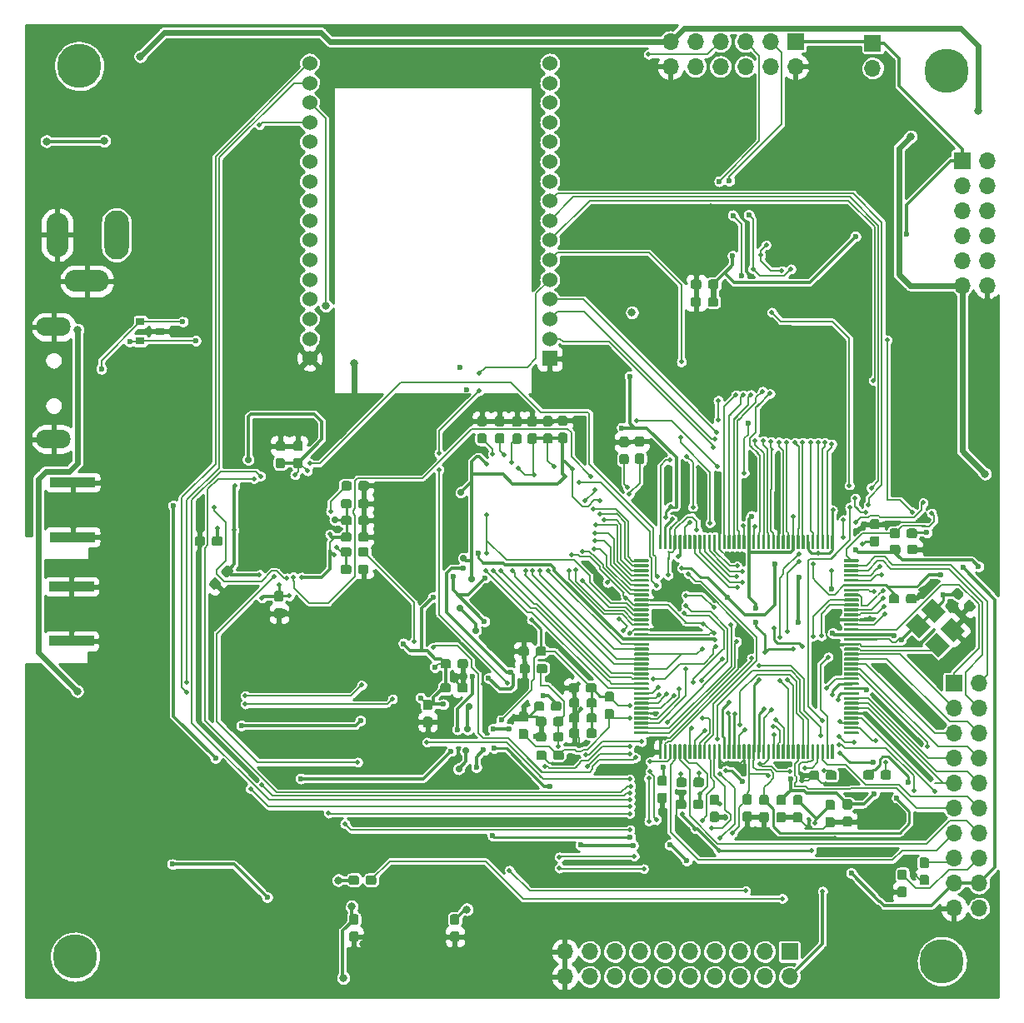
<source format=gbr>
G04 #@! TF.GenerationSoftware,KiCad,Pcbnew,6.0.0-unknown-cbea514~86~ubuntu18.04.1*
G04 #@! TF.CreationDate,2019-06-10T18:18:56-05:00*
G04 #@! TF.ProjectId,power,706f7765-722e-46b6-9963-61645f706362,rev?*
G04 #@! TF.SameCoordinates,Original*
G04 #@! TF.FileFunction,Copper,L2,Bot*
G04 #@! TF.FilePolarity,Positive*
%FSLAX46Y46*%
G04 Gerber Fmt 4.6, Leading zero omitted, Abs format (unit mm)*
G04 Created by KiCad (PCBNEW 6.0.0-unknown-cbea514~86~ubuntu18.04.1) date 2019-06-10 18:18:56*
%MOMM*%
%LPD*%
G04 APERTURE LIST*
%ADD10O,4.500000X2.250000*%
%ADD11O,2.250000X4.500000*%
%ADD12O,2.500000X5.000000*%
%ADD13C,0.150000*%
%ADD14C,0.950000*%
%ADD15C,0.300000*%
%ADD16O,1.700000X1.700000*%
%ADD17R,1.700000X1.700000*%
%ADD18C,1.524000*%
%ADD19R,1.524000X1.524000*%
%ADD20C,1.650000*%
%ADD21R,4.560000X1.000000*%
%ADD22O,3.500000X1.900000*%
%ADD23C,4.500000*%
%ADD24R,0.900000X0.800000*%
%ADD25C,0.500000*%
%ADD26C,0.800000*%
%ADD27C,0.600000*%
%ADD28C,0.700000*%
%ADD29C,0.160000*%
%ADD30C,0.250000*%
%ADD31C,0.300000*%
%ADD32C,0.200000*%
%ADD33C,0.600000*%
G04 APERTURE END LIST*
D10*
X57861200Y-41630600D03*
D11*
X54861200Y-36930600D03*
D12*
X60861200Y-36930600D03*
D13*
G36*
X132145360Y-91422413D02*
G01*
X132225257Y-91480461D01*
X132274636Y-91565988D01*
X132286260Y-91639380D01*
X132286260Y-92114380D01*
X132265727Y-92210980D01*
X132207679Y-92290877D01*
X132122152Y-92340256D01*
X132048760Y-92351880D01*
X131473760Y-92351880D01*
X131377160Y-92331347D01*
X131297263Y-92273299D01*
X131247884Y-92187772D01*
X131236260Y-92114380D01*
X131236260Y-91639380D01*
X131256793Y-91542780D01*
X131314841Y-91462883D01*
X131400368Y-91413504D01*
X131473760Y-91401880D01*
X132048760Y-91401880D01*
X132145360Y-91422413D01*
X132145360Y-91422413D01*
G37*
D14*
X131761260Y-91876880D03*
D13*
G36*
X133895360Y-91422413D02*
G01*
X133975257Y-91480461D01*
X134024636Y-91565988D01*
X134036260Y-91639380D01*
X134036260Y-92114380D01*
X134015727Y-92210980D01*
X133957679Y-92290877D01*
X133872152Y-92340256D01*
X133798760Y-92351880D01*
X133223760Y-92351880D01*
X133127160Y-92331347D01*
X133047263Y-92273299D01*
X132997884Y-92187772D01*
X132986260Y-92114380D01*
X132986260Y-91639380D01*
X133006793Y-91542780D01*
X133064841Y-91462883D01*
X133150368Y-91413504D01*
X133223760Y-91401880D01*
X133798760Y-91401880D01*
X133895360Y-91422413D01*
X133895360Y-91422413D01*
G37*
D14*
X133511260Y-91876880D03*
D13*
G36*
X114946307Y-69910676D02*
G01*
X114968274Y-69963709D01*
X114968274Y-70113709D01*
X114946307Y-70166742D01*
X114893274Y-70188709D01*
X113568274Y-70188709D01*
X113515241Y-70166742D01*
X113493274Y-70113709D01*
X113493274Y-69963709D01*
X113515241Y-69910676D01*
X113568274Y-69888709D01*
X114893274Y-69888709D01*
X114946307Y-69910676D01*
X114946307Y-69910676D01*
G37*
D15*
X114230774Y-70038709D03*
D13*
G36*
X114946307Y-70410676D02*
G01*
X114968274Y-70463709D01*
X114968274Y-70613709D01*
X114946307Y-70666742D01*
X114893274Y-70688709D01*
X113568274Y-70688709D01*
X113515241Y-70666742D01*
X113493274Y-70613709D01*
X113493274Y-70463709D01*
X113515241Y-70410676D01*
X113568274Y-70388709D01*
X114893274Y-70388709D01*
X114946307Y-70410676D01*
X114946307Y-70410676D01*
G37*
D15*
X114230774Y-70538709D03*
D13*
G36*
X114946307Y-70910676D02*
G01*
X114968274Y-70963709D01*
X114968274Y-71113709D01*
X114946307Y-71166742D01*
X114893274Y-71188709D01*
X113568274Y-71188709D01*
X113515241Y-71166742D01*
X113493274Y-71113709D01*
X113493274Y-70963709D01*
X113515241Y-70910676D01*
X113568274Y-70888709D01*
X114893274Y-70888709D01*
X114946307Y-70910676D01*
X114946307Y-70910676D01*
G37*
D15*
X114230774Y-71038709D03*
D13*
G36*
X114946307Y-71410676D02*
G01*
X114968274Y-71463709D01*
X114968274Y-71613709D01*
X114946307Y-71666742D01*
X114893274Y-71688709D01*
X113568274Y-71688709D01*
X113515241Y-71666742D01*
X113493274Y-71613709D01*
X113493274Y-71463709D01*
X113515241Y-71410676D01*
X113568274Y-71388709D01*
X114893274Y-71388709D01*
X114946307Y-71410676D01*
X114946307Y-71410676D01*
G37*
D15*
X114230774Y-71538709D03*
D13*
G36*
X114946307Y-71910676D02*
G01*
X114968274Y-71963709D01*
X114968274Y-72113709D01*
X114946307Y-72166742D01*
X114893274Y-72188709D01*
X113568274Y-72188709D01*
X113515241Y-72166742D01*
X113493274Y-72113709D01*
X113493274Y-71963709D01*
X113515241Y-71910676D01*
X113568274Y-71888709D01*
X114893274Y-71888709D01*
X114946307Y-71910676D01*
X114946307Y-71910676D01*
G37*
D15*
X114230774Y-72038709D03*
D13*
G36*
X114946307Y-72410676D02*
G01*
X114968274Y-72463709D01*
X114968274Y-72613709D01*
X114946307Y-72666742D01*
X114893274Y-72688709D01*
X113568274Y-72688709D01*
X113515241Y-72666742D01*
X113493274Y-72613709D01*
X113493274Y-72463709D01*
X113515241Y-72410676D01*
X113568274Y-72388709D01*
X114893274Y-72388709D01*
X114946307Y-72410676D01*
X114946307Y-72410676D01*
G37*
D15*
X114230774Y-72538709D03*
D13*
G36*
X114946307Y-72910676D02*
G01*
X114968274Y-72963709D01*
X114968274Y-73113709D01*
X114946307Y-73166742D01*
X114893274Y-73188709D01*
X113568274Y-73188709D01*
X113515241Y-73166742D01*
X113493274Y-73113709D01*
X113493274Y-72963709D01*
X113515241Y-72910676D01*
X113568274Y-72888709D01*
X114893274Y-72888709D01*
X114946307Y-72910676D01*
X114946307Y-72910676D01*
G37*
D15*
X114230774Y-73038709D03*
D13*
G36*
X114946307Y-73410676D02*
G01*
X114968274Y-73463709D01*
X114968274Y-73613709D01*
X114946307Y-73666742D01*
X114893274Y-73688709D01*
X113568274Y-73688709D01*
X113515241Y-73666742D01*
X113493274Y-73613709D01*
X113493274Y-73463709D01*
X113515241Y-73410676D01*
X113568274Y-73388709D01*
X114893274Y-73388709D01*
X114946307Y-73410676D01*
X114946307Y-73410676D01*
G37*
D15*
X114230774Y-73538709D03*
D13*
G36*
X114946307Y-73910676D02*
G01*
X114968274Y-73963709D01*
X114968274Y-74113709D01*
X114946307Y-74166742D01*
X114893274Y-74188709D01*
X113568274Y-74188709D01*
X113515241Y-74166742D01*
X113493274Y-74113709D01*
X113493274Y-73963709D01*
X113515241Y-73910676D01*
X113568274Y-73888709D01*
X114893274Y-73888709D01*
X114946307Y-73910676D01*
X114946307Y-73910676D01*
G37*
D15*
X114230774Y-74038709D03*
D13*
G36*
X114946307Y-74410676D02*
G01*
X114968274Y-74463709D01*
X114968274Y-74613709D01*
X114946307Y-74666742D01*
X114893274Y-74688709D01*
X113568274Y-74688709D01*
X113515241Y-74666742D01*
X113493274Y-74613709D01*
X113493274Y-74463709D01*
X113515241Y-74410676D01*
X113568274Y-74388709D01*
X114893274Y-74388709D01*
X114946307Y-74410676D01*
X114946307Y-74410676D01*
G37*
D15*
X114230774Y-74538709D03*
D13*
G36*
X114946307Y-74910676D02*
G01*
X114968274Y-74963709D01*
X114968274Y-75113709D01*
X114946307Y-75166742D01*
X114893274Y-75188709D01*
X113568274Y-75188709D01*
X113515241Y-75166742D01*
X113493274Y-75113709D01*
X113493274Y-74963709D01*
X113515241Y-74910676D01*
X113568274Y-74888709D01*
X114893274Y-74888709D01*
X114946307Y-74910676D01*
X114946307Y-74910676D01*
G37*
D15*
X114230774Y-75038709D03*
D13*
G36*
X114946307Y-75410676D02*
G01*
X114968274Y-75463709D01*
X114968274Y-75613709D01*
X114946307Y-75666742D01*
X114893274Y-75688709D01*
X113568274Y-75688709D01*
X113515241Y-75666742D01*
X113493274Y-75613709D01*
X113493274Y-75463709D01*
X113515241Y-75410676D01*
X113568274Y-75388709D01*
X114893274Y-75388709D01*
X114946307Y-75410676D01*
X114946307Y-75410676D01*
G37*
D15*
X114230774Y-75538709D03*
D13*
G36*
X114946307Y-75910676D02*
G01*
X114968274Y-75963709D01*
X114968274Y-76113709D01*
X114946307Y-76166742D01*
X114893274Y-76188709D01*
X113568274Y-76188709D01*
X113515241Y-76166742D01*
X113493274Y-76113709D01*
X113493274Y-75963709D01*
X113515241Y-75910676D01*
X113568274Y-75888709D01*
X114893274Y-75888709D01*
X114946307Y-75910676D01*
X114946307Y-75910676D01*
G37*
D15*
X114230774Y-76038709D03*
D13*
G36*
X114946307Y-76410676D02*
G01*
X114968274Y-76463709D01*
X114968274Y-76613709D01*
X114946307Y-76666742D01*
X114893274Y-76688709D01*
X113568274Y-76688709D01*
X113515241Y-76666742D01*
X113493274Y-76613709D01*
X113493274Y-76463709D01*
X113515241Y-76410676D01*
X113568274Y-76388709D01*
X114893274Y-76388709D01*
X114946307Y-76410676D01*
X114946307Y-76410676D01*
G37*
D15*
X114230774Y-76538709D03*
D13*
G36*
X114946307Y-76910676D02*
G01*
X114968274Y-76963709D01*
X114968274Y-77113709D01*
X114946307Y-77166742D01*
X114893274Y-77188709D01*
X113568274Y-77188709D01*
X113515241Y-77166742D01*
X113493274Y-77113709D01*
X113493274Y-76963709D01*
X113515241Y-76910676D01*
X113568274Y-76888709D01*
X114893274Y-76888709D01*
X114946307Y-76910676D01*
X114946307Y-76910676D01*
G37*
D15*
X114230774Y-77038709D03*
D13*
G36*
X114946307Y-77410676D02*
G01*
X114968274Y-77463709D01*
X114968274Y-77613709D01*
X114946307Y-77666742D01*
X114893274Y-77688709D01*
X113568274Y-77688709D01*
X113515241Y-77666742D01*
X113493274Y-77613709D01*
X113493274Y-77463709D01*
X113515241Y-77410676D01*
X113568274Y-77388709D01*
X114893274Y-77388709D01*
X114946307Y-77410676D01*
X114946307Y-77410676D01*
G37*
D15*
X114230774Y-77538709D03*
D13*
G36*
X114946307Y-77910676D02*
G01*
X114968274Y-77963709D01*
X114968274Y-78113709D01*
X114946307Y-78166742D01*
X114893274Y-78188709D01*
X113568274Y-78188709D01*
X113515241Y-78166742D01*
X113493274Y-78113709D01*
X113493274Y-77963709D01*
X113515241Y-77910676D01*
X113568274Y-77888709D01*
X114893274Y-77888709D01*
X114946307Y-77910676D01*
X114946307Y-77910676D01*
G37*
D15*
X114230774Y-78038709D03*
D13*
G36*
X114946307Y-78410676D02*
G01*
X114968274Y-78463709D01*
X114968274Y-78613709D01*
X114946307Y-78666742D01*
X114893274Y-78688709D01*
X113568274Y-78688709D01*
X113515241Y-78666742D01*
X113493274Y-78613709D01*
X113493274Y-78463709D01*
X113515241Y-78410676D01*
X113568274Y-78388709D01*
X114893274Y-78388709D01*
X114946307Y-78410676D01*
X114946307Y-78410676D01*
G37*
D15*
X114230774Y-78538709D03*
D13*
G36*
X114946307Y-78910676D02*
G01*
X114968274Y-78963709D01*
X114968274Y-79113709D01*
X114946307Y-79166742D01*
X114893274Y-79188709D01*
X113568274Y-79188709D01*
X113515241Y-79166742D01*
X113493274Y-79113709D01*
X113493274Y-78963709D01*
X113515241Y-78910676D01*
X113568274Y-78888709D01*
X114893274Y-78888709D01*
X114946307Y-78910676D01*
X114946307Y-78910676D01*
G37*
D15*
X114230774Y-79038709D03*
D13*
G36*
X114946307Y-79410676D02*
G01*
X114968274Y-79463709D01*
X114968274Y-79613709D01*
X114946307Y-79666742D01*
X114893274Y-79688709D01*
X113568274Y-79688709D01*
X113515241Y-79666742D01*
X113493274Y-79613709D01*
X113493274Y-79463709D01*
X113515241Y-79410676D01*
X113568274Y-79388709D01*
X114893274Y-79388709D01*
X114946307Y-79410676D01*
X114946307Y-79410676D01*
G37*
D15*
X114230774Y-79538709D03*
D13*
G36*
X114946307Y-79910676D02*
G01*
X114968274Y-79963709D01*
X114968274Y-80113709D01*
X114946307Y-80166742D01*
X114893274Y-80188709D01*
X113568274Y-80188709D01*
X113515241Y-80166742D01*
X113493274Y-80113709D01*
X113493274Y-79963709D01*
X113515241Y-79910676D01*
X113568274Y-79888709D01*
X114893274Y-79888709D01*
X114946307Y-79910676D01*
X114946307Y-79910676D01*
G37*
D15*
X114230774Y-80038709D03*
D13*
G36*
X114946307Y-80410676D02*
G01*
X114968274Y-80463709D01*
X114968274Y-80613709D01*
X114946307Y-80666742D01*
X114893274Y-80688709D01*
X113568274Y-80688709D01*
X113515241Y-80666742D01*
X113493274Y-80613709D01*
X113493274Y-80463709D01*
X113515241Y-80410676D01*
X113568274Y-80388709D01*
X114893274Y-80388709D01*
X114946307Y-80410676D01*
X114946307Y-80410676D01*
G37*
D15*
X114230774Y-80538709D03*
D13*
G36*
X114946307Y-80910676D02*
G01*
X114968274Y-80963709D01*
X114968274Y-81113709D01*
X114946307Y-81166742D01*
X114893274Y-81188709D01*
X113568274Y-81188709D01*
X113515241Y-81166742D01*
X113493274Y-81113709D01*
X113493274Y-80963709D01*
X113515241Y-80910676D01*
X113568274Y-80888709D01*
X114893274Y-80888709D01*
X114946307Y-80910676D01*
X114946307Y-80910676D01*
G37*
D15*
X114230774Y-81038709D03*
D13*
G36*
X114946307Y-81410676D02*
G01*
X114968274Y-81463709D01*
X114968274Y-81613709D01*
X114946307Y-81666742D01*
X114893274Y-81688709D01*
X113568274Y-81688709D01*
X113515241Y-81666742D01*
X113493274Y-81613709D01*
X113493274Y-81463709D01*
X113515241Y-81410676D01*
X113568274Y-81388709D01*
X114893274Y-81388709D01*
X114946307Y-81410676D01*
X114946307Y-81410676D01*
G37*
D15*
X114230774Y-81538709D03*
D13*
G36*
X114946307Y-81910676D02*
G01*
X114968274Y-81963709D01*
X114968274Y-82113709D01*
X114946307Y-82166742D01*
X114893274Y-82188709D01*
X113568274Y-82188709D01*
X113515241Y-82166742D01*
X113493274Y-82113709D01*
X113493274Y-81963709D01*
X113515241Y-81910676D01*
X113568274Y-81888709D01*
X114893274Y-81888709D01*
X114946307Y-81910676D01*
X114946307Y-81910676D01*
G37*
D15*
X114230774Y-82038709D03*
D13*
G36*
X114946307Y-82410676D02*
G01*
X114968274Y-82463709D01*
X114968274Y-82613709D01*
X114946307Y-82666742D01*
X114893274Y-82688709D01*
X113568274Y-82688709D01*
X113515241Y-82666742D01*
X113493274Y-82613709D01*
X113493274Y-82463709D01*
X113515241Y-82410676D01*
X113568274Y-82388709D01*
X114893274Y-82388709D01*
X114946307Y-82410676D01*
X114946307Y-82410676D01*
G37*
D15*
X114230774Y-82538709D03*
D13*
G36*
X114946307Y-82910676D02*
G01*
X114968274Y-82963709D01*
X114968274Y-83113709D01*
X114946307Y-83166742D01*
X114893274Y-83188709D01*
X113568274Y-83188709D01*
X113515241Y-83166742D01*
X113493274Y-83113709D01*
X113493274Y-82963709D01*
X113515241Y-82910676D01*
X113568274Y-82888709D01*
X114893274Y-82888709D01*
X114946307Y-82910676D01*
X114946307Y-82910676D01*
G37*
D15*
X114230774Y-83038709D03*
D13*
G36*
X114946307Y-83410676D02*
G01*
X114968274Y-83463709D01*
X114968274Y-83613709D01*
X114946307Y-83666742D01*
X114893274Y-83688709D01*
X113568274Y-83688709D01*
X113515241Y-83666742D01*
X113493274Y-83613709D01*
X113493274Y-83463709D01*
X113515241Y-83410676D01*
X113568274Y-83388709D01*
X114893274Y-83388709D01*
X114946307Y-83410676D01*
X114946307Y-83410676D01*
G37*
D15*
X114230774Y-83538709D03*
D13*
G36*
X114946307Y-83910676D02*
G01*
X114968274Y-83963709D01*
X114968274Y-84113709D01*
X114946307Y-84166742D01*
X114893274Y-84188709D01*
X113568274Y-84188709D01*
X113515241Y-84166742D01*
X113493274Y-84113709D01*
X113493274Y-83963709D01*
X113515241Y-83910676D01*
X113568274Y-83888709D01*
X114893274Y-83888709D01*
X114946307Y-83910676D01*
X114946307Y-83910676D01*
G37*
D15*
X114230774Y-84038709D03*
D13*
G36*
X114946307Y-84410676D02*
G01*
X114968274Y-84463709D01*
X114968274Y-84613709D01*
X114946307Y-84666742D01*
X114893274Y-84688709D01*
X113568274Y-84688709D01*
X113515241Y-84666742D01*
X113493274Y-84613709D01*
X113493274Y-84463709D01*
X113515241Y-84410676D01*
X113568274Y-84388709D01*
X114893274Y-84388709D01*
X114946307Y-84410676D01*
X114946307Y-84410676D01*
G37*
D15*
X114230774Y-84538709D03*
D13*
G36*
X114946307Y-84910676D02*
G01*
X114968274Y-84963709D01*
X114968274Y-85113709D01*
X114946307Y-85166742D01*
X114893274Y-85188709D01*
X113568274Y-85188709D01*
X113515241Y-85166742D01*
X113493274Y-85113709D01*
X113493274Y-84963709D01*
X113515241Y-84910676D01*
X113568274Y-84888709D01*
X114893274Y-84888709D01*
X114946307Y-84910676D01*
X114946307Y-84910676D01*
G37*
D15*
X114230774Y-85038709D03*
D13*
G36*
X114946307Y-85410676D02*
G01*
X114968274Y-85463709D01*
X114968274Y-85613709D01*
X114946307Y-85666742D01*
X114893274Y-85688709D01*
X113568274Y-85688709D01*
X113515241Y-85666742D01*
X113493274Y-85613709D01*
X113493274Y-85463709D01*
X113515241Y-85410676D01*
X113568274Y-85388709D01*
X114893274Y-85388709D01*
X114946307Y-85410676D01*
X114946307Y-85410676D01*
G37*
D15*
X114230774Y-85538709D03*
D13*
G36*
X114946307Y-85910676D02*
G01*
X114968274Y-85963709D01*
X114968274Y-86113709D01*
X114946307Y-86166742D01*
X114893274Y-86188709D01*
X113568274Y-86188709D01*
X113515241Y-86166742D01*
X113493274Y-86113709D01*
X113493274Y-85963709D01*
X113515241Y-85910676D01*
X113568274Y-85888709D01*
X114893274Y-85888709D01*
X114946307Y-85910676D01*
X114946307Y-85910676D01*
G37*
D15*
X114230774Y-86038709D03*
D13*
G36*
X114946307Y-86410676D02*
G01*
X114968274Y-86463709D01*
X114968274Y-86613709D01*
X114946307Y-86666742D01*
X114893274Y-86688709D01*
X113568274Y-86688709D01*
X113515241Y-86666742D01*
X113493274Y-86613709D01*
X113493274Y-86463709D01*
X113515241Y-86410676D01*
X113568274Y-86388709D01*
X114893274Y-86388709D01*
X114946307Y-86410676D01*
X114946307Y-86410676D01*
G37*
D15*
X114230774Y-86538709D03*
D13*
G36*
X114946307Y-86910676D02*
G01*
X114968274Y-86963709D01*
X114968274Y-87113709D01*
X114946307Y-87166742D01*
X114893274Y-87188709D01*
X113568274Y-87188709D01*
X113515241Y-87166742D01*
X113493274Y-87113709D01*
X113493274Y-86963709D01*
X113515241Y-86910676D01*
X113568274Y-86888709D01*
X114893274Y-86888709D01*
X114946307Y-86910676D01*
X114946307Y-86910676D01*
G37*
D15*
X114230774Y-87038709D03*
D13*
G36*
X114946307Y-87410676D02*
G01*
X114968274Y-87463709D01*
X114968274Y-87613709D01*
X114946307Y-87666742D01*
X114893274Y-87688709D01*
X113568274Y-87688709D01*
X113515241Y-87666742D01*
X113493274Y-87613709D01*
X113493274Y-87463709D01*
X113515241Y-87410676D01*
X113568274Y-87388709D01*
X114893274Y-87388709D01*
X114946307Y-87410676D01*
X114946307Y-87410676D01*
G37*
D15*
X114230774Y-87538709D03*
D13*
G36*
X116271307Y-88735676D02*
G01*
X116293274Y-88788709D01*
X116293274Y-90113709D01*
X116271307Y-90166742D01*
X116218274Y-90188709D01*
X116068274Y-90188709D01*
X116015241Y-90166742D01*
X115993274Y-90113709D01*
X115993274Y-88788709D01*
X116015241Y-88735676D01*
X116068274Y-88713709D01*
X116218274Y-88713709D01*
X116271307Y-88735676D01*
X116271307Y-88735676D01*
G37*
D15*
X116143274Y-89451209D03*
D13*
G36*
X116771307Y-88735676D02*
G01*
X116793274Y-88788709D01*
X116793274Y-90113709D01*
X116771307Y-90166742D01*
X116718274Y-90188709D01*
X116568274Y-90188709D01*
X116515241Y-90166742D01*
X116493274Y-90113709D01*
X116493274Y-88788709D01*
X116515241Y-88735676D01*
X116568274Y-88713709D01*
X116718274Y-88713709D01*
X116771307Y-88735676D01*
X116771307Y-88735676D01*
G37*
D15*
X116643274Y-89451209D03*
D13*
G36*
X117271307Y-88735676D02*
G01*
X117293274Y-88788709D01*
X117293274Y-90113709D01*
X117271307Y-90166742D01*
X117218274Y-90188709D01*
X117068274Y-90188709D01*
X117015241Y-90166742D01*
X116993274Y-90113709D01*
X116993274Y-88788709D01*
X117015241Y-88735676D01*
X117068274Y-88713709D01*
X117218274Y-88713709D01*
X117271307Y-88735676D01*
X117271307Y-88735676D01*
G37*
D15*
X117143274Y-89451209D03*
D13*
G36*
X117771307Y-88735676D02*
G01*
X117793274Y-88788709D01*
X117793274Y-90113709D01*
X117771307Y-90166742D01*
X117718274Y-90188709D01*
X117568274Y-90188709D01*
X117515241Y-90166742D01*
X117493274Y-90113709D01*
X117493274Y-88788709D01*
X117515241Y-88735676D01*
X117568274Y-88713709D01*
X117718274Y-88713709D01*
X117771307Y-88735676D01*
X117771307Y-88735676D01*
G37*
D15*
X117643274Y-89451209D03*
D13*
G36*
X118271307Y-88735676D02*
G01*
X118293274Y-88788709D01*
X118293274Y-90113709D01*
X118271307Y-90166742D01*
X118218274Y-90188709D01*
X118068274Y-90188709D01*
X118015241Y-90166742D01*
X117993274Y-90113709D01*
X117993274Y-88788709D01*
X118015241Y-88735676D01*
X118068274Y-88713709D01*
X118218274Y-88713709D01*
X118271307Y-88735676D01*
X118271307Y-88735676D01*
G37*
D15*
X118143274Y-89451209D03*
D13*
G36*
X118771307Y-88735676D02*
G01*
X118793274Y-88788709D01*
X118793274Y-90113709D01*
X118771307Y-90166742D01*
X118718274Y-90188709D01*
X118568274Y-90188709D01*
X118515241Y-90166742D01*
X118493274Y-90113709D01*
X118493274Y-88788709D01*
X118515241Y-88735676D01*
X118568274Y-88713709D01*
X118718274Y-88713709D01*
X118771307Y-88735676D01*
X118771307Y-88735676D01*
G37*
D15*
X118643274Y-89451209D03*
D13*
G36*
X119271307Y-88735676D02*
G01*
X119293274Y-88788709D01*
X119293274Y-90113709D01*
X119271307Y-90166742D01*
X119218274Y-90188709D01*
X119068274Y-90188709D01*
X119015241Y-90166742D01*
X118993274Y-90113709D01*
X118993274Y-88788709D01*
X119015241Y-88735676D01*
X119068274Y-88713709D01*
X119218274Y-88713709D01*
X119271307Y-88735676D01*
X119271307Y-88735676D01*
G37*
D15*
X119143274Y-89451209D03*
D13*
G36*
X119771307Y-88735676D02*
G01*
X119793274Y-88788709D01*
X119793274Y-90113709D01*
X119771307Y-90166742D01*
X119718274Y-90188709D01*
X119568274Y-90188709D01*
X119515241Y-90166742D01*
X119493274Y-90113709D01*
X119493274Y-88788709D01*
X119515241Y-88735676D01*
X119568274Y-88713709D01*
X119718274Y-88713709D01*
X119771307Y-88735676D01*
X119771307Y-88735676D01*
G37*
D15*
X119643274Y-89451209D03*
D13*
G36*
X120271307Y-88735676D02*
G01*
X120293274Y-88788709D01*
X120293274Y-90113709D01*
X120271307Y-90166742D01*
X120218274Y-90188709D01*
X120068274Y-90188709D01*
X120015241Y-90166742D01*
X119993274Y-90113709D01*
X119993274Y-88788709D01*
X120015241Y-88735676D01*
X120068274Y-88713709D01*
X120218274Y-88713709D01*
X120271307Y-88735676D01*
X120271307Y-88735676D01*
G37*
D15*
X120143274Y-89451209D03*
D13*
G36*
X120771307Y-88735676D02*
G01*
X120793274Y-88788709D01*
X120793274Y-90113709D01*
X120771307Y-90166742D01*
X120718274Y-90188709D01*
X120568274Y-90188709D01*
X120515241Y-90166742D01*
X120493274Y-90113709D01*
X120493274Y-88788709D01*
X120515241Y-88735676D01*
X120568274Y-88713709D01*
X120718274Y-88713709D01*
X120771307Y-88735676D01*
X120771307Y-88735676D01*
G37*
D15*
X120643274Y-89451209D03*
D13*
G36*
X121271307Y-88735676D02*
G01*
X121293274Y-88788709D01*
X121293274Y-90113709D01*
X121271307Y-90166742D01*
X121218274Y-90188709D01*
X121068274Y-90188709D01*
X121015241Y-90166742D01*
X120993274Y-90113709D01*
X120993274Y-88788709D01*
X121015241Y-88735676D01*
X121068274Y-88713709D01*
X121218274Y-88713709D01*
X121271307Y-88735676D01*
X121271307Y-88735676D01*
G37*
D15*
X121143274Y-89451209D03*
D13*
G36*
X121771307Y-88735676D02*
G01*
X121793274Y-88788709D01*
X121793274Y-90113709D01*
X121771307Y-90166742D01*
X121718274Y-90188709D01*
X121568274Y-90188709D01*
X121515241Y-90166742D01*
X121493274Y-90113709D01*
X121493274Y-88788709D01*
X121515241Y-88735676D01*
X121568274Y-88713709D01*
X121718274Y-88713709D01*
X121771307Y-88735676D01*
X121771307Y-88735676D01*
G37*
D15*
X121643274Y-89451209D03*
D13*
G36*
X122271307Y-88735676D02*
G01*
X122293274Y-88788709D01*
X122293274Y-90113709D01*
X122271307Y-90166742D01*
X122218274Y-90188709D01*
X122068274Y-90188709D01*
X122015241Y-90166742D01*
X121993274Y-90113709D01*
X121993274Y-88788709D01*
X122015241Y-88735676D01*
X122068274Y-88713709D01*
X122218274Y-88713709D01*
X122271307Y-88735676D01*
X122271307Y-88735676D01*
G37*
D15*
X122143274Y-89451209D03*
D13*
G36*
X122771307Y-88735676D02*
G01*
X122793274Y-88788709D01*
X122793274Y-90113709D01*
X122771307Y-90166742D01*
X122718274Y-90188709D01*
X122568274Y-90188709D01*
X122515241Y-90166742D01*
X122493274Y-90113709D01*
X122493274Y-88788709D01*
X122515241Y-88735676D01*
X122568274Y-88713709D01*
X122718274Y-88713709D01*
X122771307Y-88735676D01*
X122771307Y-88735676D01*
G37*
D15*
X122643274Y-89451209D03*
D13*
G36*
X123271307Y-88735676D02*
G01*
X123293274Y-88788709D01*
X123293274Y-90113709D01*
X123271307Y-90166742D01*
X123218274Y-90188709D01*
X123068274Y-90188709D01*
X123015241Y-90166742D01*
X122993274Y-90113709D01*
X122993274Y-88788709D01*
X123015241Y-88735676D01*
X123068274Y-88713709D01*
X123218274Y-88713709D01*
X123271307Y-88735676D01*
X123271307Y-88735676D01*
G37*
D15*
X123143274Y-89451209D03*
D13*
G36*
X123771307Y-88735676D02*
G01*
X123793274Y-88788709D01*
X123793274Y-90113709D01*
X123771307Y-90166742D01*
X123718274Y-90188709D01*
X123568274Y-90188709D01*
X123515241Y-90166742D01*
X123493274Y-90113709D01*
X123493274Y-88788709D01*
X123515241Y-88735676D01*
X123568274Y-88713709D01*
X123718274Y-88713709D01*
X123771307Y-88735676D01*
X123771307Y-88735676D01*
G37*
D15*
X123643274Y-89451209D03*
D13*
G36*
X124271307Y-88735676D02*
G01*
X124293274Y-88788709D01*
X124293274Y-90113709D01*
X124271307Y-90166742D01*
X124218274Y-90188709D01*
X124068274Y-90188709D01*
X124015241Y-90166742D01*
X123993274Y-90113709D01*
X123993274Y-88788709D01*
X124015241Y-88735676D01*
X124068274Y-88713709D01*
X124218274Y-88713709D01*
X124271307Y-88735676D01*
X124271307Y-88735676D01*
G37*
D15*
X124143274Y-89451209D03*
D13*
G36*
X124771307Y-88735676D02*
G01*
X124793274Y-88788709D01*
X124793274Y-90113709D01*
X124771307Y-90166742D01*
X124718274Y-90188709D01*
X124568274Y-90188709D01*
X124515241Y-90166742D01*
X124493274Y-90113709D01*
X124493274Y-88788709D01*
X124515241Y-88735676D01*
X124568274Y-88713709D01*
X124718274Y-88713709D01*
X124771307Y-88735676D01*
X124771307Y-88735676D01*
G37*
D15*
X124643274Y-89451209D03*
D13*
G36*
X125271307Y-88735676D02*
G01*
X125293274Y-88788709D01*
X125293274Y-90113709D01*
X125271307Y-90166742D01*
X125218274Y-90188709D01*
X125068274Y-90188709D01*
X125015241Y-90166742D01*
X124993274Y-90113709D01*
X124993274Y-88788709D01*
X125015241Y-88735676D01*
X125068274Y-88713709D01*
X125218274Y-88713709D01*
X125271307Y-88735676D01*
X125271307Y-88735676D01*
G37*
D15*
X125143274Y-89451209D03*
D13*
G36*
X125771307Y-88735676D02*
G01*
X125793274Y-88788709D01*
X125793274Y-90113709D01*
X125771307Y-90166742D01*
X125718274Y-90188709D01*
X125568274Y-90188709D01*
X125515241Y-90166742D01*
X125493274Y-90113709D01*
X125493274Y-88788709D01*
X125515241Y-88735676D01*
X125568274Y-88713709D01*
X125718274Y-88713709D01*
X125771307Y-88735676D01*
X125771307Y-88735676D01*
G37*
D15*
X125643274Y-89451209D03*
D13*
G36*
X126271307Y-88735676D02*
G01*
X126293274Y-88788709D01*
X126293274Y-90113709D01*
X126271307Y-90166742D01*
X126218274Y-90188709D01*
X126068274Y-90188709D01*
X126015241Y-90166742D01*
X125993274Y-90113709D01*
X125993274Y-88788709D01*
X126015241Y-88735676D01*
X126068274Y-88713709D01*
X126218274Y-88713709D01*
X126271307Y-88735676D01*
X126271307Y-88735676D01*
G37*
D15*
X126143274Y-89451209D03*
D13*
G36*
X126771307Y-88735676D02*
G01*
X126793274Y-88788709D01*
X126793274Y-90113709D01*
X126771307Y-90166742D01*
X126718274Y-90188709D01*
X126568274Y-90188709D01*
X126515241Y-90166742D01*
X126493274Y-90113709D01*
X126493274Y-88788709D01*
X126515241Y-88735676D01*
X126568274Y-88713709D01*
X126718274Y-88713709D01*
X126771307Y-88735676D01*
X126771307Y-88735676D01*
G37*
D15*
X126643274Y-89451209D03*
D13*
G36*
X127271307Y-88735676D02*
G01*
X127293274Y-88788709D01*
X127293274Y-90113709D01*
X127271307Y-90166742D01*
X127218274Y-90188709D01*
X127068274Y-90188709D01*
X127015241Y-90166742D01*
X126993274Y-90113709D01*
X126993274Y-88788709D01*
X127015241Y-88735676D01*
X127068274Y-88713709D01*
X127218274Y-88713709D01*
X127271307Y-88735676D01*
X127271307Y-88735676D01*
G37*
D15*
X127143274Y-89451209D03*
D13*
G36*
X127771307Y-88735676D02*
G01*
X127793274Y-88788709D01*
X127793274Y-90113709D01*
X127771307Y-90166742D01*
X127718274Y-90188709D01*
X127568274Y-90188709D01*
X127515241Y-90166742D01*
X127493274Y-90113709D01*
X127493274Y-88788709D01*
X127515241Y-88735676D01*
X127568274Y-88713709D01*
X127718274Y-88713709D01*
X127771307Y-88735676D01*
X127771307Y-88735676D01*
G37*
D15*
X127643274Y-89451209D03*
D13*
G36*
X128271307Y-88735676D02*
G01*
X128293274Y-88788709D01*
X128293274Y-90113709D01*
X128271307Y-90166742D01*
X128218274Y-90188709D01*
X128068274Y-90188709D01*
X128015241Y-90166742D01*
X127993274Y-90113709D01*
X127993274Y-88788709D01*
X128015241Y-88735676D01*
X128068274Y-88713709D01*
X128218274Y-88713709D01*
X128271307Y-88735676D01*
X128271307Y-88735676D01*
G37*
D15*
X128143274Y-89451209D03*
D13*
G36*
X128771307Y-88735676D02*
G01*
X128793274Y-88788709D01*
X128793274Y-90113709D01*
X128771307Y-90166742D01*
X128718274Y-90188709D01*
X128568274Y-90188709D01*
X128515241Y-90166742D01*
X128493274Y-90113709D01*
X128493274Y-88788709D01*
X128515241Y-88735676D01*
X128568274Y-88713709D01*
X128718274Y-88713709D01*
X128771307Y-88735676D01*
X128771307Y-88735676D01*
G37*
D15*
X128643274Y-89451209D03*
D13*
G36*
X129271307Y-88735676D02*
G01*
X129293274Y-88788709D01*
X129293274Y-90113709D01*
X129271307Y-90166742D01*
X129218274Y-90188709D01*
X129068274Y-90188709D01*
X129015241Y-90166742D01*
X128993274Y-90113709D01*
X128993274Y-88788709D01*
X129015241Y-88735676D01*
X129068274Y-88713709D01*
X129218274Y-88713709D01*
X129271307Y-88735676D01*
X129271307Y-88735676D01*
G37*
D15*
X129143274Y-89451209D03*
D13*
G36*
X129771307Y-88735676D02*
G01*
X129793274Y-88788709D01*
X129793274Y-90113709D01*
X129771307Y-90166742D01*
X129718274Y-90188709D01*
X129568274Y-90188709D01*
X129515241Y-90166742D01*
X129493274Y-90113709D01*
X129493274Y-88788709D01*
X129515241Y-88735676D01*
X129568274Y-88713709D01*
X129718274Y-88713709D01*
X129771307Y-88735676D01*
X129771307Y-88735676D01*
G37*
D15*
X129643274Y-89451209D03*
D13*
G36*
X130271307Y-88735676D02*
G01*
X130293274Y-88788709D01*
X130293274Y-90113709D01*
X130271307Y-90166742D01*
X130218274Y-90188709D01*
X130068274Y-90188709D01*
X130015241Y-90166742D01*
X129993274Y-90113709D01*
X129993274Y-88788709D01*
X130015241Y-88735676D01*
X130068274Y-88713709D01*
X130218274Y-88713709D01*
X130271307Y-88735676D01*
X130271307Y-88735676D01*
G37*
D15*
X130143274Y-89451209D03*
D13*
G36*
X130771307Y-88735676D02*
G01*
X130793274Y-88788709D01*
X130793274Y-90113709D01*
X130771307Y-90166742D01*
X130718274Y-90188709D01*
X130568274Y-90188709D01*
X130515241Y-90166742D01*
X130493274Y-90113709D01*
X130493274Y-88788709D01*
X130515241Y-88735676D01*
X130568274Y-88713709D01*
X130718274Y-88713709D01*
X130771307Y-88735676D01*
X130771307Y-88735676D01*
G37*
D15*
X130643274Y-89451209D03*
D13*
G36*
X131271307Y-88735676D02*
G01*
X131293274Y-88788709D01*
X131293274Y-90113709D01*
X131271307Y-90166742D01*
X131218274Y-90188709D01*
X131068274Y-90188709D01*
X131015241Y-90166742D01*
X130993274Y-90113709D01*
X130993274Y-88788709D01*
X131015241Y-88735676D01*
X131068274Y-88713709D01*
X131218274Y-88713709D01*
X131271307Y-88735676D01*
X131271307Y-88735676D01*
G37*
D15*
X131143274Y-89451209D03*
D13*
G36*
X131771307Y-88735676D02*
G01*
X131793274Y-88788709D01*
X131793274Y-90113709D01*
X131771307Y-90166742D01*
X131718274Y-90188709D01*
X131568274Y-90188709D01*
X131515241Y-90166742D01*
X131493274Y-90113709D01*
X131493274Y-88788709D01*
X131515241Y-88735676D01*
X131568274Y-88713709D01*
X131718274Y-88713709D01*
X131771307Y-88735676D01*
X131771307Y-88735676D01*
G37*
D15*
X131643274Y-89451209D03*
D13*
G36*
X132271307Y-88735676D02*
G01*
X132293274Y-88788709D01*
X132293274Y-90113709D01*
X132271307Y-90166742D01*
X132218274Y-90188709D01*
X132068274Y-90188709D01*
X132015241Y-90166742D01*
X131993274Y-90113709D01*
X131993274Y-88788709D01*
X132015241Y-88735676D01*
X132068274Y-88713709D01*
X132218274Y-88713709D01*
X132271307Y-88735676D01*
X132271307Y-88735676D01*
G37*
D15*
X132143274Y-89451209D03*
D13*
G36*
X132771307Y-88735676D02*
G01*
X132793274Y-88788709D01*
X132793274Y-90113709D01*
X132771307Y-90166742D01*
X132718274Y-90188709D01*
X132568274Y-90188709D01*
X132515241Y-90166742D01*
X132493274Y-90113709D01*
X132493274Y-88788709D01*
X132515241Y-88735676D01*
X132568274Y-88713709D01*
X132718274Y-88713709D01*
X132771307Y-88735676D01*
X132771307Y-88735676D01*
G37*
D15*
X132643274Y-89451209D03*
D13*
G36*
X133271307Y-88735676D02*
G01*
X133293274Y-88788709D01*
X133293274Y-90113709D01*
X133271307Y-90166742D01*
X133218274Y-90188709D01*
X133068274Y-90188709D01*
X133015241Y-90166742D01*
X132993274Y-90113709D01*
X132993274Y-88788709D01*
X133015241Y-88735676D01*
X133068274Y-88713709D01*
X133218274Y-88713709D01*
X133271307Y-88735676D01*
X133271307Y-88735676D01*
G37*
D15*
X133143274Y-89451209D03*
D13*
G36*
X133771307Y-88735676D02*
G01*
X133793274Y-88788709D01*
X133793274Y-90113709D01*
X133771307Y-90166742D01*
X133718274Y-90188709D01*
X133568274Y-90188709D01*
X133515241Y-90166742D01*
X133493274Y-90113709D01*
X133493274Y-88788709D01*
X133515241Y-88735676D01*
X133568274Y-88713709D01*
X133718274Y-88713709D01*
X133771307Y-88735676D01*
X133771307Y-88735676D01*
G37*
D15*
X133643274Y-89451209D03*
D13*
G36*
X136271307Y-87410676D02*
G01*
X136293274Y-87463709D01*
X136293274Y-87613709D01*
X136271307Y-87666742D01*
X136218274Y-87688709D01*
X134893274Y-87688709D01*
X134840241Y-87666742D01*
X134818274Y-87613709D01*
X134818274Y-87463709D01*
X134840241Y-87410676D01*
X134893274Y-87388709D01*
X136218274Y-87388709D01*
X136271307Y-87410676D01*
X136271307Y-87410676D01*
G37*
D15*
X135555774Y-87538709D03*
D13*
G36*
X136271307Y-86910676D02*
G01*
X136293274Y-86963709D01*
X136293274Y-87113709D01*
X136271307Y-87166742D01*
X136218274Y-87188709D01*
X134893274Y-87188709D01*
X134840241Y-87166742D01*
X134818274Y-87113709D01*
X134818274Y-86963709D01*
X134840241Y-86910676D01*
X134893274Y-86888709D01*
X136218274Y-86888709D01*
X136271307Y-86910676D01*
X136271307Y-86910676D01*
G37*
D15*
X135555774Y-87038709D03*
D13*
G36*
X136271307Y-86410676D02*
G01*
X136293274Y-86463709D01*
X136293274Y-86613709D01*
X136271307Y-86666742D01*
X136218274Y-86688709D01*
X134893274Y-86688709D01*
X134840241Y-86666742D01*
X134818274Y-86613709D01*
X134818274Y-86463709D01*
X134840241Y-86410676D01*
X134893274Y-86388709D01*
X136218274Y-86388709D01*
X136271307Y-86410676D01*
X136271307Y-86410676D01*
G37*
D15*
X135555774Y-86538709D03*
D13*
G36*
X136271307Y-85910676D02*
G01*
X136293274Y-85963709D01*
X136293274Y-86113709D01*
X136271307Y-86166742D01*
X136218274Y-86188709D01*
X134893274Y-86188709D01*
X134840241Y-86166742D01*
X134818274Y-86113709D01*
X134818274Y-85963709D01*
X134840241Y-85910676D01*
X134893274Y-85888709D01*
X136218274Y-85888709D01*
X136271307Y-85910676D01*
X136271307Y-85910676D01*
G37*
D15*
X135555774Y-86038709D03*
D13*
G36*
X136271307Y-85410676D02*
G01*
X136293274Y-85463709D01*
X136293274Y-85613709D01*
X136271307Y-85666742D01*
X136218274Y-85688709D01*
X134893274Y-85688709D01*
X134840241Y-85666742D01*
X134818274Y-85613709D01*
X134818274Y-85463709D01*
X134840241Y-85410676D01*
X134893274Y-85388709D01*
X136218274Y-85388709D01*
X136271307Y-85410676D01*
X136271307Y-85410676D01*
G37*
D15*
X135555774Y-85538709D03*
D13*
G36*
X136271307Y-84910676D02*
G01*
X136293274Y-84963709D01*
X136293274Y-85113709D01*
X136271307Y-85166742D01*
X136218274Y-85188709D01*
X134893274Y-85188709D01*
X134840241Y-85166742D01*
X134818274Y-85113709D01*
X134818274Y-84963709D01*
X134840241Y-84910676D01*
X134893274Y-84888709D01*
X136218274Y-84888709D01*
X136271307Y-84910676D01*
X136271307Y-84910676D01*
G37*
D15*
X135555774Y-85038709D03*
D13*
G36*
X136271307Y-84410676D02*
G01*
X136293274Y-84463709D01*
X136293274Y-84613709D01*
X136271307Y-84666742D01*
X136218274Y-84688709D01*
X134893274Y-84688709D01*
X134840241Y-84666742D01*
X134818274Y-84613709D01*
X134818274Y-84463709D01*
X134840241Y-84410676D01*
X134893274Y-84388709D01*
X136218274Y-84388709D01*
X136271307Y-84410676D01*
X136271307Y-84410676D01*
G37*
D15*
X135555774Y-84538709D03*
D13*
G36*
X136271307Y-83910676D02*
G01*
X136293274Y-83963709D01*
X136293274Y-84113709D01*
X136271307Y-84166742D01*
X136218274Y-84188709D01*
X134893274Y-84188709D01*
X134840241Y-84166742D01*
X134818274Y-84113709D01*
X134818274Y-83963709D01*
X134840241Y-83910676D01*
X134893274Y-83888709D01*
X136218274Y-83888709D01*
X136271307Y-83910676D01*
X136271307Y-83910676D01*
G37*
D15*
X135555774Y-84038709D03*
D13*
G36*
X136271307Y-83410676D02*
G01*
X136293274Y-83463709D01*
X136293274Y-83613709D01*
X136271307Y-83666742D01*
X136218274Y-83688709D01*
X134893274Y-83688709D01*
X134840241Y-83666742D01*
X134818274Y-83613709D01*
X134818274Y-83463709D01*
X134840241Y-83410676D01*
X134893274Y-83388709D01*
X136218274Y-83388709D01*
X136271307Y-83410676D01*
X136271307Y-83410676D01*
G37*
D15*
X135555774Y-83538709D03*
D13*
G36*
X136271307Y-82910676D02*
G01*
X136293274Y-82963709D01*
X136293274Y-83113709D01*
X136271307Y-83166742D01*
X136218274Y-83188709D01*
X134893274Y-83188709D01*
X134840241Y-83166742D01*
X134818274Y-83113709D01*
X134818274Y-82963709D01*
X134840241Y-82910676D01*
X134893274Y-82888709D01*
X136218274Y-82888709D01*
X136271307Y-82910676D01*
X136271307Y-82910676D01*
G37*
D15*
X135555774Y-83038709D03*
D13*
G36*
X136271307Y-82410676D02*
G01*
X136293274Y-82463709D01*
X136293274Y-82613709D01*
X136271307Y-82666742D01*
X136218274Y-82688709D01*
X134893274Y-82688709D01*
X134840241Y-82666742D01*
X134818274Y-82613709D01*
X134818274Y-82463709D01*
X134840241Y-82410676D01*
X134893274Y-82388709D01*
X136218274Y-82388709D01*
X136271307Y-82410676D01*
X136271307Y-82410676D01*
G37*
D15*
X135555774Y-82538709D03*
D13*
G36*
X136271307Y-81910676D02*
G01*
X136293274Y-81963709D01*
X136293274Y-82113709D01*
X136271307Y-82166742D01*
X136218274Y-82188709D01*
X134893274Y-82188709D01*
X134840241Y-82166742D01*
X134818274Y-82113709D01*
X134818274Y-81963709D01*
X134840241Y-81910676D01*
X134893274Y-81888709D01*
X136218274Y-81888709D01*
X136271307Y-81910676D01*
X136271307Y-81910676D01*
G37*
D15*
X135555774Y-82038709D03*
D13*
G36*
X136271307Y-81410676D02*
G01*
X136293274Y-81463709D01*
X136293274Y-81613709D01*
X136271307Y-81666742D01*
X136218274Y-81688709D01*
X134893274Y-81688709D01*
X134840241Y-81666742D01*
X134818274Y-81613709D01*
X134818274Y-81463709D01*
X134840241Y-81410676D01*
X134893274Y-81388709D01*
X136218274Y-81388709D01*
X136271307Y-81410676D01*
X136271307Y-81410676D01*
G37*
D15*
X135555774Y-81538709D03*
D13*
G36*
X136271307Y-80910676D02*
G01*
X136293274Y-80963709D01*
X136293274Y-81113709D01*
X136271307Y-81166742D01*
X136218274Y-81188709D01*
X134893274Y-81188709D01*
X134840241Y-81166742D01*
X134818274Y-81113709D01*
X134818274Y-80963709D01*
X134840241Y-80910676D01*
X134893274Y-80888709D01*
X136218274Y-80888709D01*
X136271307Y-80910676D01*
X136271307Y-80910676D01*
G37*
D15*
X135555774Y-81038709D03*
D13*
G36*
X136271307Y-80410676D02*
G01*
X136293274Y-80463709D01*
X136293274Y-80613709D01*
X136271307Y-80666742D01*
X136218274Y-80688709D01*
X134893274Y-80688709D01*
X134840241Y-80666742D01*
X134818274Y-80613709D01*
X134818274Y-80463709D01*
X134840241Y-80410676D01*
X134893274Y-80388709D01*
X136218274Y-80388709D01*
X136271307Y-80410676D01*
X136271307Y-80410676D01*
G37*
D15*
X135555774Y-80538709D03*
D13*
G36*
X136271307Y-79910676D02*
G01*
X136293274Y-79963709D01*
X136293274Y-80113709D01*
X136271307Y-80166742D01*
X136218274Y-80188709D01*
X134893274Y-80188709D01*
X134840241Y-80166742D01*
X134818274Y-80113709D01*
X134818274Y-79963709D01*
X134840241Y-79910676D01*
X134893274Y-79888709D01*
X136218274Y-79888709D01*
X136271307Y-79910676D01*
X136271307Y-79910676D01*
G37*
D15*
X135555774Y-80038709D03*
D13*
G36*
X136271307Y-79410676D02*
G01*
X136293274Y-79463709D01*
X136293274Y-79613709D01*
X136271307Y-79666742D01*
X136218274Y-79688709D01*
X134893274Y-79688709D01*
X134840241Y-79666742D01*
X134818274Y-79613709D01*
X134818274Y-79463709D01*
X134840241Y-79410676D01*
X134893274Y-79388709D01*
X136218274Y-79388709D01*
X136271307Y-79410676D01*
X136271307Y-79410676D01*
G37*
D15*
X135555774Y-79538709D03*
D13*
G36*
X136271307Y-78910676D02*
G01*
X136293274Y-78963709D01*
X136293274Y-79113709D01*
X136271307Y-79166742D01*
X136218274Y-79188709D01*
X134893274Y-79188709D01*
X134840241Y-79166742D01*
X134818274Y-79113709D01*
X134818274Y-78963709D01*
X134840241Y-78910676D01*
X134893274Y-78888709D01*
X136218274Y-78888709D01*
X136271307Y-78910676D01*
X136271307Y-78910676D01*
G37*
D15*
X135555774Y-79038709D03*
D13*
G36*
X136271307Y-78410676D02*
G01*
X136293274Y-78463709D01*
X136293274Y-78613709D01*
X136271307Y-78666742D01*
X136218274Y-78688709D01*
X134893274Y-78688709D01*
X134840241Y-78666742D01*
X134818274Y-78613709D01*
X134818274Y-78463709D01*
X134840241Y-78410676D01*
X134893274Y-78388709D01*
X136218274Y-78388709D01*
X136271307Y-78410676D01*
X136271307Y-78410676D01*
G37*
D15*
X135555774Y-78538709D03*
D13*
G36*
X136271307Y-77910676D02*
G01*
X136293274Y-77963709D01*
X136293274Y-78113709D01*
X136271307Y-78166742D01*
X136218274Y-78188709D01*
X134893274Y-78188709D01*
X134840241Y-78166742D01*
X134818274Y-78113709D01*
X134818274Y-77963709D01*
X134840241Y-77910676D01*
X134893274Y-77888709D01*
X136218274Y-77888709D01*
X136271307Y-77910676D01*
X136271307Y-77910676D01*
G37*
D15*
X135555774Y-78038709D03*
D13*
G36*
X136271307Y-77410676D02*
G01*
X136293274Y-77463709D01*
X136293274Y-77613709D01*
X136271307Y-77666742D01*
X136218274Y-77688709D01*
X134893274Y-77688709D01*
X134840241Y-77666742D01*
X134818274Y-77613709D01*
X134818274Y-77463709D01*
X134840241Y-77410676D01*
X134893274Y-77388709D01*
X136218274Y-77388709D01*
X136271307Y-77410676D01*
X136271307Y-77410676D01*
G37*
D15*
X135555774Y-77538709D03*
D13*
G36*
X136271307Y-76910676D02*
G01*
X136293274Y-76963709D01*
X136293274Y-77113709D01*
X136271307Y-77166742D01*
X136218274Y-77188709D01*
X134893274Y-77188709D01*
X134840241Y-77166742D01*
X134818274Y-77113709D01*
X134818274Y-76963709D01*
X134840241Y-76910676D01*
X134893274Y-76888709D01*
X136218274Y-76888709D01*
X136271307Y-76910676D01*
X136271307Y-76910676D01*
G37*
D15*
X135555774Y-77038709D03*
D13*
G36*
X136271307Y-76410676D02*
G01*
X136293274Y-76463709D01*
X136293274Y-76613709D01*
X136271307Y-76666742D01*
X136218274Y-76688709D01*
X134893274Y-76688709D01*
X134840241Y-76666742D01*
X134818274Y-76613709D01*
X134818274Y-76463709D01*
X134840241Y-76410676D01*
X134893274Y-76388709D01*
X136218274Y-76388709D01*
X136271307Y-76410676D01*
X136271307Y-76410676D01*
G37*
D15*
X135555774Y-76538709D03*
D13*
G36*
X136271307Y-75910676D02*
G01*
X136293274Y-75963709D01*
X136293274Y-76113709D01*
X136271307Y-76166742D01*
X136218274Y-76188709D01*
X134893274Y-76188709D01*
X134840241Y-76166742D01*
X134818274Y-76113709D01*
X134818274Y-75963709D01*
X134840241Y-75910676D01*
X134893274Y-75888709D01*
X136218274Y-75888709D01*
X136271307Y-75910676D01*
X136271307Y-75910676D01*
G37*
D15*
X135555774Y-76038709D03*
D13*
G36*
X136271307Y-75410676D02*
G01*
X136293274Y-75463709D01*
X136293274Y-75613709D01*
X136271307Y-75666742D01*
X136218274Y-75688709D01*
X134893274Y-75688709D01*
X134840241Y-75666742D01*
X134818274Y-75613709D01*
X134818274Y-75463709D01*
X134840241Y-75410676D01*
X134893274Y-75388709D01*
X136218274Y-75388709D01*
X136271307Y-75410676D01*
X136271307Y-75410676D01*
G37*
D15*
X135555774Y-75538709D03*
D13*
G36*
X136271307Y-74910676D02*
G01*
X136293274Y-74963709D01*
X136293274Y-75113709D01*
X136271307Y-75166742D01*
X136218274Y-75188709D01*
X134893274Y-75188709D01*
X134840241Y-75166742D01*
X134818274Y-75113709D01*
X134818274Y-74963709D01*
X134840241Y-74910676D01*
X134893274Y-74888709D01*
X136218274Y-74888709D01*
X136271307Y-74910676D01*
X136271307Y-74910676D01*
G37*
D15*
X135555774Y-75038709D03*
D13*
G36*
X136271307Y-74410676D02*
G01*
X136293274Y-74463709D01*
X136293274Y-74613709D01*
X136271307Y-74666742D01*
X136218274Y-74688709D01*
X134893274Y-74688709D01*
X134840241Y-74666742D01*
X134818274Y-74613709D01*
X134818274Y-74463709D01*
X134840241Y-74410676D01*
X134893274Y-74388709D01*
X136218274Y-74388709D01*
X136271307Y-74410676D01*
X136271307Y-74410676D01*
G37*
D15*
X135555774Y-74538709D03*
D13*
G36*
X136271307Y-73910676D02*
G01*
X136293274Y-73963709D01*
X136293274Y-74113709D01*
X136271307Y-74166742D01*
X136218274Y-74188709D01*
X134893274Y-74188709D01*
X134840241Y-74166742D01*
X134818274Y-74113709D01*
X134818274Y-73963709D01*
X134840241Y-73910676D01*
X134893274Y-73888709D01*
X136218274Y-73888709D01*
X136271307Y-73910676D01*
X136271307Y-73910676D01*
G37*
D15*
X135555774Y-74038709D03*
D13*
G36*
X136271307Y-73410676D02*
G01*
X136293274Y-73463709D01*
X136293274Y-73613709D01*
X136271307Y-73666742D01*
X136218274Y-73688709D01*
X134893274Y-73688709D01*
X134840241Y-73666742D01*
X134818274Y-73613709D01*
X134818274Y-73463709D01*
X134840241Y-73410676D01*
X134893274Y-73388709D01*
X136218274Y-73388709D01*
X136271307Y-73410676D01*
X136271307Y-73410676D01*
G37*
D15*
X135555774Y-73538709D03*
D13*
G36*
X136271307Y-72910676D02*
G01*
X136293274Y-72963709D01*
X136293274Y-73113709D01*
X136271307Y-73166742D01*
X136218274Y-73188709D01*
X134893274Y-73188709D01*
X134840241Y-73166742D01*
X134818274Y-73113709D01*
X134818274Y-72963709D01*
X134840241Y-72910676D01*
X134893274Y-72888709D01*
X136218274Y-72888709D01*
X136271307Y-72910676D01*
X136271307Y-72910676D01*
G37*
D15*
X135555774Y-73038709D03*
D13*
G36*
X136271307Y-72410676D02*
G01*
X136293274Y-72463709D01*
X136293274Y-72613709D01*
X136271307Y-72666742D01*
X136218274Y-72688709D01*
X134893274Y-72688709D01*
X134840241Y-72666742D01*
X134818274Y-72613709D01*
X134818274Y-72463709D01*
X134840241Y-72410676D01*
X134893274Y-72388709D01*
X136218274Y-72388709D01*
X136271307Y-72410676D01*
X136271307Y-72410676D01*
G37*
D15*
X135555774Y-72538709D03*
D13*
G36*
X136271307Y-71910676D02*
G01*
X136293274Y-71963709D01*
X136293274Y-72113709D01*
X136271307Y-72166742D01*
X136218274Y-72188709D01*
X134893274Y-72188709D01*
X134840241Y-72166742D01*
X134818274Y-72113709D01*
X134818274Y-71963709D01*
X134840241Y-71910676D01*
X134893274Y-71888709D01*
X136218274Y-71888709D01*
X136271307Y-71910676D01*
X136271307Y-71910676D01*
G37*
D15*
X135555774Y-72038709D03*
D13*
G36*
X136271307Y-71410676D02*
G01*
X136293274Y-71463709D01*
X136293274Y-71613709D01*
X136271307Y-71666742D01*
X136218274Y-71688709D01*
X134893274Y-71688709D01*
X134840241Y-71666742D01*
X134818274Y-71613709D01*
X134818274Y-71463709D01*
X134840241Y-71410676D01*
X134893274Y-71388709D01*
X136218274Y-71388709D01*
X136271307Y-71410676D01*
X136271307Y-71410676D01*
G37*
D15*
X135555774Y-71538709D03*
D13*
G36*
X136271307Y-70910676D02*
G01*
X136293274Y-70963709D01*
X136293274Y-71113709D01*
X136271307Y-71166742D01*
X136218274Y-71188709D01*
X134893274Y-71188709D01*
X134840241Y-71166742D01*
X134818274Y-71113709D01*
X134818274Y-70963709D01*
X134840241Y-70910676D01*
X134893274Y-70888709D01*
X136218274Y-70888709D01*
X136271307Y-70910676D01*
X136271307Y-70910676D01*
G37*
D15*
X135555774Y-71038709D03*
D13*
G36*
X136271307Y-70410676D02*
G01*
X136293274Y-70463709D01*
X136293274Y-70613709D01*
X136271307Y-70666742D01*
X136218274Y-70688709D01*
X134893274Y-70688709D01*
X134840241Y-70666742D01*
X134818274Y-70613709D01*
X134818274Y-70463709D01*
X134840241Y-70410676D01*
X134893274Y-70388709D01*
X136218274Y-70388709D01*
X136271307Y-70410676D01*
X136271307Y-70410676D01*
G37*
D15*
X135555774Y-70538709D03*
D13*
G36*
X136271307Y-69910676D02*
G01*
X136293274Y-69963709D01*
X136293274Y-70113709D01*
X136271307Y-70166742D01*
X136218274Y-70188709D01*
X134893274Y-70188709D01*
X134840241Y-70166742D01*
X134818274Y-70113709D01*
X134818274Y-69963709D01*
X134840241Y-69910676D01*
X134893274Y-69888709D01*
X136218274Y-69888709D01*
X136271307Y-69910676D01*
X136271307Y-69910676D01*
G37*
D15*
X135555774Y-70038709D03*
D13*
G36*
X133771307Y-67410676D02*
G01*
X133793274Y-67463709D01*
X133793274Y-68788709D01*
X133771307Y-68841742D01*
X133718274Y-68863709D01*
X133568274Y-68863709D01*
X133515241Y-68841742D01*
X133493274Y-68788709D01*
X133493274Y-67463709D01*
X133515241Y-67410676D01*
X133568274Y-67388709D01*
X133718274Y-67388709D01*
X133771307Y-67410676D01*
X133771307Y-67410676D01*
G37*
D15*
X133643274Y-68126209D03*
D13*
G36*
X133271307Y-67410676D02*
G01*
X133293274Y-67463709D01*
X133293274Y-68788709D01*
X133271307Y-68841742D01*
X133218274Y-68863709D01*
X133068274Y-68863709D01*
X133015241Y-68841742D01*
X132993274Y-68788709D01*
X132993274Y-67463709D01*
X133015241Y-67410676D01*
X133068274Y-67388709D01*
X133218274Y-67388709D01*
X133271307Y-67410676D01*
X133271307Y-67410676D01*
G37*
D15*
X133143274Y-68126209D03*
D13*
G36*
X132771307Y-67410676D02*
G01*
X132793274Y-67463709D01*
X132793274Y-68788709D01*
X132771307Y-68841742D01*
X132718274Y-68863709D01*
X132568274Y-68863709D01*
X132515241Y-68841742D01*
X132493274Y-68788709D01*
X132493274Y-67463709D01*
X132515241Y-67410676D01*
X132568274Y-67388709D01*
X132718274Y-67388709D01*
X132771307Y-67410676D01*
X132771307Y-67410676D01*
G37*
D15*
X132643274Y-68126209D03*
D13*
G36*
X132271307Y-67410676D02*
G01*
X132293274Y-67463709D01*
X132293274Y-68788709D01*
X132271307Y-68841742D01*
X132218274Y-68863709D01*
X132068274Y-68863709D01*
X132015241Y-68841742D01*
X131993274Y-68788709D01*
X131993274Y-67463709D01*
X132015241Y-67410676D01*
X132068274Y-67388709D01*
X132218274Y-67388709D01*
X132271307Y-67410676D01*
X132271307Y-67410676D01*
G37*
D15*
X132143274Y-68126209D03*
D13*
G36*
X131771307Y-67410676D02*
G01*
X131793274Y-67463709D01*
X131793274Y-68788709D01*
X131771307Y-68841742D01*
X131718274Y-68863709D01*
X131568274Y-68863709D01*
X131515241Y-68841742D01*
X131493274Y-68788709D01*
X131493274Y-67463709D01*
X131515241Y-67410676D01*
X131568274Y-67388709D01*
X131718274Y-67388709D01*
X131771307Y-67410676D01*
X131771307Y-67410676D01*
G37*
D15*
X131643274Y-68126209D03*
D13*
G36*
X131271307Y-67410676D02*
G01*
X131293274Y-67463709D01*
X131293274Y-68788709D01*
X131271307Y-68841742D01*
X131218274Y-68863709D01*
X131068274Y-68863709D01*
X131015241Y-68841742D01*
X130993274Y-68788709D01*
X130993274Y-67463709D01*
X131015241Y-67410676D01*
X131068274Y-67388709D01*
X131218274Y-67388709D01*
X131271307Y-67410676D01*
X131271307Y-67410676D01*
G37*
D15*
X131143274Y-68126209D03*
D13*
G36*
X130771307Y-67410676D02*
G01*
X130793274Y-67463709D01*
X130793274Y-68788709D01*
X130771307Y-68841742D01*
X130718274Y-68863709D01*
X130568274Y-68863709D01*
X130515241Y-68841742D01*
X130493274Y-68788709D01*
X130493274Y-67463709D01*
X130515241Y-67410676D01*
X130568274Y-67388709D01*
X130718274Y-67388709D01*
X130771307Y-67410676D01*
X130771307Y-67410676D01*
G37*
D15*
X130643274Y-68126209D03*
D13*
G36*
X130271307Y-67410676D02*
G01*
X130293274Y-67463709D01*
X130293274Y-68788709D01*
X130271307Y-68841742D01*
X130218274Y-68863709D01*
X130068274Y-68863709D01*
X130015241Y-68841742D01*
X129993274Y-68788709D01*
X129993274Y-67463709D01*
X130015241Y-67410676D01*
X130068274Y-67388709D01*
X130218274Y-67388709D01*
X130271307Y-67410676D01*
X130271307Y-67410676D01*
G37*
D15*
X130143274Y-68126209D03*
D13*
G36*
X129771307Y-67410676D02*
G01*
X129793274Y-67463709D01*
X129793274Y-68788709D01*
X129771307Y-68841742D01*
X129718274Y-68863709D01*
X129568274Y-68863709D01*
X129515241Y-68841742D01*
X129493274Y-68788709D01*
X129493274Y-67463709D01*
X129515241Y-67410676D01*
X129568274Y-67388709D01*
X129718274Y-67388709D01*
X129771307Y-67410676D01*
X129771307Y-67410676D01*
G37*
D15*
X129643274Y-68126209D03*
D13*
G36*
X129271307Y-67410676D02*
G01*
X129293274Y-67463709D01*
X129293274Y-68788709D01*
X129271307Y-68841742D01*
X129218274Y-68863709D01*
X129068274Y-68863709D01*
X129015241Y-68841742D01*
X128993274Y-68788709D01*
X128993274Y-67463709D01*
X129015241Y-67410676D01*
X129068274Y-67388709D01*
X129218274Y-67388709D01*
X129271307Y-67410676D01*
X129271307Y-67410676D01*
G37*
D15*
X129143274Y-68126209D03*
D13*
G36*
X128771307Y-67410676D02*
G01*
X128793274Y-67463709D01*
X128793274Y-68788709D01*
X128771307Y-68841742D01*
X128718274Y-68863709D01*
X128568274Y-68863709D01*
X128515241Y-68841742D01*
X128493274Y-68788709D01*
X128493274Y-67463709D01*
X128515241Y-67410676D01*
X128568274Y-67388709D01*
X128718274Y-67388709D01*
X128771307Y-67410676D01*
X128771307Y-67410676D01*
G37*
D15*
X128643274Y-68126209D03*
D13*
G36*
X128271307Y-67410676D02*
G01*
X128293274Y-67463709D01*
X128293274Y-68788709D01*
X128271307Y-68841742D01*
X128218274Y-68863709D01*
X128068274Y-68863709D01*
X128015241Y-68841742D01*
X127993274Y-68788709D01*
X127993274Y-67463709D01*
X128015241Y-67410676D01*
X128068274Y-67388709D01*
X128218274Y-67388709D01*
X128271307Y-67410676D01*
X128271307Y-67410676D01*
G37*
D15*
X128143274Y-68126209D03*
D13*
G36*
X127771307Y-67410676D02*
G01*
X127793274Y-67463709D01*
X127793274Y-68788709D01*
X127771307Y-68841742D01*
X127718274Y-68863709D01*
X127568274Y-68863709D01*
X127515241Y-68841742D01*
X127493274Y-68788709D01*
X127493274Y-67463709D01*
X127515241Y-67410676D01*
X127568274Y-67388709D01*
X127718274Y-67388709D01*
X127771307Y-67410676D01*
X127771307Y-67410676D01*
G37*
D15*
X127643274Y-68126209D03*
D13*
G36*
X127271307Y-67410676D02*
G01*
X127293274Y-67463709D01*
X127293274Y-68788709D01*
X127271307Y-68841742D01*
X127218274Y-68863709D01*
X127068274Y-68863709D01*
X127015241Y-68841742D01*
X126993274Y-68788709D01*
X126993274Y-67463709D01*
X127015241Y-67410676D01*
X127068274Y-67388709D01*
X127218274Y-67388709D01*
X127271307Y-67410676D01*
X127271307Y-67410676D01*
G37*
D15*
X127143274Y-68126209D03*
D13*
G36*
X126771307Y-67410676D02*
G01*
X126793274Y-67463709D01*
X126793274Y-68788709D01*
X126771307Y-68841742D01*
X126718274Y-68863709D01*
X126568274Y-68863709D01*
X126515241Y-68841742D01*
X126493274Y-68788709D01*
X126493274Y-67463709D01*
X126515241Y-67410676D01*
X126568274Y-67388709D01*
X126718274Y-67388709D01*
X126771307Y-67410676D01*
X126771307Y-67410676D01*
G37*
D15*
X126643274Y-68126209D03*
D13*
G36*
X126271307Y-67410676D02*
G01*
X126293274Y-67463709D01*
X126293274Y-68788709D01*
X126271307Y-68841742D01*
X126218274Y-68863709D01*
X126068274Y-68863709D01*
X126015241Y-68841742D01*
X125993274Y-68788709D01*
X125993274Y-67463709D01*
X126015241Y-67410676D01*
X126068274Y-67388709D01*
X126218274Y-67388709D01*
X126271307Y-67410676D01*
X126271307Y-67410676D01*
G37*
D15*
X126143274Y-68126209D03*
D13*
G36*
X125771307Y-67410676D02*
G01*
X125793274Y-67463709D01*
X125793274Y-68788709D01*
X125771307Y-68841742D01*
X125718274Y-68863709D01*
X125568274Y-68863709D01*
X125515241Y-68841742D01*
X125493274Y-68788709D01*
X125493274Y-67463709D01*
X125515241Y-67410676D01*
X125568274Y-67388709D01*
X125718274Y-67388709D01*
X125771307Y-67410676D01*
X125771307Y-67410676D01*
G37*
D15*
X125643274Y-68126209D03*
D13*
G36*
X125271307Y-67410676D02*
G01*
X125293274Y-67463709D01*
X125293274Y-68788709D01*
X125271307Y-68841742D01*
X125218274Y-68863709D01*
X125068274Y-68863709D01*
X125015241Y-68841742D01*
X124993274Y-68788709D01*
X124993274Y-67463709D01*
X125015241Y-67410676D01*
X125068274Y-67388709D01*
X125218274Y-67388709D01*
X125271307Y-67410676D01*
X125271307Y-67410676D01*
G37*
D15*
X125143274Y-68126209D03*
D13*
G36*
X124771307Y-67410676D02*
G01*
X124793274Y-67463709D01*
X124793274Y-68788709D01*
X124771307Y-68841742D01*
X124718274Y-68863709D01*
X124568274Y-68863709D01*
X124515241Y-68841742D01*
X124493274Y-68788709D01*
X124493274Y-67463709D01*
X124515241Y-67410676D01*
X124568274Y-67388709D01*
X124718274Y-67388709D01*
X124771307Y-67410676D01*
X124771307Y-67410676D01*
G37*
D15*
X124643274Y-68126209D03*
D13*
G36*
X124271307Y-67410676D02*
G01*
X124293274Y-67463709D01*
X124293274Y-68788709D01*
X124271307Y-68841742D01*
X124218274Y-68863709D01*
X124068274Y-68863709D01*
X124015241Y-68841742D01*
X123993274Y-68788709D01*
X123993274Y-67463709D01*
X124015241Y-67410676D01*
X124068274Y-67388709D01*
X124218274Y-67388709D01*
X124271307Y-67410676D01*
X124271307Y-67410676D01*
G37*
D15*
X124143274Y-68126209D03*
D13*
G36*
X123771307Y-67410676D02*
G01*
X123793274Y-67463709D01*
X123793274Y-68788709D01*
X123771307Y-68841742D01*
X123718274Y-68863709D01*
X123568274Y-68863709D01*
X123515241Y-68841742D01*
X123493274Y-68788709D01*
X123493274Y-67463709D01*
X123515241Y-67410676D01*
X123568274Y-67388709D01*
X123718274Y-67388709D01*
X123771307Y-67410676D01*
X123771307Y-67410676D01*
G37*
D15*
X123643274Y-68126209D03*
D13*
G36*
X123271307Y-67410676D02*
G01*
X123293274Y-67463709D01*
X123293274Y-68788709D01*
X123271307Y-68841742D01*
X123218274Y-68863709D01*
X123068274Y-68863709D01*
X123015241Y-68841742D01*
X122993274Y-68788709D01*
X122993274Y-67463709D01*
X123015241Y-67410676D01*
X123068274Y-67388709D01*
X123218274Y-67388709D01*
X123271307Y-67410676D01*
X123271307Y-67410676D01*
G37*
D15*
X123143274Y-68126209D03*
D13*
G36*
X122771307Y-67410676D02*
G01*
X122793274Y-67463709D01*
X122793274Y-68788709D01*
X122771307Y-68841742D01*
X122718274Y-68863709D01*
X122568274Y-68863709D01*
X122515241Y-68841742D01*
X122493274Y-68788709D01*
X122493274Y-67463709D01*
X122515241Y-67410676D01*
X122568274Y-67388709D01*
X122718274Y-67388709D01*
X122771307Y-67410676D01*
X122771307Y-67410676D01*
G37*
D15*
X122643274Y-68126209D03*
D13*
G36*
X122271307Y-67410676D02*
G01*
X122293274Y-67463709D01*
X122293274Y-68788709D01*
X122271307Y-68841742D01*
X122218274Y-68863709D01*
X122068274Y-68863709D01*
X122015241Y-68841742D01*
X121993274Y-68788709D01*
X121993274Y-67463709D01*
X122015241Y-67410676D01*
X122068274Y-67388709D01*
X122218274Y-67388709D01*
X122271307Y-67410676D01*
X122271307Y-67410676D01*
G37*
D15*
X122143274Y-68126209D03*
D13*
G36*
X121771307Y-67410676D02*
G01*
X121793274Y-67463709D01*
X121793274Y-68788709D01*
X121771307Y-68841742D01*
X121718274Y-68863709D01*
X121568274Y-68863709D01*
X121515241Y-68841742D01*
X121493274Y-68788709D01*
X121493274Y-67463709D01*
X121515241Y-67410676D01*
X121568274Y-67388709D01*
X121718274Y-67388709D01*
X121771307Y-67410676D01*
X121771307Y-67410676D01*
G37*
D15*
X121643274Y-68126209D03*
D13*
G36*
X121271307Y-67410676D02*
G01*
X121293274Y-67463709D01*
X121293274Y-68788709D01*
X121271307Y-68841742D01*
X121218274Y-68863709D01*
X121068274Y-68863709D01*
X121015241Y-68841742D01*
X120993274Y-68788709D01*
X120993274Y-67463709D01*
X121015241Y-67410676D01*
X121068274Y-67388709D01*
X121218274Y-67388709D01*
X121271307Y-67410676D01*
X121271307Y-67410676D01*
G37*
D15*
X121143274Y-68126209D03*
D13*
G36*
X120771307Y-67410676D02*
G01*
X120793274Y-67463709D01*
X120793274Y-68788709D01*
X120771307Y-68841742D01*
X120718274Y-68863709D01*
X120568274Y-68863709D01*
X120515241Y-68841742D01*
X120493274Y-68788709D01*
X120493274Y-67463709D01*
X120515241Y-67410676D01*
X120568274Y-67388709D01*
X120718274Y-67388709D01*
X120771307Y-67410676D01*
X120771307Y-67410676D01*
G37*
D15*
X120643274Y-68126209D03*
D13*
G36*
X120271307Y-67410676D02*
G01*
X120293274Y-67463709D01*
X120293274Y-68788709D01*
X120271307Y-68841742D01*
X120218274Y-68863709D01*
X120068274Y-68863709D01*
X120015241Y-68841742D01*
X119993274Y-68788709D01*
X119993274Y-67463709D01*
X120015241Y-67410676D01*
X120068274Y-67388709D01*
X120218274Y-67388709D01*
X120271307Y-67410676D01*
X120271307Y-67410676D01*
G37*
D15*
X120143274Y-68126209D03*
D13*
G36*
X119771307Y-67410676D02*
G01*
X119793274Y-67463709D01*
X119793274Y-68788709D01*
X119771307Y-68841742D01*
X119718274Y-68863709D01*
X119568274Y-68863709D01*
X119515241Y-68841742D01*
X119493274Y-68788709D01*
X119493274Y-67463709D01*
X119515241Y-67410676D01*
X119568274Y-67388709D01*
X119718274Y-67388709D01*
X119771307Y-67410676D01*
X119771307Y-67410676D01*
G37*
D15*
X119643274Y-68126209D03*
D13*
G36*
X119271307Y-67410676D02*
G01*
X119293274Y-67463709D01*
X119293274Y-68788709D01*
X119271307Y-68841742D01*
X119218274Y-68863709D01*
X119068274Y-68863709D01*
X119015241Y-68841742D01*
X118993274Y-68788709D01*
X118993274Y-67463709D01*
X119015241Y-67410676D01*
X119068274Y-67388709D01*
X119218274Y-67388709D01*
X119271307Y-67410676D01*
X119271307Y-67410676D01*
G37*
D15*
X119143274Y-68126209D03*
D13*
G36*
X118771307Y-67410676D02*
G01*
X118793274Y-67463709D01*
X118793274Y-68788709D01*
X118771307Y-68841742D01*
X118718274Y-68863709D01*
X118568274Y-68863709D01*
X118515241Y-68841742D01*
X118493274Y-68788709D01*
X118493274Y-67463709D01*
X118515241Y-67410676D01*
X118568274Y-67388709D01*
X118718274Y-67388709D01*
X118771307Y-67410676D01*
X118771307Y-67410676D01*
G37*
D15*
X118643274Y-68126209D03*
D13*
G36*
X118271307Y-67410676D02*
G01*
X118293274Y-67463709D01*
X118293274Y-68788709D01*
X118271307Y-68841742D01*
X118218274Y-68863709D01*
X118068274Y-68863709D01*
X118015241Y-68841742D01*
X117993274Y-68788709D01*
X117993274Y-67463709D01*
X118015241Y-67410676D01*
X118068274Y-67388709D01*
X118218274Y-67388709D01*
X118271307Y-67410676D01*
X118271307Y-67410676D01*
G37*
D15*
X118143274Y-68126209D03*
D13*
G36*
X117771307Y-67410676D02*
G01*
X117793274Y-67463709D01*
X117793274Y-68788709D01*
X117771307Y-68841742D01*
X117718274Y-68863709D01*
X117568274Y-68863709D01*
X117515241Y-68841742D01*
X117493274Y-68788709D01*
X117493274Y-67463709D01*
X117515241Y-67410676D01*
X117568274Y-67388709D01*
X117718274Y-67388709D01*
X117771307Y-67410676D01*
X117771307Y-67410676D01*
G37*
D15*
X117643274Y-68126209D03*
D13*
G36*
X117271307Y-67410676D02*
G01*
X117293274Y-67463709D01*
X117293274Y-68788709D01*
X117271307Y-68841742D01*
X117218274Y-68863709D01*
X117068274Y-68863709D01*
X117015241Y-68841742D01*
X116993274Y-68788709D01*
X116993274Y-67463709D01*
X117015241Y-67410676D01*
X117068274Y-67388709D01*
X117218274Y-67388709D01*
X117271307Y-67410676D01*
X117271307Y-67410676D01*
G37*
D15*
X117143274Y-68126209D03*
D13*
G36*
X116771307Y-67410676D02*
G01*
X116793274Y-67463709D01*
X116793274Y-68788709D01*
X116771307Y-68841742D01*
X116718274Y-68863709D01*
X116568274Y-68863709D01*
X116515241Y-68841742D01*
X116493274Y-68788709D01*
X116493274Y-67463709D01*
X116515241Y-67410676D01*
X116568274Y-67388709D01*
X116718274Y-67388709D01*
X116771307Y-67410676D01*
X116771307Y-67410676D01*
G37*
D15*
X116643274Y-68126209D03*
D13*
G36*
X116271307Y-67410676D02*
G01*
X116293274Y-67463709D01*
X116293274Y-68788709D01*
X116271307Y-68841742D01*
X116218274Y-68863709D01*
X116068274Y-68863709D01*
X116015241Y-68841742D01*
X115993274Y-68788709D01*
X115993274Y-67463709D01*
X116015241Y-67410676D01*
X116068274Y-67388709D01*
X116218274Y-67388709D01*
X116271307Y-67410676D01*
X116271307Y-67410676D01*
G37*
D15*
X116143274Y-68126209D03*
D16*
X137728960Y-19989800D03*
D17*
X137728960Y-17449800D03*
D13*
G36*
X104437800Y-89380253D02*
G01*
X104517697Y-89438301D01*
X104567076Y-89523828D01*
X104578700Y-89597220D01*
X104578700Y-90072220D01*
X104558167Y-90168820D01*
X104500119Y-90248717D01*
X104414592Y-90298096D01*
X104341200Y-90309720D01*
X103766200Y-90309720D01*
X103669600Y-90289187D01*
X103589703Y-90231139D01*
X103540324Y-90145612D01*
X103528700Y-90072220D01*
X103528700Y-89597220D01*
X103549233Y-89500620D01*
X103607281Y-89420723D01*
X103692808Y-89371344D01*
X103766200Y-89359720D01*
X104341200Y-89359720D01*
X104437800Y-89380253D01*
X104437800Y-89380253D01*
G37*
D14*
X104053700Y-89834720D03*
D13*
G36*
X106187800Y-89380253D02*
G01*
X106267697Y-89438301D01*
X106317076Y-89523828D01*
X106328700Y-89597220D01*
X106328700Y-90072220D01*
X106308167Y-90168820D01*
X106250119Y-90248717D01*
X106164592Y-90298096D01*
X106091200Y-90309720D01*
X105516200Y-90309720D01*
X105419600Y-90289187D01*
X105339703Y-90231139D01*
X105290324Y-90145612D01*
X105278700Y-90072220D01*
X105278700Y-89597220D01*
X105299233Y-89500620D01*
X105357281Y-89420723D01*
X105442808Y-89371344D01*
X105516200Y-89359720D01*
X106091200Y-89359720D01*
X106187800Y-89380253D01*
X106187800Y-89380253D01*
G37*
D14*
X105803700Y-89834720D03*
D18*
X80504540Y-49489880D03*
X80504540Y-47489880D03*
X80504540Y-45489880D03*
X80504540Y-43489880D03*
X80504540Y-41489880D03*
X80504540Y-39489880D03*
X80504540Y-37489880D03*
X80504540Y-35489880D03*
X80504540Y-33489880D03*
X80504540Y-31489880D03*
X80504540Y-29489880D03*
X80504540Y-27489880D03*
X80504540Y-25489880D03*
X80504540Y-23489880D03*
X80504540Y-21489880D03*
X80504540Y-19489880D03*
X104904540Y-19489880D03*
X104904540Y-21489880D03*
X104904540Y-23489880D03*
X104904540Y-25489880D03*
X104904540Y-27489880D03*
X104904540Y-29489880D03*
X104904540Y-31489880D03*
X104904540Y-33489880D03*
X104904540Y-35489880D03*
X104904540Y-37489880D03*
X104904540Y-39489880D03*
X104904540Y-41489880D03*
X104904540Y-43489880D03*
X104904540Y-45489880D03*
X104904540Y-47489880D03*
D19*
X104904540Y-49489880D03*
D13*
G36*
X107782980Y-85580413D02*
G01*
X107862877Y-85638461D01*
X107912256Y-85723988D01*
X107923880Y-85797380D01*
X107923880Y-86272380D01*
X107903347Y-86368980D01*
X107845299Y-86448877D01*
X107759772Y-86498256D01*
X107686380Y-86509880D01*
X107111380Y-86509880D01*
X107014780Y-86489347D01*
X106934883Y-86431299D01*
X106885504Y-86345772D01*
X106873880Y-86272380D01*
X106873880Y-85797380D01*
X106894413Y-85700780D01*
X106952461Y-85620883D01*
X107037988Y-85571504D01*
X107111380Y-85559880D01*
X107686380Y-85559880D01*
X107782980Y-85580413D01*
X107782980Y-85580413D01*
G37*
D14*
X107398880Y-86034880D03*
D13*
G36*
X109532980Y-85580413D02*
G01*
X109612877Y-85638461D01*
X109662256Y-85723988D01*
X109673880Y-85797380D01*
X109673880Y-86272380D01*
X109653347Y-86368980D01*
X109595299Y-86448877D01*
X109509772Y-86498256D01*
X109436380Y-86509880D01*
X108861380Y-86509880D01*
X108764780Y-86489347D01*
X108684883Y-86431299D01*
X108635504Y-86345772D01*
X108623880Y-86272380D01*
X108623880Y-85797380D01*
X108644413Y-85700780D01*
X108702461Y-85620883D01*
X108787988Y-85571504D01*
X108861380Y-85559880D01*
X109436380Y-85559880D01*
X109532980Y-85580413D01*
X109532980Y-85580413D01*
G37*
D14*
X109148880Y-86034880D03*
D20*
X142346622Y-76674692D03*
D13*
G36*
X141073830Y-76568626D02*
G01*
X142240556Y-75401900D01*
X143619414Y-76780758D01*
X142452688Y-77947484D01*
X141073830Y-76568626D01*
X141073830Y-76568626D01*
G37*
D20*
X144291165Y-78619235D03*
D13*
G36*
X143018373Y-78513169D02*
G01*
X144185099Y-77346443D01*
X145563957Y-78725301D01*
X144397231Y-79892027D01*
X143018373Y-78513169D01*
X143018373Y-78513169D01*
G37*
D20*
X145846800Y-77063600D03*
D13*
G36*
X144574008Y-76957534D02*
G01*
X145740734Y-75790808D01*
X147119592Y-77169666D01*
X145952866Y-78336392D01*
X144574008Y-76957534D01*
X144574008Y-76957534D01*
G37*
D20*
X143902257Y-75119057D03*
D13*
G36*
X142629465Y-75012991D02*
G01*
X143796191Y-73846265D01*
X145175049Y-75225123D01*
X144008323Y-76391849D01*
X142629465Y-75012991D01*
X142629465Y-75012991D01*
G37*
G36*
X118674500Y-92103133D02*
G01*
X118754397Y-92161181D01*
X118803776Y-92246708D01*
X118815400Y-92320100D01*
X118815400Y-92795100D01*
X118794867Y-92891700D01*
X118736819Y-92971597D01*
X118651292Y-93020976D01*
X118577900Y-93032600D01*
X118002900Y-93032600D01*
X117906300Y-93012067D01*
X117826403Y-92954019D01*
X117777024Y-92868492D01*
X117765400Y-92795100D01*
X117765400Y-92320100D01*
X117785933Y-92223500D01*
X117843981Y-92143603D01*
X117929508Y-92094224D01*
X118002900Y-92082600D01*
X118577900Y-92082600D01*
X118674500Y-92103133D01*
X118674500Y-92103133D01*
G37*
D14*
X118290400Y-92557600D03*
D13*
G36*
X120424500Y-92103133D02*
G01*
X120504397Y-92161181D01*
X120553776Y-92246708D01*
X120565400Y-92320100D01*
X120565400Y-92795100D01*
X120544867Y-92891700D01*
X120486819Y-92971597D01*
X120401292Y-93020976D01*
X120327900Y-93032600D01*
X119752900Y-93032600D01*
X119656300Y-93012067D01*
X119576403Y-92954019D01*
X119527024Y-92868492D01*
X119515400Y-92795100D01*
X119515400Y-92320100D01*
X119535933Y-92223500D01*
X119593981Y-92143603D01*
X119679508Y-92094224D01*
X119752900Y-92082600D01*
X120327900Y-92082600D01*
X120424500Y-92103133D01*
X120424500Y-92103133D01*
G37*
D14*
X120040400Y-92557600D03*
D13*
G36*
X85384100Y-102045533D02*
G01*
X85463997Y-102103581D01*
X85513376Y-102189108D01*
X85525000Y-102262500D01*
X85525000Y-102737500D01*
X85504467Y-102834100D01*
X85446419Y-102913997D01*
X85360892Y-102963376D01*
X85287500Y-102975000D01*
X84712500Y-102975000D01*
X84615900Y-102954467D01*
X84536003Y-102896419D01*
X84486624Y-102810892D01*
X84475000Y-102737500D01*
X84475000Y-102262500D01*
X84495533Y-102165900D01*
X84553581Y-102086003D01*
X84639108Y-102036624D01*
X84712500Y-102025000D01*
X85287500Y-102025000D01*
X85384100Y-102045533D01*
X85384100Y-102045533D01*
G37*
D14*
X85000000Y-102500000D03*
D13*
G36*
X87134100Y-102045533D02*
G01*
X87213997Y-102103581D01*
X87263376Y-102189108D01*
X87275000Y-102262500D01*
X87275000Y-102737500D01*
X87254467Y-102834100D01*
X87196419Y-102913997D01*
X87110892Y-102963376D01*
X87037500Y-102975000D01*
X86462500Y-102975000D01*
X86365900Y-102954467D01*
X86286003Y-102896419D01*
X86236624Y-102810892D01*
X86225000Y-102737500D01*
X86225000Y-102262500D01*
X86245533Y-102165900D01*
X86303581Y-102086003D01*
X86389108Y-102036624D01*
X86462500Y-102025000D01*
X87037500Y-102025000D01*
X87134100Y-102045533D01*
X87134100Y-102045533D01*
G37*
D14*
X86750000Y-102500000D03*
D13*
G36*
X95584100Y-105995533D02*
G01*
X95663997Y-106053581D01*
X95713376Y-106139108D01*
X95725000Y-106212500D01*
X95725000Y-106787500D01*
X95704467Y-106884100D01*
X95646419Y-106963997D01*
X95560892Y-107013376D01*
X95487500Y-107025000D01*
X95012500Y-107025000D01*
X94915900Y-107004467D01*
X94836003Y-106946419D01*
X94786624Y-106860892D01*
X94775000Y-106787500D01*
X94775000Y-106212500D01*
X94795533Y-106115900D01*
X94853581Y-106036003D01*
X94939108Y-105986624D01*
X95012500Y-105975000D01*
X95487500Y-105975000D01*
X95584100Y-105995533D01*
X95584100Y-105995533D01*
G37*
D14*
X95250000Y-106500000D03*
D13*
G36*
X95584100Y-107745533D02*
G01*
X95663997Y-107803581D01*
X95713376Y-107889108D01*
X95725000Y-107962500D01*
X95725000Y-108537500D01*
X95704467Y-108634100D01*
X95646419Y-108713997D01*
X95560892Y-108763376D01*
X95487500Y-108775000D01*
X95012500Y-108775000D01*
X94915900Y-108754467D01*
X94836003Y-108696419D01*
X94786624Y-108610892D01*
X94775000Y-108537500D01*
X94775000Y-107962500D01*
X94795533Y-107865900D01*
X94853581Y-107786003D01*
X94939108Y-107736624D01*
X95012500Y-107725000D01*
X95487500Y-107725000D01*
X95584100Y-107745533D01*
X95584100Y-107745533D01*
G37*
D14*
X95250000Y-108250000D03*
D13*
G36*
X85334100Y-105995533D02*
G01*
X85413997Y-106053581D01*
X85463376Y-106139108D01*
X85475000Y-106212500D01*
X85475000Y-106787500D01*
X85454467Y-106884100D01*
X85396419Y-106963997D01*
X85310892Y-107013376D01*
X85237500Y-107025000D01*
X84762500Y-107025000D01*
X84665900Y-107004467D01*
X84586003Y-106946419D01*
X84536624Y-106860892D01*
X84525000Y-106787500D01*
X84525000Y-106212500D01*
X84545533Y-106115900D01*
X84603581Y-106036003D01*
X84689108Y-105986624D01*
X84762500Y-105975000D01*
X85237500Y-105975000D01*
X85334100Y-105995533D01*
X85334100Y-105995533D01*
G37*
D14*
X85000000Y-106500000D03*
D13*
G36*
X85334100Y-107745533D02*
G01*
X85413997Y-107803581D01*
X85463376Y-107889108D01*
X85475000Y-107962500D01*
X85475000Y-108537500D01*
X85454467Y-108634100D01*
X85396419Y-108713997D01*
X85310892Y-108763376D01*
X85237500Y-108775000D01*
X84762500Y-108775000D01*
X84665900Y-108754467D01*
X84586003Y-108696419D01*
X84536624Y-108610892D01*
X84525000Y-108537500D01*
X84525000Y-107962500D01*
X84545533Y-107865900D01*
X84603581Y-107786003D01*
X84689108Y-107736624D01*
X84762500Y-107725000D01*
X85237500Y-107725000D01*
X85334100Y-107745533D01*
X85334100Y-107745533D01*
G37*
D14*
X85000000Y-108250000D03*
D13*
G36*
X142085620Y-66802193D02*
G01*
X142165517Y-66860241D01*
X142214896Y-66945768D01*
X142226520Y-67019160D01*
X142226520Y-67494160D01*
X142205987Y-67590760D01*
X142147939Y-67670657D01*
X142062412Y-67720036D01*
X141989020Y-67731660D01*
X141414020Y-67731660D01*
X141317420Y-67711127D01*
X141237523Y-67653079D01*
X141188144Y-67567552D01*
X141176520Y-67494160D01*
X141176520Y-67019160D01*
X141197053Y-66922560D01*
X141255101Y-66842663D01*
X141340628Y-66793284D01*
X141414020Y-66781660D01*
X141989020Y-66781660D01*
X142085620Y-66802193D01*
X142085620Y-66802193D01*
G37*
D14*
X141701520Y-67256660D03*
D13*
G36*
X140335620Y-66802193D02*
G01*
X140415517Y-66860241D01*
X140464896Y-66945768D01*
X140476520Y-67019160D01*
X140476520Y-67494160D01*
X140455987Y-67590760D01*
X140397939Y-67670657D01*
X140312412Y-67720036D01*
X140239020Y-67731660D01*
X139664020Y-67731660D01*
X139567420Y-67711127D01*
X139487523Y-67653079D01*
X139438144Y-67567552D01*
X139426520Y-67494160D01*
X139426520Y-67019160D01*
X139447053Y-66922560D01*
X139505101Y-66842663D01*
X139590628Y-66793284D01*
X139664020Y-66781660D01*
X140239020Y-66781660D01*
X140335620Y-66802193D01*
X140335620Y-66802193D01*
G37*
D14*
X139951520Y-67256660D03*
D13*
G36*
X139431320Y-91353833D02*
G01*
X139511217Y-91411881D01*
X139560596Y-91497408D01*
X139572220Y-91570800D01*
X139572220Y-92045800D01*
X139551687Y-92142400D01*
X139493639Y-92222297D01*
X139408112Y-92271676D01*
X139334720Y-92283300D01*
X138759720Y-92283300D01*
X138663120Y-92262767D01*
X138583223Y-92204719D01*
X138533844Y-92119192D01*
X138522220Y-92045800D01*
X138522220Y-91570800D01*
X138542753Y-91474200D01*
X138600801Y-91394303D01*
X138686328Y-91344924D01*
X138759720Y-91333300D01*
X139334720Y-91333300D01*
X139431320Y-91353833D01*
X139431320Y-91353833D01*
G37*
D14*
X139047220Y-91808300D03*
D13*
G36*
X137681320Y-91353833D02*
G01*
X137761217Y-91411881D01*
X137810596Y-91497408D01*
X137822220Y-91570800D01*
X137822220Y-92045800D01*
X137801687Y-92142400D01*
X137743639Y-92222297D01*
X137658112Y-92271676D01*
X137584720Y-92283300D01*
X137009720Y-92283300D01*
X136913120Y-92262767D01*
X136833223Y-92204719D01*
X136783844Y-92119192D01*
X136772220Y-92045800D01*
X136772220Y-91570800D01*
X136792753Y-91474200D01*
X136850801Y-91394303D01*
X136936328Y-91344924D01*
X137009720Y-91333300D01*
X137584720Y-91333300D01*
X137681320Y-91353833D01*
X137681320Y-91353833D01*
G37*
D14*
X137297220Y-91808300D03*
D13*
G36*
X112792600Y-59213473D02*
G01*
X112872497Y-59271521D01*
X112921876Y-59357048D01*
X112933500Y-59430440D01*
X112933500Y-60005440D01*
X112912967Y-60102040D01*
X112854919Y-60181937D01*
X112769392Y-60231316D01*
X112696000Y-60242940D01*
X112221000Y-60242940D01*
X112124400Y-60222407D01*
X112044503Y-60164359D01*
X111995124Y-60078832D01*
X111983500Y-60005440D01*
X111983500Y-59430440D01*
X112004033Y-59333840D01*
X112062081Y-59253943D01*
X112147608Y-59204564D01*
X112221000Y-59192940D01*
X112696000Y-59192940D01*
X112792600Y-59213473D01*
X112792600Y-59213473D01*
G37*
D14*
X112458500Y-59717940D03*
D13*
G36*
X112792600Y-57463473D02*
G01*
X112872497Y-57521521D01*
X112921876Y-57607048D01*
X112933500Y-57680440D01*
X112933500Y-58255440D01*
X112912967Y-58352040D01*
X112854919Y-58431937D01*
X112769392Y-58481316D01*
X112696000Y-58492940D01*
X112221000Y-58492940D01*
X112124400Y-58472407D01*
X112044503Y-58414359D01*
X111995124Y-58328832D01*
X111983500Y-58255440D01*
X111983500Y-57680440D01*
X112004033Y-57583840D01*
X112062081Y-57503943D01*
X112147608Y-57454564D01*
X112221000Y-57442940D01*
X112696000Y-57442940D01*
X112792600Y-57463473D01*
X112792600Y-57463473D01*
G37*
D14*
X112458500Y-57967940D03*
D13*
G36*
X114369940Y-59170293D02*
G01*
X114449837Y-59228341D01*
X114499216Y-59313868D01*
X114510840Y-59387260D01*
X114510840Y-59962260D01*
X114490307Y-60058860D01*
X114432259Y-60138757D01*
X114346732Y-60188136D01*
X114273340Y-60199760D01*
X113798340Y-60199760D01*
X113701740Y-60179227D01*
X113621843Y-60121179D01*
X113572464Y-60035652D01*
X113560840Y-59962260D01*
X113560840Y-59387260D01*
X113581373Y-59290660D01*
X113639421Y-59210763D01*
X113724948Y-59161384D01*
X113798340Y-59149760D01*
X114273340Y-59149760D01*
X114369940Y-59170293D01*
X114369940Y-59170293D01*
G37*
D14*
X114035840Y-59674760D03*
D13*
G36*
X114369940Y-57420293D02*
G01*
X114449837Y-57478341D01*
X114499216Y-57563868D01*
X114510840Y-57637260D01*
X114510840Y-58212260D01*
X114490307Y-58308860D01*
X114432259Y-58388757D01*
X114346732Y-58438136D01*
X114273340Y-58449760D01*
X113798340Y-58449760D01*
X113701740Y-58429227D01*
X113621843Y-58371179D01*
X113572464Y-58285652D01*
X113560840Y-58212260D01*
X113560840Y-57637260D01*
X113581373Y-57540660D01*
X113639421Y-57460763D01*
X113724948Y-57411384D01*
X113798340Y-57399760D01*
X114273340Y-57399760D01*
X114369940Y-57420293D01*
X114369940Y-57420293D01*
G37*
D14*
X114035840Y-57924760D03*
D13*
G36*
X111291460Y-85103693D02*
G01*
X111371357Y-85161741D01*
X111420736Y-85247268D01*
X111432360Y-85320660D01*
X111432360Y-85895660D01*
X111411827Y-85992260D01*
X111353779Y-86072157D01*
X111268252Y-86121536D01*
X111194860Y-86133160D01*
X110719860Y-86133160D01*
X110623260Y-86112627D01*
X110543363Y-86054579D01*
X110493984Y-85969052D01*
X110482360Y-85895660D01*
X110482360Y-85320660D01*
X110502893Y-85224060D01*
X110560941Y-85144163D01*
X110646468Y-85094784D01*
X110719860Y-85083160D01*
X111194860Y-85083160D01*
X111291460Y-85103693D01*
X111291460Y-85103693D01*
G37*
D14*
X110957360Y-85608160D03*
D13*
G36*
X111291460Y-83353693D02*
G01*
X111371357Y-83411741D01*
X111420736Y-83497268D01*
X111432360Y-83570660D01*
X111432360Y-84145660D01*
X111411827Y-84242260D01*
X111353779Y-84322157D01*
X111268252Y-84371536D01*
X111194860Y-84383160D01*
X110719860Y-84383160D01*
X110623260Y-84362627D01*
X110543363Y-84304579D01*
X110493984Y-84219052D01*
X110482360Y-84145660D01*
X110482360Y-83570660D01*
X110502893Y-83474060D01*
X110560941Y-83394163D01*
X110646468Y-83344784D01*
X110719860Y-83333160D01*
X111194860Y-83333160D01*
X111291460Y-83353693D01*
X111291460Y-83353693D01*
G37*
D14*
X110957360Y-83858160D03*
D21*
X56321960Y-72675620D03*
X56321960Y-78215620D03*
X56428640Y-62092580D03*
X56428640Y-67632580D03*
D16*
X148521420Y-105356660D03*
X145981420Y-105356660D03*
X148521420Y-102816660D03*
X145981420Y-102816660D03*
X148521420Y-100276660D03*
X145981420Y-100276660D03*
X148521420Y-97736660D03*
X145981420Y-97736660D03*
X148521420Y-95196660D03*
X145981420Y-95196660D03*
X148521420Y-92656660D03*
X145981420Y-92656660D03*
X148521420Y-90116660D03*
X145981420Y-90116660D03*
X148521420Y-87576660D03*
X145981420Y-87576660D03*
X148521420Y-85036660D03*
X145981420Y-85036660D03*
X148521420Y-82496660D03*
D17*
X145981420Y-82496660D03*
D16*
X117167660Y-19832320D03*
X117167660Y-17292320D03*
X119707660Y-19832320D03*
X119707660Y-17292320D03*
X122247660Y-19832320D03*
X122247660Y-17292320D03*
X124787660Y-19832320D03*
X124787660Y-17292320D03*
X127327660Y-19832320D03*
X127327660Y-17292320D03*
X129867660Y-19832320D03*
D17*
X129867660Y-17292320D03*
D16*
X106413300Y-112313720D03*
X106413300Y-109773720D03*
X108953300Y-112313720D03*
X108953300Y-109773720D03*
X111493300Y-112313720D03*
X111493300Y-109773720D03*
X114033300Y-112313720D03*
X114033300Y-109773720D03*
X116573300Y-112313720D03*
X116573300Y-109773720D03*
X119113300Y-112313720D03*
X119113300Y-109773720D03*
X121653300Y-112313720D03*
X121653300Y-109773720D03*
X124193300Y-112313720D03*
X124193300Y-109773720D03*
X126733300Y-112313720D03*
X126733300Y-109773720D03*
X129273300Y-112313720D03*
D17*
X129273300Y-109773720D03*
D16*
X149352000Y-42075100D03*
X146812000Y-42075100D03*
X149352000Y-39535100D03*
X146812000Y-39535100D03*
X149352000Y-36995100D03*
X146812000Y-36995100D03*
X149352000Y-34455100D03*
X146812000Y-34455100D03*
X149352000Y-31915100D03*
X146812000Y-31915100D03*
X149352000Y-29375100D03*
D17*
X146812000Y-29375100D03*
D22*
X54484360Y-57688720D03*
X54484360Y-46288720D03*
D23*
X57099200Y-19789140D03*
X144759680Y-110754160D03*
X145237200Y-20223480D03*
X56664860Y-110302040D03*
D24*
X65296800Y-46720800D03*
X63296800Y-45770800D03*
X63296800Y-47670800D03*
D13*
G36*
X86386034Y-61963418D02*
G01*
X86465931Y-62021466D01*
X86515310Y-62106993D01*
X86526934Y-62180385D01*
X86526934Y-62655385D01*
X86506401Y-62751985D01*
X86448353Y-62831882D01*
X86362826Y-62881261D01*
X86289434Y-62892885D01*
X85714434Y-62892885D01*
X85617834Y-62872352D01*
X85537937Y-62814304D01*
X85488558Y-62728777D01*
X85476934Y-62655385D01*
X85476934Y-62180385D01*
X85497467Y-62083785D01*
X85555515Y-62003888D01*
X85641042Y-61954509D01*
X85714434Y-61942885D01*
X86289434Y-61942885D01*
X86386034Y-61963418D01*
X86386034Y-61963418D01*
G37*
D14*
X86001934Y-62417885D03*
D13*
G36*
X84636034Y-61963418D02*
G01*
X84715931Y-62021466D01*
X84765310Y-62106993D01*
X84776934Y-62180385D01*
X84776934Y-62655385D01*
X84756401Y-62751985D01*
X84698353Y-62831882D01*
X84612826Y-62881261D01*
X84539434Y-62892885D01*
X83964434Y-62892885D01*
X83867834Y-62872352D01*
X83787937Y-62814304D01*
X83738558Y-62728777D01*
X83726934Y-62655385D01*
X83726934Y-62180385D01*
X83747467Y-62083785D01*
X83805515Y-62003888D01*
X83891042Y-61954509D01*
X83964434Y-61942885D01*
X84539434Y-61942885D01*
X84636034Y-61963418D01*
X84636034Y-61963418D01*
G37*
D14*
X84251934Y-62417885D03*
D13*
G36*
X103453020Y-55374293D02*
G01*
X103532917Y-55432341D01*
X103582296Y-55517868D01*
X103593920Y-55591260D01*
X103593920Y-56166260D01*
X103573387Y-56262860D01*
X103515339Y-56342757D01*
X103429812Y-56392136D01*
X103356420Y-56403760D01*
X102881420Y-56403760D01*
X102784820Y-56383227D01*
X102704923Y-56325179D01*
X102655544Y-56239652D01*
X102643920Y-56166260D01*
X102643920Y-55591260D01*
X102664453Y-55494660D01*
X102722501Y-55414763D01*
X102808028Y-55365384D01*
X102881420Y-55353760D01*
X103356420Y-55353760D01*
X103453020Y-55374293D01*
X103453020Y-55374293D01*
G37*
D14*
X103118920Y-55878760D03*
D13*
G36*
X103453020Y-57124293D02*
G01*
X103532917Y-57182341D01*
X103582296Y-57267868D01*
X103593920Y-57341260D01*
X103593920Y-57916260D01*
X103573387Y-58012860D01*
X103515339Y-58092757D01*
X103429812Y-58142136D01*
X103356420Y-58153760D01*
X102881420Y-58153760D01*
X102784820Y-58133227D01*
X102704923Y-58075179D01*
X102655544Y-57989652D01*
X102643920Y-57916260D01*
X102643920Y-57341260D01*
X102664453Y-57244660D01*
X102722501Y-57164763D01*
X102808028Y-57115384D01*
X102881420Y-57103760D01*
X103356420Y-57103760D01*
X103453020Y-57124293D01*
X103453020Y-57124293D01*
G37*
D14*
X103118920Y-57628760D03*
D13*
G36*
X105021703Y-55348453D02*
G01*
X105101600Y-55406501D01*
X105150979Y-55492028D01*
X105162603Y-55565420D01*
X105162603Y-56140420D01*
X105142070Y-56237020D01*
X105084022Y-56316917D01*
X104998495Y-56366296D01*
X104925103Y-56377920D01*
X104450103Y-56377920D01*
X104353503Y-56357387D01*
X104273606Y-56299339D01*
X104224227Y-56213812D01*
X104212603Y-56140420D01*
X104212603Y-55565420D01*
X104233136Y-55468820D01*
X104291184Y-55388923D01*
X104376711Y-55339544D01*
X104450103Y-55327920D01*
X104925103Y-55327920D01*
X105021703Y-55348453D01*
X105021703Y-55348453D01*
G37*
D14*
X104687603Y-55852920D03*
D13*
G36*
X105021703Y-57098453D02*
G01*
X105101600Y-57156501D01*
X105150979Y-57242028D01*
X105162603Y-57315420D01*
X105162603Y-57890420D01*
X105142070Y-57987020D01*
X105084022Y-58066917D01*
X104998495Y-58116296D01*
X104925103Y-58127920D01*
X104450103Y-58127920D01*
X104353503Y-58107387D01*
X104273606Y-58049339D01*
X104224227Y-57963812D01*
X104212603Y-57890420D01*
X104212603Y-57315420D01*
X104233136Y-57218820D01*
X104291184Y-57138923D01*
X104376711Y-57089544D01*
X104450103Y-57077920D01*
X104925103Y-57077920D01*
X105021703Y-57098453D01*
X105021703Y-57098453D01*
G37*
D14*
X104687603Y-57602920D03*
D13*
G36*
X106569899Y-55305348D02*
G01*
X106649796Y-55363396D01*
X106699175Y-55448923D01*
X106710799Y-55522315D01*
X106710799Y-56097315D01*
X106690266Y-56193915D01*
X106632218Y-56273812D01*
X106546691Y-56323191D01*
X106473299Y-56334815D01*
X105998299Y-56334815D01*
X105901699Y-56314282D01*
X105821802Y-56256234D01*
X105772423Y-56170707D01*
X105760799Y-56097315D01*
X105760799Y-55522315D01*
X105781332Y-55425715D01*
X105839380Y-55345818D01*
X105924907Y-55296439D01*
X105998299Y-55284815D01*
X106473299Y-55284815D01*
X106569899Y-55305348D01*
X106569899Y-55305348D01*
G37*
D14*
X106235799Y-55809815D03*
D13*
G36*
X106569899Y-57055348D02*
G01*
X106649796Y-57113396D01*
X106699175Y-57198923D01*
X106710799Y-57272315D01*
X106710799Y-57847315D01*
X106690266Y-57943915D01*
X106632218Y-58023812D01*
X106546691Y-58073191D01*
X106473299Y-58084815D01*
X105998299Y-58084815D01*
X105901699Y-58064282D01*
X105821802Y-58006234D01*
X105772423Y-57920707D01*
X105760799Y-57847315D01*
X105760799Y-57272315D01*
X105781332Y-57175715D01*
X105839380Y-57095818D01*
X105924907Y-57046439D01*
X105998299Y-57034815D01*
X106473299Y-57034815D01*
X106569899Y-57055348D01*
X106569899Y-57055348D01*
G37*
D14*
X106235799Y-57559815D03*
D13*
G36*
X86366277Y-63782818D02*
G01*
X86446174Y-63840866D01*
X86495553Y-63926393D01*
X86507177Y-63999785D01*
X86507177Y-64474785D01*
X86486644Y-64571385D01*
X86428596Y-64651282D01*
X86343069Y-64700661D01*
X86269677Y-64712285D01*
X85694677Y-64712285D01*
X85598077Y-64691752D01*
X85518180Y-64633704D01*
X85468801Y-64548177D01*
X85457177Y-64474785D01*
X85457177Y-63999785D01*
X85477710Y-63903185D01*
X85535758Y-63823288D01*
X85621285Y-63773909D01*
X85694677Y-63762285D01*
X86269677Y-63762285D01*
X86366277Y-63782818D01*
X86366277Y-63782818D01*
G37*
D14*
X85982177Y-64237285D03*
D13*
G36*
X84616277Y-63782818D02*
G01*
X84696174Y-63840866D01*
X84745553Y-63926393D01*
X84757177Y-63999785D01*
X84757177Y-64474785D01*
X84736644Y-64571385D01*
X84678596Y-64651282D01*
X84593069Y-64700661D01*
X84519677Y-64712285D01*
X83944677Y-64712285D01*
X83848077Y-64691752D01*
X83768180Y-64633704D01*
X83718801Y-64548177D01*
X83707177Y-64474785D01*
X83707177Y-63999785D01*
X83727710Y-63903185D01*
X83785758Y-63823288D01*
X83871285Y-63773909D01*
X83944677Y-63762285D01*
X84519677Y-63762285D01*
X84616277Y-63782818D01*
X84616277Y-63782818D01*
G37*
D14*
X84232177Y-64237285D03*
D13*
G36*
X86373784Y-65505231D02*
G01*
X86453681Y-65563279D01*
X86503060Y-65648806D01*
X86514684Y-65722198D01*
X86514684Y-66197198D01*
X86494151Y-66293798D01*
X86436103Y-66373695D01*
X86350576Y-66423074D01*
X86277184Y-66434698D01*
X85702184Y-66434698D01*
X85605584Y-66414165D01*
X85525687Y-66356117D01*
X85476308Y-66270590D01*
X85464684Y-66197198D01*
X85464684Y-65722198D01*
X85485217Y-65625598D01*
X85543265Y-65545701D01*
X85628792Y-65496322D01*
X85702184Y-65484698D01*
X86277184Y-65484698D01*
X86373784Y-65505231D01*
X86373784Y-65505231D01*
G37*
D14*
X85989684Y-65959698D03*
D13*
G36*
X84623784Y-65505231D02*
G01*
X84703681Y-65563279D01*
X84753060Y-65648806D01*
X84764684Y-65722198D01*
X84764684Y-66197198D01*
X84744151Y-66293798D01*
X84686103Y-66373695D01*
X84600576Y-66423074D01*
X84527184Y-66434698D01*
X83952184Y-66434698D01*
X83855584Y-66414165D01*
X83775687Y-66356117D01*
X83726308Y-66270590D01*
X83714684Y-66197198D01*
X83714684Y-65722198D01*
X83735217Y-65625598D01*
X83793265Y-65545701D01*
X83878792Y-65496322D01*
X83952184Y-65484698D01*
X84527184Y-65484698D01*
X84623784Y-65505231D01*
X84623784Y-65505231D01*
G37*
D14*
X84239684Y-65959698D03*
D13*
G36*
X69738860Y-67571813D02*
G01*
X69818757Y-67629861D01*
X69868136Y-67715388D01*
X69879760Y-67788780D01*
X69879760Y-68263780D01*
X69859227Y-68360380D01*
X69801179Y-68440277D01*
X69715652Y-68489656D01*
X69642260Y-68501280D01*
X69067260Y-68501280D01*
X68970660Y-68480747D01*
X68890763Y-68422699D01*
X68841384Y-68337172D01*
X68829760Y-68263780D01*
X68829760Y-67788780D01*
X68850293Y-67692180D01*
X68908341Y-67612283D01*
X68993868Y-67562904D01*
X69067260Y-67551280D01*
X69642260Y-67551280D01*
X69738860Y-67571813D01*
X69738860Y-67571813D01*
G37*
D14*
X69354760Y-68026280D03*
D13*
G36*
X71488860Y-67571813D02*
G01*
X71568757Y-67629861D01*
X71618136Y-67715388D01*
X71629760Y-67788780D01*
X71629760Y-68263780D01*
X71609227Y-68360380D01*
X71551179Y-68440277D01*
X71465652Y-68489656D01*
X71392260Y-68501280D01*
X70817260Y-68501280D01*
X70720660Y-68480747D01*
X70640763Y-68422699D01*
X70591384Y-68337172D01*
X70579760Y-68263780D01*
X70579760Y-67788780D01*
X70600293Y-67692180D01*
X70658341Y-67612283D01*
X70743868Y-67562904D01*
X70817260Y-67551280D01*
X71392260Y-67551280D01*
X71488860Y-67571813D01*
X71488860Y-67571813D01*
G37*
D14*
X71104760Y-68026280D03*
D13*
G36*
X94704050Y-80063438D02*
G01*
X94783947Y-80121486D01*
X94833326Y-80207013D01*
X94844950Y-80280405D01*
X94844950Y-80755405D01*
X94824417Y-80852005D01*
X94766369Y-80931902D01*
X94680842Y-80981281D01*
X94607450Y-80992905D01*
X94032450Y-80992905D01*
X93935850Y-80972372D01*
X93855953Y-80914324D01*
X93806574Y-80828797D01*
X93794950Y-80755405D01*
X93794950Y-80280405D01*
X93815483Y-80183805D01*
X93873531Y-80103908D01*
X93959058Y-80054529D01*
X94032450Y-80042905D01*
X94607450Y-80042905D01*
X94704050Y-80063438D01*
X94704050Y-80063438D01*
G37*
D14*
X94319950Y-80517905D03*
D13*
G36*
X96454050Y-80063438D02*
G01*
X96533947Y-80121486D01*
X96583326Y-80207013D01*
X96594950Y-80280405D01*
X96594950Y-80755405D01*
X96574417Y-80852005D01*
X96516369Y-80931902D01*
X96430842Y-80981281D01*
X96357450Y-80992905D01*
X95782450Y-80992905D01*
X95685850Y-80972372D01*
X95605953Y-80914324D01*
X95556574Y-80828797D01*
X95544950Y-80755405D01*
X95544950Y-80280405D01*
X95565483Y-80183805D01*
X95623531Y-80103908D01*
X95709058Y-80054529D01*
X95782450Y-80042905D01*
X96357450Y-80042905D01*
X96454050Y-80063438D01*
X96454050Y-80063438D01*
G37*
D14*
X96069950Y-80517905D03*
D13*
G36*
X94679120Y-82529873D02*
G01*
X94759017Y-82587921D01*
X94808396Y-82673448D01*
X94820020Y-82746840D01*
X94820020Y-83221840D01*
X94799487Y-83318440D01*
X94741439Y-83398337D01*
X94655912Y-83447716D01*
X94582520Y-83459340D01*
X94007520Y-83459340D01*
X93910920Y-83438807D01*
X93831023Y-83380759D01*
X93781644Y-83295232D01*
X93770020Y-83221840D01*
X93770020Y-82746840D01*
X93790553Y-82650240D01*
X93848601Y-82570343D01*
X93934128Y-82520964D01*
X94007520Y-82509340D01*
X94582520Y-82509340D01*
X94679120Y-82529873D01*
X94679120Y-82529873D01*
G37*
D14*
X94295020Y-82984340D03*
D13*
G36*
X96429120Y-82529873D02*
G01*
X96509017Y-82587921D01*
X96558396Y-82673448D01*
X96570020Y-82746840D01*
X96570020Y-83221840D01*
X96549487Y-83318440D01*
X96491439Y-83398337D01*
X96405912Y-83447716D01*
X96332520Y-83459340D01*
X95757520Y-83459340D01*
X95660920Y-83438807D01*
X95581023Y-83380759D01*
X95531644Y-83295232D01*
X95520020Y-83221840D01*
X95520020Y-82746840D01*
X95540553Y-82650240D01*
X95598601Y-82570343D01*
X95684128Y-82520964D01*
X95757520Y-82509340D01*
X96332520Y-82509340D01*
X96429120Y-82529873D01*
X96429120Y-82529873D01*
G37*
D14*
X96045020Y-82984340D03*
D13*
G36*
X100163720Y-55357813D02*
G01*
X100243617Y-55415861D01*
X100292996Y-55501388D01*
X100304620Y-55574780D01*
X100304620Y-56149780D01*
X100284087Y-56246380D01*
X100226039Y-56326277D01*
X100140512Y-56375656D01*
X100067120Y-56387280D01*
X99592120Y-56387280D01*
X99495520Y-56366747D01*
X99415623Y-56308699D01*
X99366244Y-56223172D01*
X99354620Y-56149780D01*
X99354620Y-55574780D01*
X99375153Y-55478180D01*
X99433201Y-55398283D01*
X99518728Y-55348904D01*
X99592120Y-55337280D01*
X100067120Y-55337280D01*
X100163720Y-55357813D01*
X100163720Y-55357813D01*
G37*
D14*
X99829620Y-55862280D03*
D13*
G36*
X100163720Y-57107813D02*
G01*
X100243617Y-57165861D01*
X100292996Y-57251388D01*
X100304620Y-57324780D01*
X100304620Y-57899780D01*
X100284087Y-57996380D01*
X100226039Y-58076277D01*
X100140512Y-58125656D01*
X100067120Y-58137280D01*
X99592120Y-58137280D01*
X99495520Y-58116747D01*
X99415623Y-58058699D01*
X99366244Y-57973172D01*
X99354620Y-57899780D01*
X99354620Y-57324780D01*
X99375153Y-57228180D01*
X99433201Y-57148283D01*
X99518728Y-57098904D01*
X99592120Y-57087280D01*
X100067120Y-57087280D01*
X100163720Y-57107813D01*
X100163720Y-57107813D01*
G37*
D14*
X99829620Y-57612280D03*
D13*
G36*
X101890920Y-55380613D02*
G01*
X101970817Y-55438661D01*
X102020196Y-55524188D01*
X102031820Y-55597580D01*
X102031820Y-56172580D01*
X102011287Y-56269180D01*
X101953239Y-56349077D01*
X101867712Y-56398456D01*
X101794320Y-56410080D01*
X101319320Y-56410080D01*
X101222720Y-56389547D01*
X101142823Y-56331499D01*
X101093444Y-56245972D01*
X101081820Y-56172580D01*
X101081820Y-55597580D01*
X101102353Y-55500980D01*
X101160401Y-55421083D01*
X101245928Y-55371704D01*
X101319320Y-55360080D01*
X101794320Y-55360080D01*
X101890920Y-55380613D01*
X101890920Y-55380613D01*
G37*
D14*
X101556820Y-55885080D03*
D13*
G36*
X101890920Y-57130613D02*
G01*
X101970817Y-57188661D01*
X102020196Y-57274188D01*
X102031820Y-57347580D01*
X102031820Y-57922580D01*
X102011287Y-58019180D01*
X101953239Y-58099077D01*
X101867712Y-58148456D01*
X101794320Y-58160080D01*
X101319320Y-58160080D01*
X101222720Y-58139547D01*
X101142823Y-58081499D01*
X101093444Y-57995972D01*
X101081820Y-57922580D01*
X101081820Y-57347580D01*
X101102353Y-57250980D01*
X101160401Y-57171083D01*
X101245928Y-57121704D01*
X101319320Y-57110080D01*
X101794320Y-57110080D01*
X101890920Y-57130613D01*
X101890920Y-57130613D01*
G37*
D14*
X101556820Y-57635080D03*
D13*
G36*
X92840900Y-84179133D02*
G01*
X92920797Y-84237181D01*
X92970176Y-84322708D01*
X92981800Y-84396100D01*
X92981800Y-84971100D01*
X92961267Y-85067700D01*
X92903219Y-85147597D01*
X92817692Y-85196976D01*
X92744300Y-85208600D01*
X92269300Y-85208600D01*
X92172700Y-85188067D01*
X92092803Y-85130019D01*
X92043424Y-85044492D01*
X92031800Y-84971100D01*
X92031800Y-84396100D01*
X92052333Y-84299500D01*
X92110381Y-84219603D01*
X92195908Y-84170224D01*
X92269300Y-84158600D01*
X92744300Y-84158600D01*
X92840900Y-84179133D01*
X92840900Y-84179133D01*
G37*
D14*
X92506800Y-84683600D03*
D13*
G36*
X92840900Y-85929133D02*
G01*
X92920797Y-85987181D01*
X92970176Y-86072708D01*
X92981800Y-86146100D01*
X92981800Y-86721100D01*
X92961267Y-86817700D01*
X92903219Y-86897597D01*
X92817692Y-86946976D01*
X92744300Y-86958600D01*
X92269300Y-86958600D01*
X92172700Y-86938067D01*
X92092803Y-86880019D01*
X92043424Y-86794492D01*
X92031800Y-86721100D01*
X92031800Y-86146100D01*
X92052333Y-86049500D01*
X92110381Y-85969603D01*
X92195908Y-85920224D01*
X92269300Y-85908600D01*
X92744300Y-85908600D01*
X92840900Y-85929133D01*
X92840900Y-85929133D01*
G37*
D14*
X92506800Y-86433600D03*
D13*
G36*
X86349100Y-70462333D02*
G01*
X86428997Y-70520381D01*
X86478376Y-70605908D01*
X86490000Y-70679300D01*
X86490000Y-71154300D01*
X86469467Y-71250900D01*
X86411419Y-71330797D01*
X86325892Y-71380176D01*
X86252500Y-71391800D01*
X85677500Y-71391800D01*
X85580900Y-71371267D01*
X85501003Y-71313219D01*
X85451624Y-71227692D01*
X85440000Y-71154300D01*
X85440000Y-70679300D01*
X85460533Y-70582700D01*
X85518581Y-70502803D01*
X85604108Y-70453424D01*
X85677500Y-70441800D01*
X86252500Y-70441800D01*
X86349100Y-70462333D01*
X86349100Y-70462333D01*
G37*
D14*
X85965000Y-70916800D03*
D13*
G36*
X84599100Y-70462333D02*
G01*
X84678997Y-70520381D01*
X84728376Y-70605908D01*
X84740000Y-70679300D01*
X84740000Y-71154300D01*
X84719467Y-71250900D01*
X84661419Y-71330797D01*
X84575892Y-71380176D01*
X84502500Y-71391800D01*
X83927500Y-71391800D01*
X83830900Y-71371267D01*
X83751003Y-71313219D01*
X83701624Y-71227692D01*
X83690000Y-71154300D01*
X83690000Y-70679300D01*
X83710533Y-70582700D01*
X83768581Y-70502803D01*
X83854108Y-70453424D01*
X83927500Y-70441800D01*
X84502500Y-70441800D01*
X84599100Y-70462333D01*
X84599100Y-70462333D01*
G37*
D14*
X84215000Y-70916800D03*
D13*
G36*
X98352700Y-55343813D02*
G01*
X98432597Y-55401861D01*
X98481976Y-55487388D01*
X98493600Y-55560780D01*
X98493600Y-56135780D01*
X98473067Y-56232380D01*
X98415019Y-56312277D01*
X98329492Y-56361656D01*
X98256100Y-56373280D01*
X97781100Y-56373280D01*
X97684500Y-56352747D01*
X97604603Y-56294699D01*
X97555224Y-56209172D01*
X97543600Y-56135780D01*
X97543600Y-55560780D01*
X97564133Y-55464180D01*
X97622181Y-55384283D01*
X97707708Y-55334904D01*
X97781100Y-55323280D01*
X98256100Y-55323280D01*
X98352700Y-55343813D01*
X98352700Y-55343813D01*
G37*
D14*
X98018600Y-55848280D03*
D13*
G36*
X98352700Y-57093813D02*
G01*
X98432597Y-57151861D01*
X98481976Y-57237388D01*
X98493600Y-57310780D01*
X98493600Y-57885780D01*
X98473067Y-57982380D01*
X98415019Y-58062277D01*
X98329492Y-58111656D01*
X98256100Y-58123280D01*
X97781100Y-58123280D01*
X97684500Y-58102747D01*
X97604603Y-58044699D01*
X97555224Y-57959172D01*
X97543600Y-57885780D01*
X97543600Y-57310780D01*
X97564133Y-57214180D01*
X97622181Y-57134283D01*
X97707708Y-57084904D01*
X97781100Y-57073280D01*
X98256100Y-57073280D01*
X98352700Y-57093813D01*
X98352700Y-57093813D01*
G37*
D14*
X98018600Y-57598280D03*
D13*
G36*
X86349100Y-68684333D02*
G01*
X86428997Y-68742381D01*
X86478376Y-68827908D01*
X86490000Y-68901300D01*
X86490000Y-69376300D01*
X86469467Y-69472900D01*
X86411419Y-69552797D01*
X86325892Y-69602176D01*
X86252500Y-69613800D01*
X85677500Y-69613800D01*
X85580900Y-69593267D01*
X85501003Y-69535219D01*
X85451624Y-69449692D01*
X85440000Y-69376300D01*
X85440000Y-68901300D01*
X85460533Y-68804700D01*
X85518581Y-68724803D01*
X85604108Y-68675424D01*
X85677500Y-68663800D01*
X86252500Y-68663800D01*
X86349100Y-68684333D01*
X86349100Y-68684333D01*
G37*
D14*
X85965000Y-69138800D03*
D13*
G36*
X84599100Y-68684333D02*
G01*
X84678997Y-68742381D01*
X84728376Y-68827908D01*
X84740000Y-68901300D01*
X84740000Y-69376300D01*
X84719467Y-69472900D01*
X84661419Y-69552797D01*
X84575892Y-69602176D01*
X84502500Y-69613800D01*
X83927500Y-69613800D01*
X83830900Y-69593267D01*
X83751003Y-69535219D01*
X83701624Y-69449692D01*
X83690000Y-69376300D01*
X83690000Y-68901300D01*
X83710533Y-68804700D01*
X83768581Y-68724803D01*
X83854108Y-68675424D01*
X83927500Y-68663800D01*
X84502500Y-68663800D01*
X84599100Y-68684333D01*
X84599100Y-68684333D01*
G37*
D14*
X84215000Y-69138800D03*
D13*
G36*
X77720280Y-74894133D02*
G01*
X77800177Y-74952181D01*
X77849556Y-75037708D01*
X77861180Y-75111100D01*
X77861180Y-75686100D01*
X77840647Y-75782700D01*
X77782599Y-75862597D01*
X77697072Y-75911976D01*
X77623680Y-75923600D01*
X77148680Y-75923600D01*
X77052080Y-75903067D01*
X76972183Y-75845019D01*
X76922804Y-75759492D01*
X76911180Y-75686100D01*
X76911180Y-75111100D01*
X76931713Y-75014500D01*
X76989761Y-74934603D01*
X77075288Y-74885224D01*
X77148680Y-74873600D01*
X77623680Y-74873600D01*
X77720280Y-74894133D01*
X77720280Y-74894133D01*
G37*
D14*
X77386180Y-75398600D03*
D13*
G36*
X77720280Y-73144133D02*
G01*
X77800177Y-73202181D01*
X77849556Y-73287708D01*
X77861180Y-73361100D01*
X77861180Y-73936100D01*
X77840647Y-74032700D01*
X77782599Y-74112597D01*
X77697072Y-74161976D01*
X77623680Y-74173600D01*
X77148680Y-74173600D01*
X77052080Y-74153067D01*
X76972183Y-74095019D01*
X76922804Y-74009492D01*
X76911180Y-73936100D01*
X76911180Y-73361100D01*
X76931713Y-73264500D01*
X76989761Y-73184603D01*
X77075288Y-73135224D01*
X77148680Y-73123600D01*
X77623680Y-73123600D01*
X77720280Y-73144133D01*
X77720280Y-73144133D01*
G37*
D14*
X77386180Y-73648600D03*
D13*
G36*
X77865060Y-57869873D02*
G01*
X77944957Y-57927921D01*
X77994336Y-58013448D01*
X78005960Y-58086840D01*
X78005960Y-58661840D01*
X77985427Y-58758440D01*
X77927379Y-58838337D01*
X77841852Y-58887716D01*
X77768460Y-58899340D01*
X77293460Y-58899340D01*
X77196860Y-58878807D01*
X77116963Y-58820759D01*
X77067584Y-58735232D01*
X77055960Y-58661840D01*
X77055960Y-58086840D01*
X77076493Y-57990240D01*
X77134541Y-57910343D01*
X77220068Y-57860964D01*
X77293460Y-57849340D01*
X77768460Y-57849340D01*
X77865060Y-57869873D01*
X77865060Y-57869873D01*
G37*
D14*
X77530960Y-58374340D03*
D13*
G36*
X77865060Y-59619873D02*
G01*
X77944957Y-59677921D01*
X77994336Y-59763448D01*
X78005960Y-59836840D01*
X78005960Y-60411840D01*
X77985427Y-60508440D01*
X77927379Y-60588337D01*
X77841852Y-60637716D01*
X77768460Y-60649340D01*
X77293460Y-60649340D01*
X77196860Y-60628807D01*
X77116963Y-60570759D01*
X77067584Y-60485232D01*
X77055960Y-60411840D01*
X77055960Y-59836840D01*
X77076493Y-59740240D01*
X77134541Y-59660343D01*
X77220068Y-59610964D01*
X77293460Y-59599340D01*
X77768460Y-59599340D01*
X77865060Y-59619873D01*
X77865060Y-59619873D01*
G37*
D14*
X77530960Y-60124340D03*
D13*
G36*
X79658300Y-57864733D02*
G01*
X79738197Y-57922781D01*
X79787576Y-58008308D01*
X79799200Y-58081700D01*
X79799200Y-58656700D01*
X79778667Y-58753300D01*
X79720619Y-58833197D01*
X79635092Y-58882576D01*
X79561700Y-58894200D01*
X79086700Y-58894200D01*
X78990100Y-58873667D01*
X78910203Y-58815619D01*
X78860824Y-58730092D01*
X78849200Y-58656700D01*
X78849200Y-58081700D01*
X78869733Y-57985100D01*
X78927781Y-57905203D01*
X79013308Y-57855824D01*
X79086700Y-57844200D01*
X79561700Y-57844200D01*
X79658300Y-57864733D01*
X79658300Y-57864733D01*
G37*
D14*
X79324200Y-58369200D03*
D13*
G36*
X79658300Y-59614733D02*
G01*
X79738197Y-59672781D01*
X79787576Y-59758308D01*
X79799200Y-59831700D01*
X79799200Y-60406700D01*
X79778667Y-60503300D01*
X79720619Y-60583197D01*
X79635092Y-60632576D01*
X79561700Y-60644200D01*
X79086700Y-60644200D01*
X78990100Y-60623667D01*
X78910203Y-60565619D01*
X78860824Y-60480092D01*
X78849200Y-60406700D01*
X78849200Y-59831700D01*
X78869733Y-59735100D01*
X78927781Y-59655203D01*
X79013308Y-59605824D01*
X79086700Y-59594200D01*
X79561700Y-59594200D01*
X79658300Y-59614733D01*
X79658300Y-59614733D01*
G37*
D14*
X79324200Y-60119200D03*
D13*
G36*
X86357960Y-67190813D02*
G01*
X86437857Y-67248861D01*
X86487236Y-67334388D01*
X86498860Y-67407780D01*
X86498860Y-67882780D01*
X86478327Y-67979380D01*
X86420279Y-68059277D01*
X86334752Y-68108656D01*
X86261360Y-68120280D01*
X85686360Y-68120280D01*
X85589760Y-68099747D01*
X85509863Y-68041699D01*
X85460484Y-67956172D01*
X85448860Y-67882780D01*
X85448860Y-67407780D01*
X85469393Y-67311180D01*
X85527441Y-67231283D01*
X85612968Y-67181904D01*
X85686360Y-67170280D01*
X86261360Y-67170280D01*
X86357960Y-67190813D01*
X86357960Y-67190813D01*
G37*
D14*
X85973860Y-67645280D03*
D13*
G36*
X84607960Y-67190813D02*
G01*
X84687857Y-67248861D01*
X84737236Y-67334388D01*
X84748860Y-67407780D01*
X84748860Y-67882780D01*
X84728327Y-67979380D01*
X84670279Y-68059277D01*
X84584752Y-68108656D01*
X84511360Y-68120280D01*
X83936360Y-68120280D01*
X83839760Y-68099747D01*
X83759863Y-68041699D01*
X83710484Y-67956172D01*
X83698860Y-67882780D01*
X83698860Y-67407780D01*
X83719393Y-67311180D01*
X83777441Y-67231283D01*
X83862968Y-67181904D01*
X83936360Y-67170280D01*
X84511360Y-67170280D01*
X84607960Y-67190813D01*
X84607960Y-67190813D01*
G37*
D14*
X84223860Y-67645280D03*
D13*
G36*
X71024460Y-71785873D02*
G01*
X71084575Y-71829549D01*
X71420451Y-72165425D01*
X71474238Y-72248251D01*
X71489688Y-72345793D01*
X71464127Y-72441186D01*
X71420451Y-72501301D01*
X71013865Y-72907887D01*
X70931039Y-72961674D01*
X70833497Y-72977124D01*
X70738104Y-72951563D01*
X70677989Y-72907887D01*
X70342113Y-72572011D01*
X70288326Y-72489185D01*
X70272876Y-72391643D01*
X70298437Y-72296250D01*
X70342113Y-72236135D01*
X70748699Y-71829549D01*
X70831525Y-71775762D01*
X70929067Y-71760312D01*
X71024460Y-71785873D01*
X71024460Y-71785873D01*
G37*
D14*
X70881282Y-72368718D03*
D13*
G36*
X72261896Y-70548437D02*
G01*
X72322011Y-70592113D01*
X72657887Y-70927989D01*
X72711674Y-71010815D01*
X72727124Y-71108357D01*
X72701563Y-71203750D01*
X72657887Y-71263865D01*
X72251301Y-71670451D01*
X72168475Y-71724238D01*
X72070933Y-71739688D01*
X71975540Y-71714127D01*
X71915425Y-71670451D01*
X71579549Y-71334575D01*
X71525762Y-71251749D01*
X71510312Y-71154207D01*
X71535873Y-71058814D01*
X71579549Y-70998699D01*
X71986135Y-70592113D01*
X72068961Y-70538326D01*
X72166503Y-70522876D01*
X72261896Y-70548437D01*
X72261896Y-70548437D01*
G37*
D14*
X72118718Y-71131282D03*
D13*
G36*
X146418150Y-72814037D02*
G01*
X146478265Y-72857713D01*
X146884851Y-73264299D01*
X146938638Y-73347125D01*
X146954088Y-73444667D01*
X146928527Y-73540060D01*
X146884851Y-73600175D01*
X146548975Y-73936051D01*
X146466149Y-73989838D01*
X146368607Y-74005288D01*
X146273214Y-73979727D01*
X146213099Y-73936051D01*
X145806513Y-73529465D01*
X145752726Y-73446639D01*
X145737276Y-73349097D01*
X145762837Y-73253704D01*
X145806513Y-73193589D01*
X146142389Y-72857713D01*
X146225215Y-72803926D01*
X146322757Y-72788476D01*
X146418150Y-72814037D01*
X146418150Y-72814037D01*
G37*
D14*
X146345682Y-73396882D03*
D13*
G36*
X147655586Y-74051473D02*
G01*
X147715701Y-74095149D01*
X148122287Y-74501735D01*
X148176074Y-74584561D01*
X148191524Y-74682103D01*
X148165963Y-74777496D01*
X148122287Y-74837611D01*
X147786411Y-75173487D01*
X147703585Y-75227274D01*
X147606043Y-75242724D01*
X147510650Y-75217163D01*
X147450535Y-75173487D01*
X147043949Y-74766901D01*
X146990162Y-74684075D01*
X146974712Y-74586533D01*
X147000273Y-74491140D01*
X147043949Y-74431025D01*
X147379825Y-74095149D01*
X147462651Y-74041362D01*
X147560193Y-74025912D01*
X147655586Y-74051473D01*
X147655586Y-74051473D01*
G37*
D14*
X147583118Y-74634318D03*
D13*
G36*
X104411354Y-87488711D02*
G01*
X104491251Y-87546759D01*
X104540630Y-87632286D01*
X104552254Y-87705678D01*
X104552254Y-88180678D01*
X104531721Y-88277278D01*
X104473673Y-88357175D01*
X104388146Y-88406554D01*
X104314754Y-88418178D01*
X103739754Y-88418178D01*
X103643154Y-88397645D01*
X103563257Y-88339597D01*
X103513878Y-88254070D01*
X103502254Y-88180678D01*
X103502254Y-87705678D01*
X103522787Y-87609078D01*
X103580835Y-87529181D01*
X103666362Y-87479802D01*
X103739754Y-87468178D01*
X104314754Y-87468178D01*
X104411354Y-87488711D01*
X104411354Y-87488711D01*
G37*
D14*
X104027254Y-87943178D03*
D13*
G36*
X106161354Y-87488711D02*
G01*
X106241251Y-87546759D01*
X106290630Y-87632286D01*
X106302254Y-87705678D01*
X106302254Y-88180678D01*
X106281721Y-88277278D01*
X106223673Y-88357175D01*
X106138146Y-88406554D01*
X106064754Y-88418178D01*
X105489754Y-88418178D01*
X105393154Y-88397645D01*
X105313257Y-88339597D01*
X105263878Y-88254070D01*
X105252254Y-88180678D01*
X105252254Y-87705678D01*
X105272787Y-87609078D01*
X105330835Y-87529181D01*
X105416362Y-87479802D01*
X105489754Y-87468178D01*
X106064754Y-87468178D01*
X106161354Y-87488711D01*
X106161354Y-87488711D01*
G37*
D14*
X105777254Y-87943178D03*
D13*
G36*
X104411354Y-85929738D02*
G01*
X104491251Y-85987786D01*
X104540630Y-86073313D01*
X104552254Y-86146705D01*
X104552254Y-86621705D01*
X104531721Y-86718305D01*
X104473673Y-86798202D01*
X104388146Y-86847581D01*
X104314754Y-86859205D01*
X103739754Y-86859205D01*
X103643154Y-86838672D01*
X103563257Y-86780624D01*
X103513878Y-86695097D01*
X103502254Y-86621705D01*
X103502254Y-86146705D01*
X103522787Y-86050105D01*
X103580835Y-85970208D01*
X103666362Y-85920829D01*
X103739754Y-85909205D01*
X104314754Y-85909205D01*
X104411354Y-85929738D01*
X104411354Y-85929738D01*
G37*
D14*
X104027254Y-86384205D03*
D13*
G36*
X106161354Y-85929738D02*
G01*
X106241251Y-85987786D01*
X106290630Y-86073313D01*
X106302254Y-86146705D01*
X106302254Y-86621705D01*
X106281721Y-86718305D01*
X106223673Y-86798202D01*
X106138146Y-86847581D01*
X106064754Y-86859205D01*
X105489754Y-86859205D01*
X105393154Y-86838672D01*
X105313257Y-86780624D01*
X105263878Y-86695097D01*
X105252254Y-86621705D01*
X105252254Y-86146705D01*
X105272787Y-86050105D01*
X105330835Y-85970208D01*
X105416362Y-85920829D01*
X105489754Y-85909205D01*
X106064754Y-85909205D01*
X106161354Y-85929738D01*
X106161354Y-85929738D01*
G37*
D14*
X105777254Y-86384205D03*
D13*
G36*
X142022120Y-73459533D02*
G01*
X142102017Y-73517581D01*
X142151396Y-73603108D01*
X142163020Y-73676500D01*
X142163020Y-74151500D01*
X142142487Y-74248100D01*
X142084439Y-74327997D01*
X141998912Y-74377376D01*
X141925520Y-74389000D01*
X141350520Y-74389000D01*
X141253920Y-74368467D01*
X141174023Y-74310419D01*
X141124644Y-74224892D01*
X141113020Y-74151500D01*
X141113020Y-73676500D01*
X141133553Y-73579900D01*
X141191601Y-73500003D01*
X141277128Y-73450624D01*
X141350520Y-73439000D01*
X141925520Y-73439000D01*
X142022120Y-73459533D01*
X142022120Y-73459533D01*
G37*
D14*
X141638020Y-73914000D03*
D13*
G36*
X140272120Y-73459533D02*
G01*
X140352017Y-73517581D01*
X140401396Y-73603108D01*
X140413020Y-73676500D01*
X140413020Y-74151500D01*
X140392487Y-74248100D01*
X140334439Y-74327997D01*
X140248912Y-74377376D01*
X140175520Y-74389000D01*
X139600520Y-74389000D01*
X139503920Y-74368467D01*
X139424023Y-74310419D01*
X139374644Y-74224892D01*
X139363020Y-74151500D01*
X139363020Y-73676500D01*
X139383553Y-73579900D01*
X139441601Y-73500003D01*
X139527128Y-73450624D01*
X139600520Y-73439000D01*
X140175520Y-73439000D01*
X140272120Y-73459533D01*
X140272120Y-73459533D01*
G37*
D14*
X139888020Y-73914000D03*
D13*
G36*
X102759100Y-80545533D02*
G01*
X102838997Y-80603581D01*
X102888376Y-80689108D01*
X102900000Y-80762500D01*
X102900000Y-81237500D01*
X102879467Y-81334100D01*
X102821419Y-81413997D01*
X102735892Y-81463376D01*
X102662500Y-81475000D01*
X102087500Y-81475000D01*
X101990900Y-81454467D01*
X101911003Y-81396419D01*
X101861624Y-81310892D01*
X101850000Y-81237500D01*
X101850000Y-80762500D01*
X101870533Y-80665900D01*
X101928581Y-80586003D01*
X102014108Y-80536624D01*
X102087500Y-80525000D01*
X102662500Y-80525000D01*
X102759100Y-80545533D01*
X102759100Y-80545533D01*
G37*
D14*
X102375000Y-81000000D03*
D13*
G36*
X104509100Y-80545533D02*
G01*
X104588997Y-80603581D01*
X104638376Y-80689108D01*
X104650000Y-80762500D01*
X104650000Y-81237500D01*
X104629467Y-81334100D01*
X104571419Y-81413997D01*
X104485892Y-81463376D01*
X104412500Y-81475000D01*
X103837500Y-81475000D01*
X103740900Y-81454467D01*
X103661003Y-81396419D01*
X103611624Y-81310892D01*
X103600000Y-81237500D01*
X103600000Y-80762500D01*
X103620533Y-80665900D01*
X103678581Y-80586003D01*
X103764108Y-80536624D01*
X103837500Y-80525000D01*
X104412500Y-80525000D01*
X104509100Y-80545533D01*
X104509100Y-80545533D01*
G37*
D14*
X104125000Y-81000000D03*
D13*
G36*
X104193900Y-84381533D02*
G01*
X104273797Y-84439581D01*
X104323176Y-84525108D01*
X104334800Y-84598500D01*
X104334800Y-85073500D01*
X104314267Y-85170100D01*
X104256219Y-85249997D01*
X104170692Y-85299376D01*
X104097300Y-85311000D01*
X103522300Y-85311000D01*
X103425700Y-85290467D01*
X103345803Y-85232419D01*
X103296424Y-85146892D01*
X103284800Y-85073500D01*
X103284800Y-84598500D01*
X103305333Y-84501900D01*
X103363381Y-84422003D01*
X103448908Y-84372624D01*
X103522300Y-84361000D01*
X104097300Y-84361000D01*
X104193900Y-84381533D01*
X104193900Y-84381533D01*
G37*
D14*
X103809800Y-84836000D03*
D13*
G36*
X105943900Y-84381533D02*
G01*
X106023797Y-84439581D01*
X106073176Y-84525108D01*
X106084800Y-84598500D01*
X106084800Y-85073500D01*
X106064267Y-85170100D01*
X106006219Y-85249997D01*
X105920692Y-85299376D01*
X105847300Y-85311000D01*
X105272300Y-85311000D01*
X105175700Y-85290467D01*
X105095803Y-85232419D01*
X105046424Y-85146892D01*
X105034800Y-85073500D01*
X105034800Y-84598500D01*
X105055333Y-84501900D01*
X105113381Y-84422003D01*
X105198908Y-84372624D01*
X105272300Y-84361000D01*
X105847300Y-84361000D01*
X105943900Y-84381533D01*
X105943900Y-84381533D01*
G37*
D14*
X105559800Y-84836000D03*
D13*
G36*
X127011520Y-95593893D02*
G01*
X127091417Y-95651941D01*
X127140796Y-95737468D01*
X127152420Y-95810860D01*
X127152420Y-96385860D01*
X127131887Y-96482460D01*
X127073839Y-96562357D01*
X126988312Y-96611736D01*
X126914920Y-96623360D01*
X126439920Y-96623360D01*
X126343320Y-96602827D01*
X126263423Y-96544779D01*
X126214044Y-96459252D01*
X126202420Y-96385860D01*
X126202420Y-95810860D01*
X126222953Y-95714260D01*
X126281001Y-95634363D01*
X126366528Y-95584984D01*
X126439920Y-95573360D01*
X126914920Y-95573360D01*
X127011520Y-95593893D01*
X127011520Y-95593893D01*
G37*
D14*
X126677420Y-96098360D03*
D13*
G36*
X127011520Y-93843893D02*
G01*
X127091417Y-93901941D01*
X127140796Y-93987468D01*
X127152420Y-94060860D01*
X127152420Y-94635860D01*
X127131887Y-94732460D01*
X127073839Y-94812357D01*
X126988312Y-94861736D01*
X126914920Y-94873360D01*
X126439920Y-94873360D01*
X126343320Y-94852827D01*
X126263423Y-94794779D01*
X126214044Y-94709252D01*
X126202420Y-94635860D01*
X126202420Y-94060860D01*
X126222953Y-93964260D01*
X126281001Y-93884363D01*
X126366528Y-93834984D01*
X126439920Y-93823360D01*
X126914920Y-93823360D01*
X127011520Y-93843893D01*
X127011520Y-93843893D01*
G37*
D14*
X126677420Y-94348360D03*
D13*
G36*
X125299560Y-95550653D02*
G01*
X125379457Y-95608701D01*
X125428836Y-95694228D01*
X125440460Y-95767620D01*
X125440460Y-96342620D01*
X125419927Y-96439220D01*
X125361879Y-96519117D01*
X125276352Y-96568496D01*
X125202960Y-96580120D01*
X124727960Y-96580120D01*
X124631360Y-96559587D01*
X124551463Y-96501539D01*
X124502084Y-96416012D01*
X124490460Y-96342620D01*
X124490460Y-95767620D01*
X124510993Y-95671020D01*
X124569041Y-95591123D01*
X124654568Y-95541744D01*
X124727960Y-95530120D01*
X125202960Y-95530120D01*
X125299560Y-95550653D01*
X125299560Y-95550653D01*
G37*
D14*
X124965460Y-96055120D03*
D13*
G36*
X125299560Y-93800653D02*
G01*
X125379457Y-93858701D01*
X125428836Y-93944228D01*
X125440460Y-94017620D01*
X125440460Y-94592620D01*
X125419927Y-94689220D01*
X125361879Y-94769117D01*
X125276352Y-94818496D01*
X125202960Y-94830120D01*
X124727960Y-94830120D01*
X124631360Y-94809587D01*
X124551463Y-94751539D01*
X124502084Y-94666012D01*
X124490460Y-94592620D01*
X124490460Y-94017620D01*
X124510993Y-93921020D01*
X124569041Y-93841123D01*
X124654568Y-93791744D01*
X124727960Y-93780120D01*
X125202960Y-93780120D01*
X125299560Y-93800653D01*
X125299560Y-93800653D01*
G37*
D14*
X124965460Y-94305120D03*
D13*
G36*
X118631320Y-94345953D02*
G01*
X118711217Y-94404001D01*
X118760596Y-94489528D01*
X118772220Y-94562920D01*
X118772220Y-95037920D01*
X118751687Y-95134520D01*
X118693639Y-95214417D01*
X118608112Y-95263796D01*
X118534720Y-95275420D01*
X117959720Y-95275420D01*
X117863120Y-95254887D01*
X117783223Y-95196839D01*
X117733844Y-95111312D01*
X117722220Y-95037920D01*
X117722220Y-94562920D01*
X117742753Y-94466320D01*
X117800801Y-94386423D01*
X117886328Y-94337044D01*
X117959720Y-94325420D01*
X118534720Y-94325420D01*
X118631320Y-94345953D01*
X118631320Y-94345953D01*
G37*
D14*
X118247220Y-94800420D03*
D13*
G36*
X120381320Y-94345953D02*
G01*
X120461217Y-94404001D01*
X120510596Y-94489528D01*
X120522220Y-94562920D01*
X120522220Y-95037920D01*
X120501687Y-95134520D01*
X120443639Y-95214417D01*
X120358112Y-95263796D01*
X120284720Y-95275420D01*
X119709720Y-95275420D01*
X119613120Y-95254887D01*
X119533223Y-95196839D01*
X119483844Y-95111312D01*
X119472220Y-95037920D01*
X119472220Y-94562920D01*
X119492753Y-94466320D01*
X119550801Y-94386423D01*
X119636328Y-94337044D01*
X119709720Y-94325420D01*
X120284720Y-94325420D01*
X120381320Y-94345953D01*
X120381320Y-94345953D01*
G37*
D14*
X119997220Y-94800420D03*
D13*
G36*
X130435380Y-95601453D02*
G01*
X130515277Y-95659501D01*
X130564656Y-95745028D01*
X130576280Y-95818420D01*
X130576280Y-96393420D01*
X130555747Y-96490020D01*
X130497699Y-96569917D01*
X130412172Y-96619296D01*
X130338780Y-96630920D01*
X129863780Y-96630920D01*
X129767180Y-96610387D01*
X129687283Y-96552339D01*
X129637904Y-96466812D01*
X129626280Y-96393420D01*
X129626280Y-95818420D01*
X129646813Y-95721820D01*
X129704861Y-95641923D01*
X129790388Y-95592544D01*
X129863780Y-95580920D01*
X130338780Y-95580920D01*
X130435380Y-95601453D01*
X130435380Y-95601453D01*
G37*
D14*
X130101280Y-96105920D03*
D13*
G36*
X130435380Y-93851453D02*
G01*
X130515277Y-93909501D01*
X130564656Y-93995028D01*
X130576280Y-94068420D01*
X130576280Y-94643420D01*
X130555747Y-94740020D01*
X130497699Y-94819917D01*
X130412172Y-94869296D01*
X130338780Y-94880920D01*
X129863780Y-94880920D01*
X129767180Y-94860387D01*
X129687283Y-94802339D01*
X129637904Y-94716812D01*
X129626280Y-94643420D01*
X129626280Y-94068420D01*
X129646813Y-93971820D01*
X129704861Y-93891923D01*
X129790388Y-93842544D01*
X129863780Y-93830920D01*
X130338780Y-93830920D01*
X130435380Y-93851453D01*
X130435380Y-93851453D01*
G37*
D14*
X130101280Y-94355920D03*
D13*
G36*
X133719660Y-96111993D02*
G01*
X133799557Y-96170041D01*
X133848936Y-96255568D01*
X133860560Y-96328960D01*
X133860560Y-96903960D01*
X133840027Y-97000560D01*
X133781979Y-97080457D01*
X133696452Y-97129836D01*
X133623060Y-97141460D01*
X133148060Y-97141460D01*
X133051460Y-97120927D01*
X132971563Y-97062879D01*
X132922184Y-96977352D01*
X132910560Y-96903960D01*
X132910560Y-96328960D01*
X132931093Y-96232360D01*
X132989141Y-96152463D01*
X133074668Y-96103084D01*
X133148060Y-96091460D01*
X133623060Y-96091460D01*
X133719660Y-96111993D01*
X133719660Y-96111993D01*
G37*
D14*
X133385560Y-96616460D03*
D13*
G36*
X133719660Y-94361993D02*
G01*
X133799557Y-94420041D01*
X133848936Y-94505568D01*
X133860560Y-94578960D01*
X133860560Y-95153960D01*
X133840027Y-95250560D01*
X133781979Y-95330457D01*
X133696452Y-95379836D01*
X133623060Y-95391460D01*
X133148060Y-95391460D01*
X133051460Y-95370927D01*
X132971563Y-95312879D01*
X132922184Y-95227352D01*
X132910560Y-95153960D01*
X132910560Y-94578960D01*
X132931093Y-94482360D01*
X132989141Y-94402463D01*
X133074668Y-94353084D01*
X133148060Y-94341460D01*
X133623060Y-94341460D01*
X133719660Y-94361993D01*
X133719660Y-94361993D01*
G37*
D14*
X133385560Y-94866460D03*
D13*
G36*
X120160091Y-41485127D02*
G01*
X120239988Y-41543175D01*
X120289367Y-41628702D01*
X120300991Y-41702094D01*
X120300991Y-42177094D01*
X120280458Y-42273694D01*
X120222410Y-42353591D01*
X120136883Y-42402970D01*
X120063491Y-42414594D01*
X119488491Y-42414594D01*
X119391891Y-42394061D01*
X119311994Y-42336013D01*
X119262615Y-42250486D01*
X119250991Y-42177094D01*
X119250991Y-41702094D01*
X119271524Y-41605494D01*
X119329572Y-41525597D01*
X119415099Y-41476218D01*
X119488491Y-41464594D01*
X120063491Y-41464594D01*
X120160091Y-41485127D01*
X120160091Y-41485127D01*
G37*
D14*
X119775991Y-41939594D03*
D13*
G36*
X121910091Y-41485127D02*
G01*
X121989988Y-41543175D01*
X122039367Y-41628702D01*
X122050991Y-41702094D01*
X122050991Y-42177094D01*
X122030458Y-42273694D01*
X121972410Y-42353591D01*
X121886883Y-42402970D01*
X121813491Y-42414594D01*
X121238491Y-42414594D01*
X121141891Y-42394061D01*
X121061994Y-42336013D01*
X121012615Y-42250486D01*
X121000991Y-42177094D01*
X121000991Y-41702094D01*
X121021524Y-41605494D01*
X121079572Y-41525597D01*
X121165099Y-41476218D01*
X121238491Y-41464594D01*
X121813491Y-41464594D01*
X121910091Y-41485127D01*
X121910091Y-41485127D01*
G37*
D14*
X121525991Y-41939594D03*
D13*
G36*
X120135268Y-43286566D02*
G01*
X120215165Y-43344614D01*
X120264544Y-43430141D01*
X120276168Y-43503533D01*
X120276168Y-43978533D01*
X120255635Y-44075133D01*
X120197587Y-44155030D01*
X120112060Y-44204409D01*
X120038668Y-44216033D01*
X119463668Y-44216033D01*
X119367068Y-44195500D01*
X119287171Y-44137452D01*
X119237792Y-44051925D01*
X119226168Y-43978533D01*
X119226168Y-43503533D01*
X119246701Y-43406933D01*
X119304749Y-43327036D01*
X119390276Y-43277657D01*
X119463668Y-43266033D01*
X120038668Y-43266033D01*
X120135268Y-43286566D01*
X120135268Y-43286566D01*
G37*
D14*
X119751168Y-43741033D03*
D13*
G36*
X121885268Y-43286566D02*
G01*
X121965165Y-43344614D01*
X122014544Y-43430141D01*
X122026168Y-43503533D01*
X122026168Y-43978533D01*
X122005635Y-44075133D01*
X121947587Y-44155030D01*
X121862060Y-44204409D01*
X121788668Y-44216033D01*
X121213668Y-44216033D01*
X121117068Y-44195500D01*
X121037171Y-44137452D01*
X120987792Y-44051925D01*
X120976168Y-43978533D01*
X120976168Y-43503533D01*
X120996701Y-43406933D01*
X121054749Y-43327036D01*
X121140276Y-43277657D01*
X121213668Y-43266033D01*
X121788668Y-43266033D01*
X121885268Y-43286566D01*
X121885268Y-43286566D01*
G37*
D14*
X121501168Y-43741033D03*
D13*
G36*
X102561480Y-85398393D02*
G01*
X102641377Y-85456441D01*
X102690756Y-85541968D01*
X102702380Y-85615360D01*
X102702380Y-86190360D01*
X102681847Y-86286960D01*
X102623799Y-86366857D01*
X102538272Y-86416236D01*
X102464880Y-86427860D01*
X101989880Y-86427860D01*
X101893280Y-86407327D01*
X101813383Y-86349279D01*
X101764004Y-86263752D01*
X101752380Y-86190360D01*
X101752380Y-85615360D01*
X101772913Y-85518760D01*
X101830961Y-85438863D01*
X101916488Y-85389484D01*
X101989880Y-85377860D01*
X102464880Y-85377860D01*
X102561480Y-85398393D01*
X102561480Y-85398393D01*
G37*
D14*
X102227380Y-85902860D03*
D13*
G36*
X102561480Y-87148393D02*
G01*
X102641377Y-87206441D01*
X102690756Y-87291968D01*
X102702380Y-87365360D01*
X102702380Y-87940360D01*
X102681847Y-88036960D01*
X102623799Y-88116857D01*
X102538272Y-88166236D01*
X102464880Y-88177860D01*
X101989880Y-88177860D01*
X101893280Y-88157327D01*
X101813383Y-88099279D01*
X101764004Y-88013752D01*
X101752380Y-87940360D01*
X101752380Y-87365360D01*
X101772913Y-87268760D01*
X101830961Y-87188863D01*
X101916488Y-87139484D01*
X101989880Y-87127860D01*
X102464880Y-87127860D01*
X102561480Y-87148393D01*
X102561480Y-87148393D01*
G37*
D14*
X102227380Y-87652860D03*
D13*
G36*
X107749960Y-82494313D02*
G01*
X107829857Y-82552361D01*
X107879236Y-82637888D01*
X107890860Y-82711280D01*
X107890860Y-83186280D01*
X107870327Y-83282880D01*
X107812279Y-83362777D01*
X107726752Y-83412156D01*
X107653360Y-83423780D01*
X107078360Y-83423780D01*
X106981760Y-83403247D01*
X106901863Y-83345199D01*
X106852484Y-83259672D01*
X106840860Y-83186280D01*
X106840860Y-82711280D01*
X106861393Y-82614680D01*
X106919441Y-82534783D01*
X107004968Y-82485404D01*
X107078360Y-82473780D01*
X107653360Y-82473780D01*
X107749960Y-82494313D01*
X107749960Y-82494313D01*
G37*
D14*
X107365860Y-82948780D03*
D13*
G36*
X109499960Y-82494313D02*
G01*
X109579857Y-82552361D01*
X109629236Y-82637888D01*
X109640860Y-82711280D01*
X109640860Y-83186280D01*
X109620327Y-83282880D01*
X109562279Y-83362777D01*
X109476752Y-83412156D01*
X109403360Y-83423780D01*
X108828360Y-83423780D01*
X108731760Y-83403247D01*
X108651863Y-83345199D01*
X108602484Y-83259672D01*
X108590860Y-83186280D01*
X108590860Y-82711280D01*
X108611393Y-82614680D01*
X108669441Y-82534783D01*
X108754968Y-82485404D01*
X108828360Y-82473780D01*
X109403360Y-82473780D01*
X109499960Y-82494313D01*
X109499960Y-82494313D01*
G37*
D14*
X109115860Y-82948780D03*
D13*
G36*
X142142740Y-68435413D02*
G01*
X142222637Y-68493461D01*
X142272016Y-68578988D01*
X142283640Y-68652380D01*
X142283640Y-69127380D01*
X142263107Y-69223980D01*
X142205059Y-69303877D01*
X142119532Y-69353256D01*
X142046140Y-69364880D01*
X141471140Y-69364880D01*
X141374540Y-69344347D01*
X141294643Y-69286299D01*
X141245264Y-69200772D01*
X141233640Y-69127380D01*
X141233640Y-68652380D01*
X141254173Y-68555780D01*
X141312221Y-68475883D01*
X141397748Y-68426504D01*
X141471140Y-68414880D01*
X142046140Y-68414880D01*
X142142740Y-68435413D01*
X142142740Y-68435413D01*
G37*
D14*
X141758640Y-68889880D03*
D13*
G36*
X140392740Y-68435413D02*
G01*
X140472637Y-68493461D01*
X140522016Y-68578988D01*
X140533640Y-68652380D01*
X140533640Y-69127380D01*
X140513107Y-69223980D01*
X140455059Y-69303877D01*
X140369532Y-69353256D01*
X140296140Y-69364880D01*
X139721140Y-69364880D01*
X139624540Y-69344347D01*
X139544643Y-69286299D01*
X139495264Y-69200772D01*
X139483640Y-69127380D01*
X139483640Y-68652380D01*
X139504173Y-68555780D01*
X139562221Y-68475883D01*
X139647748Y-68426504D01*
X139721140Y-68414880D01*
X140296140Y-68414880D01*
X140392740Y-68435413D01*
X140392740Y-68435413D01*
G37*
D14*
X140008640Y-68889880D03*
D13*
G36*
X135490040Y-96045953D02*
G01*
X135569937Y-96104001D01*
X135619316Y-96189528D01*
X135630940Y-96262920D01*
X135630940Y-96837920D01*
X135610407Y-96934520D01*
X135552359Y-97014417D01*
X135466832Y-97063796D01*
X135393440Y-97075420D01*
X134918440Y-97075420D01*
X134821840Y-97054887D01*
X134741943Y-96996839D01*
X134692564Y-96911312D01*
X134680940Y-96837920D01*
X134680940Y-96262920D01*
X134701473Y-96166320D01*
X134759521Y-96086423D01*
X134845048Y-96037044D01*
X134918440Y-96025420D01*
X135393440Y-96025420D01*
X135490040Y-96045953D01*
X135490040Y-96045953D01*
G37*
D14*
X135155940Y-96550420D03*
D13*
G36*
X135490040Y-94295953D02*
G01*
X135569937Y-94354001D01*
X135619316Y-94439528D01*
X135630940Y-94512920D01*
X135630940Y-95087920D01*
X135610407Y-95184520D01*
X135552359Y-95264417D01*
X135466832Y-95313796D01*
X135393440Y-95325420D01*
X134918440Y-95325420D01*
X134821840Y-95304887D01*
X134741943Y-95246839D01*
X134692564Y-95161312D01*
X134680940Y-95087920D01*
X134680940Y-94512920D01*
X134701473Y-94416320D01*
X134759521Y-94336423D01*
X134845048Y-94287044D01*
X134918440Y-94275420D01*
X135393440Y-94275420D01*
X135490040Y-94295953D01*
X135490040Y-94295953D01*
G37*
D14*
X135155940Y-94800420D03*
D13*
G36*
X128738720Y-95593893D02*
G01*
X128818617Y-95651941D01*
X128867996Y-95737468D01*
X128879620Y-95810860D01*
X128879620Y-96385860D01*
X128859087Y-96482460D01*
X128801039Y-96562357D01*
X128715512Y-96611736D01*
X128642120Y-96623360D01*
X128167120Y-96623360D01*
X128070520Y-96602827D01*
X127990623Y-96544779D01*
X127941244Y-96459252D01*
X127929620Y-96385860D01*
X127929620Y-95810860D01*
X127950153Y-95714260D01*
X128008201Y-95634363D01*
X128093728Y-95584984D01*
X128167120Y-95573360D01*
X128642120Y-95573360D01*
X128738720Y-95593893D01*
X128738720Y-95593893D01*
G37*
D14*
X128404620Y-96098360D03*
D13*
G36*
X128738720Y-93843893D02*
G01*
X128818617Y-93901941D01*
X128867996Y-93987468D01*
X128879620Y-94060860D01*
X128879620Y-94635860D01*
X128859087Y-94732460D01*
X128801039Y-94812357D01*
X128715512Y-94861736D01*
X128642120Y-94873360D01*
X128167120Y-94873360D01*
X128070520Y-94852827D01*
X127990623Y-94794779D01*
X127941244Y-94709252D01*
X127929620Y-94635860D01*
X127929620Y-94060860D01*
X127950153Y-93964260D01*
X128008201Y-93884363D01*
X128093728Y-93834984D01*
X128167120Y-93823360D01*
X128642120Y-93823360D01*
X128738720Y-93843893D01*
X128738720Y-93843893D01*
G37*
D14*
X128404620Y-94348360D03*
D13*
G36*
X121967080Y-95565893D02*
G01*
X122046977Y-95623941D01*
X122096356Y-95709468D01*
X122107980Y-95782860D01*
X122107980Y-96357860D01*
X122087447Y-96454460D01*
X122029399Y-96534357D01*
X121943872Y-96583736D01*
X121870480Y-96595360D01*
X121395480Y-96595360D01*
X121298880Y-96574827D01*
X121218983Y-96516779D01*
X121169604Y-96431252D01*
X121157980Y-96357860D01*
X121157980Y-95782860D01*
X121178513Y-95686260D01*
X121236561Y-95606363D01*
X121322088Y-95556984D01*
X121395480Y-95545360D01*
X121870480Y-95545360D01*
X121967080Y-95565893D01*
X121967080Y-95565893D01*
G37*
D14*
X121632980Y-96070360D03*
D13*
G36*
X121967080Y-93815893D02*
G01*
X122046977Y-93873941D01*
X122096356Y-93959468D01*
X122107980Y-94032860D01*
X122107980Y-94607860D01*
X122087447Y-94704460D01*
X122029399Y-94784357D01*
X121943872Y-94833736D01*
X121870480Y-94845360D01*
X121395480Y-94845360D01*
X121298880Y-94824827D01*
X121218983Y-94766779D01*
X121169604Y-94681252D01*
X121157980Y-94607860D01*
X121157980Y-94032860D01*
X121178513Y-93936260D01*
X121236561Y-93856363D01*
X121322088Y-93806984D01*
X121395480Y-93795360D01*
X121870480Y-93795360D01*
X121967080Y-93815893D01*
X121967080Y-93815893D01*
G37*
D14*
X121632980Y-94320360D03*
D13*
G36*
X116666100Y-93650733D02*
G01*
X116745997Y-93708781D01*
X116795376Y-93794308D01*
X116807000Y-93867700D01*
X116807000Y-94442700D01*
X116786467Y-94539300D01*
X116728419Y-94619197D01*
X116642892Y-94668576D01*
X116569500Y-94680200D01*
X116094500Y-94680200D01*
X115997900Y-94659667D01*
X115918003Y-94601619D01*
X115868624Y-94516092D01*
X115857000Y-94442700D01*
X115857000Y-93867700D01*
X115877533Y-93771100D01*
X115935581Y-93691203D01*
X116021108Y-93641824D01*
X116094500Y-93630200D01*
X116569500Y-93630200D01*
X116666100Y-93650733D01*
X116666100Y-93650733D01*
G37*
D14*
X116332000Y-94155200D03*
D13*
G36*
X116666100Y-91900733D02*
G01*
X116745997Y-91958781D01*
X116795376Y-92044308D01*
X116807000Y-92117700D01*
X116807000Y-92692700D01*
X116786467Y-92789300D01*
X116728419Y-92869197D01*
X116642892Y-92918576D01*
X116569500Y-92930200D01*
X116094500Y-92930200D01*
X115997900Y-92909667D01*
X115918003Y-92851619D01*
X115868624Y-92766092D01*
X115857000Y-92692700D01*
X115857000Y-92117700D01*
X115877533Y-92021100D01*
X115935581Y-91941203D01*
X116021108Y-91891824D01*
X116094500Y-91880200D01*
X116569500Y-91880200D01*
X116666100Y-91900733D01*
X116666100Y-91900733D01*
G37*
D14*
X116332000Y-92405200D03*
D13*
G36*
X102634100Y-78795533D02*
G01*
X102713997Y-78853581D01*
X102763376Y-78939108D01*
X102775000Y-79012500D01*
X102775000Y-79487500D01*
X102754467Y-79584100D01*
X102696419Y-79663997D01*
X102610892Y-79713376D01*
X102537500Y-79725000D01*
X101962500Y-79725000D01*
X101865900Y-79704467D01*
X101786003Y-79646419D01*
X101736624Y-79560892D01*
X101725000Y-79487500D01*
X101725000Y-79012500D01*
X101745533Y-78915900D01*
X101803581Y-78836003D01*
X101889108Y-78786624D01*
X101962500Y-78775000D01*
X102537500Y-78775000D01*
X102634100Y-78795533D01*
X102634100Y-78795533D01*
G37*
D14*
X102250000Y-79250000D03*
D13*
G36*
X104384100Y-78795533D02*
G01*
X104463997Y-78853581D01*
X104513376Y-78939108D01*
X104525000Y-79012500D01*
X104525000Y-79487500D01*
X104504467Y-79584100D01*
X104446419Y-79663997D01*
X104360892Y-79713376D01*
X104287500Y-79725000D01*
X103712500Y-79725000D01*
X103615900Y-79704467D01*
X103536003Y-79646419D01*
X103486624Y-79560892D01*
X103475000Y-79487500D01*
X103475000Y-79012500D01*
X103495533Y-78915900D01*
X103553581Y-78836003D01*
X103639108Y-78786624D01*
X103712500Y-78775000D01*
X104287500Y-78775000D01*
X104384100Y-78795533D01*
X104384100Y-78795533D01*
G37*
D14*
X104000000Y-79250000D03*
D13*
G36*
X107775360Y-87112033D02*
G01*
X107855257Y-87170081D01*
X107904636Y-87255608D01*
X107916260Y-87329000D01*
X107916260Y-87804000D01*
X107895727Y-87900600D01*
X107837679Y-87980497D01*
X107752152Y-88029876D01*
X107678760Y-88041500D01*
X107103760Y-88041500D01*
X107007160Y-88020967D01*
X106927263Y-87962919D01*
X106877884Y-87877392D01*
X106866260Y-87804000D01*
X106866260Y-87329000D01*
X106886793Y-87232400D01*
X106944841Y-87152503D01*
X107030368Y-87103124D01*
X107103760Y-87091500D01*
X107678760Y-87091500D01*
X107775360Y-87112033D01*
X107775360Y-87112033D01*
G37*
D14*
X107391260Y-87566500D03*
D13*
G36*
X109525360Y-87112033D02*
G01*
X109605257Y-87170081D01*
X109654636Y-87255608D01*
X109666260Y-87329000D01*
X109666260Y-87804000D01*
X109645727Y-87900600D01*
X109587679Y-87980497D01*
X109502152Y-88029876D01*
X109428760Y-88041500D01*
X108853760Y-88041500D01*
X108757160Y-88020967D01*
X108677263Y-87962919D01*
X108627884Y-87877392D01*
X108616260Y-87804000D01*
X108616260Y-87329000D01*
X108636793Y-87232400D01*
X108694841Y-87152503D01*
X108780368Y-87103124D01*
X108853760Y-87091500D01*
X109428760Y-87091500D01*
X109525360Y-87112033D01*
X109525360Y-87112033D01*
G37*
D14*
X109141260Y-87566500D03*
D13*
G36*
X107782980Y-84046253D02*
G01*
X107862877Y-84104301D01*
X107912256Y-84189828D01*
X107923880Y-84263220D01*
X107923880Y-84738220D01*
X107903347Y-84834820D01*
X107845299Y-84914717D01*
X107759772Y-84964096D01*
X107686380Y-84975720D01*
X107111380Y-84975720D01*
X107014780Y-84955187D01*
X106934883Y-84897139D01*
X106885504Y-84811612D01*
X106873880Y-84738220D01*
X106873880Y-84263220D01*
X106894413Y-84166620D01*
X106952461Y-84086723D01*
X107037988Y-84037344D01*
X107111380Y-84025720D01*
X107686380Y-84025720D01*
X107782980Y-84046253D01*
X107782980Y-84046253D01*
G37*
D14*
X107398880Y-84500720D03*
D13*
G36*
X109532980Y-84046253D02*
G01*
X109612877Y-84104301D01*
X109662256Y-84189828D01*
X109673880Y-84263220D01*
X109673880Y-84738220D01*
X109653347Y-84834820D01*
X109595299Y-84914717D01*
X109509772Y-84964096D01*
X109436380Y-84975720D01*
X108861380Y-84975720D01*
X108764780Y-84955187D01*
X108684883Y-84897139D01*
X108635504Y-84811612D01*
X108623880Y-84738220D01*
X108623880Y-84263220D01*
X108644413Y-84166620D01*
X108702461Y-84086723D01*
X108787988Y-84037344D01*
X108861380Y-84025720D01*
X109436380Y-84025720D01*
X109532980Y-84046253D01*
X109532980Y-84046253D01*
G37*
D14*
X109148880Y-84500720D03*
D13*
G36*
X138256100Y-65822553D02*
G01*
X138335997Y-65880601D01*
X138385376Y-65966128D01*
X138397000Y-66039520D01*
X138397000Y-66614520D01*
X138376467Y-66711120D01*
X138318419Y-66791017D01*
X138232892Y-66840396D01*
X138159500Y-66852020D01*
X137684500Y-66852020D01*
X137587900Y-66831487D01*
X137508003Y-66773439D01*
X137458624Y-66687912D01*
X137447000Y-66614520D01*
X137447000Y-66039520D01*
X137467533Y-65942920D01*
X137525581Y-65863023D01*
X137611108Y-65813644D01*
X137684500Y-65802020D01*
X138159500Y-65802020D01*
X138256100Y-65822553D01*
X138256100Y-65822553D01*
G37*
D14*
X137922000Y-66327020D03*
D13*
G36*
X138256100Y-67572553D02*
G01*
X138335997Y-67630601D01*
X138385376Y-67716128D01*
X138397000Y-67789520D01*
X138397000Y-68364520D01*
X138376467Y-68461120D01*
X138318419Y-68541017D01*
X138232892Y-68590396D01*
X138159500Y-68602020D01*
X137684500Y-68602020D01*
X137587900Y-68581487D01*
X137508003Y-68523439D01*
X137458624Y-68437912D01*
X137447000Y-68364520D01*
X137447000Y-67789520D01*
X137467533Y-67692920D01*
X137525581Y-67613023D01*
X137611108Y-67563644D01*
X137684500Y-67552020D01*
X138159500Y-67552020D01*
X138256100Y-67572553D01*
X138256100Y-67572553D01*
G37*
D14*
X137922000Y-68077020D03*
D13*
G36*
X143285300Y-101981933D02*
G01*
X143365197Y-102039981D01*
X143414576Y-102125508D01*
X143426200Y-102198900D01*
X143426200Y-102773900D01*
X143405667Y-102870500D01*
X143347619Y-102950397D01*
X143262092Y-102999776D01*
X143188700Y-103011400D01*
X142713700Y-103011400D01*
X142617100Y-102990867D01*
X142537203Y-102932819D01*
X142487824Y-102847292D01*
X142476200Y-102773900D01*
X142476200Y-102198900D01*
X142496733Y-102102300D01*
X142554781Y-102022403D01*
X142640308Y-101973024D01*
X142713700Y-101961400D01*
X143188700Y-101961400D01*
X143285300Y-101981933D01*
X143285300Y-101981933D01*
G37*
D14*
X142951200Y-102486400D03*
D13*
G36*
X143285300Y-100231933D02*
G01*
X143365197Y-100289981D01*
X143414576Y-100375508D01*
X143426200Y-100448900D01*
X143426200Y-101023900D01*
X143405667Y-101120500D01*
X143347619Y-101200397D01*
X143262092Y-101249776D01*
X143188700Y-101261400D01*
X142713700Y-101261400D01*
X142617100Y-101240867D01*
X142537203Y-101182819D01*
X142487824Y-101097292D01*
X142476200Y-101023900D01*
X142476200Y-100448900D01*
X142496733Y-100352300D01*
X142554781Y-100272403D01*
X142640308Y-100223024D01*
X142713700Y-100211400D01*
X143188700Y-100211400D01*
X143285300Y-100231933D01*
X143285300Y-100231933D01*
G37*
D14*
X142951200Y-100736400D03*
D13*
G36*
X141050100Y-101451133D02*
G01*
X141129997Y-101509181D01*
X141179376Y-101594708D01*
X141191000Y-101668100D01*
X141191000Y-102243100D01*
X141170467Y-102339700D01*
X141112419Y-102419597D01*
X141026892Y-102468976D01*
X140953500Y-102480600D01*
X140478500Y-102480600D01*
X140381900Y-102460067D01*
X140302003Y-102402019D01*
X140252624Y-102316492D01*
X140241000Y-102243100D01*
X140241000Y-101668100D01*
X140261533Y-101571500D01*
X140319581Y-101491603D01*
X140405108Y-101442224D01*
X140478500Y-101430600D01*
X140953500Y-101430600D01*
X141050100Y-101451133D01*
X141050100Y-101451133D01*
G37*
D14*
X140716000Y-101955600D03*
D13*
G36*
X141050100Y-103201133D02*
G01*
X141129997Y-103259181D01*
X141179376Y-103344708D01*
X141191000Y-103418100D01*
X141191000Y-103993100D01*
X141170467Y-104089700D01*
X141112419Y-104169597D01*
X141026892Y-104218976D01*
X140953500Y-104230600D01*
X140478500Y-104230600D01*
X140381900Y-104210067D01*
X140302003Y-104152019D01*
X140252624Y-104066492D01*
X140241000Y-103993100D01*
X140241000Y-103418100D01*
X140261533Y-103321500D01*
X140319581Y-103241603D01*
X140405108Y-103192224D01*
X140478500Y-103180600D01*
X140953500Y-103180600D01*
X141050100Y-103201133D01*
X141050100Y-103201133D01*
G37*
D14*
X140716000Y-103705600D03*
D25*
X115562380Y-43555920D03*
X116913660Y-42174160D03*
X124630180Y-65224660D03*
X122191780Y-94726760D03*
D26*
X56283860Y-72656700D03*
X80332580Y-64462660D03*
X79306420Y-64513460D03*
X77132180Y-64523620D03*
X76085700Y-65638680D03*
X77152500Y-65628520D03*
X78198980Y-65648840D03*
X79367380Y-65618360D03*
X80383380Y-65598040D03*
X76116180Y-66766440D03*
X77193140Y-66786760D03*
X79397860Y-66817240D03*
X80403700Y-66796920D03*
X76136500Y-67848480D03*
X76136500Y-68874640D03*
X77221080Y-67866260D03*
X77238860Y-68849240D03*
X78219300Y-67873880D03*
X78262480Y-68856860D03*
X80411320Y-67876420D03*
X79369920Y-68841620D03*
D25*
X89987120Y-80799940D03*
X90678000Y-80825340D03*
X91300300Y-80802480D03*
X89997280Y-81473040D03*
X90655140Y-81460340D03*
X91300300Y-81485740D03*
X90007440Y-82057240D03*
X90690700Y-82082640D03*
X91325700Y-82069940D03*
X113611660Y-57884060D03*
X121879360Y-62133480D03*
X125364240Y-62273180D03*
X133555788Y-71037518D03*
X131663649Y-70377460D03*
X136583102Y-66732481D03*
X142963900Y-65763140D03*
X143685260Y-65207302D03*
X142861325Y-64149462D03*
D27*
X100949760Y-81363820D03*
D25*
X129628900Y-65575180D03*
D27*
X125415040Y-65516760D03*
X125821440Y-74904600D03*
X125056900Y-56103520D03*
D25*
X122039380Y-55719980D03*
D27*
X143207740Y-67198240D03*
X97037600Y-81848960D03*
X95511001Y-87195041D03*
X133657340Y-77429360D03*
X94874080Y-89392760D03*
X97642385Y-69322151D03*
D25*
X121653300Y-78082140D03*
D27*
X96078040Y-70789800D03*
X79606140Y-92191840D03*
D25*
X126773940Y-79375000D03*
D27*
X125869700Y-76278740D03*
X104267000Y-83799680D03*
D25*
X122007513Y-53772953D03*
D27*
X98694240Y-81960720D03*
D25*
X124686060Y-61130180D03*
D27*
X139913360Y-77638709D03*
D25*
X126202557Y-82143599D03*
X129633980Y-78981401D03*
X124444760Y-79700810D03*
X119338429Y-87044187D03*
X120377699Y-86053515D03*
X121913767Y-88159707D03*
X124226320Y-86692740D03*
X124699000Y-87266780D03*
X123743069Y-85625937D03*
X130794832Y-91127652D03*
X123008055Y-90645497D03*
X122806181Y-91356500D03*
X130603649Y-78788260D03*
X127874449Y-86242471D03*
X123441577Y-97762177D03*
X122084824Y-99522280D03*
X135907780Y-92595700D03*
X135897620Y-93842840D03*
X132748447Y-91399788D03*
X135877300Y-95519240D03*
X121345960Y-99908360D03*
D26*
X120525540Y-101947980D03*
D25*
X122331480Y-101612700D03*
X119657357Y-97271577D03*
X122801380Y-96103440D03*
X122191780Y-94726760D03*
X117073680Y-102283260D03*
X124782580Y-96062800D03*
X137787065Y-86487905D03*
X138415710Y-84443890D03*
X140149580Y-86144100D03*
X141541500Y-84134960D03*
X133114725Y-82057729D03*
X133189895Y-76408365D03*
X137454640Y-75928719D03*
X143966869Y-72473489D03*
D27*
X144653000Y-71476001D03*
D25*
X142628620Y-68905120D03*
X142593060Y-73017380D03*
D26*
X148742400Y-62471300D03*
X149209760Y-58529220D03*
X143215360Y-48610520D03*
X144978120Y-49303940D03*
X145737580Y-50685700D03*
X143906240Y-50477420D03*
D25*
X141051280Y-52532280D03*
X142001240Y-79936340D03*
X142100300Y-78465680D03*
D26*
X145869660Y-74640440D03*
X116243100Y-45283120D03*
X113256060Y-44805600D03*
X111046260Y-42057320D03*
X113852960Y-40147240D03*
X108417360Y-40147240D03*
X111345980Y-37221160D03*
X113017300Y-35011360D03*
X110210600Y-35011360D03*
X108059220Y-36921440D03*
X121295160Y-34122360D03*
X119253000Y-34272220D03*
X117861080Y-36212780D03*
X117861080Y-38651180D03*
D25*
X118874540Y-40350440D03*
X123804680Y-53191000D03*
X124584460Y-53191000D03*
X125331220Y-53167280D03*
X126535180Y-52829460D03*
X127292100Y-53065680D03*
D26*
X126850140Y-34945320D03*
X128059180Y-34462720D03*
X129509520Y-34358580D03*
X130893820Y-34495740D03*
X133261100Y-41468040D03*
X106878120Y-22501860D03*
X108955840Y-22430740D03*
X111465360Y-22288500D03*
X113972340Y-21785580D03*
X112826800Y-19563080D03*
X110030260Y-19349720D03*
X107236260Y-19420840D03*
X102003860Y-19634200D03*
X99565460Y-19634200D03*
X97416620Y-19707860D03*
X94978220Y-19634200D03*
X92400120Y-19491960D03*
X89674700Y-19563080D03*
X87022940Y-19563080D03*
X84975700Y-19537680D03*
X81135220Y-17713960D03*
X78155800Y-26974800D03*
X78320900Y-19052540D03*
D25*
X135277860Y-43543220D03*
X135277860Y-41640760D03*
X136718040Y-41671240D03*
X121879360Y-65694560D03*
X123695460Y-69809360D03*
X123937018Y-70576995D03*
X124493005Y-71126995D03*
X123906674Y-71676995D03*
X124470348Y-72226995D03*
D27*
X117393720Y-51429920D03*
D25*
X118310338Y-70779962D03*
X118001915Y-69658365D03*
X118994780Y-71371460D03*
D27*
X130185160Y-76337160D03*
X135963660Y-68925440D03*
X133581140Y-72905620D03*
X127774700Y-70416420D03*
X122953780Y-73784460D03*
X148470620Y-70645020D03*
D25*
X117339255Y-65841295D03*
X116673274Y-65625723D03*
X117170200Y-64566800D03*
X135389620Y-64602360D03*
X133673274Y-64922400D03*
X133875780Y-61084460D03*
X135330494Y-62409868D03*
X135947738Y-63694897D03*
X137291890Y-64400245D03*
X137403840Y-59428380D03*
X119987997Y-60580629D03*
X119857617Y-66926597D03*
X141968220Y-101950520D03*
X136324340Y-101086920D03*
X139120880Y-101671120D03*
X138028680Y-96428560D03*
X136364980Y-99654360D03*
X133888480Y-98257360D03*
X115557300Y-85628699D03*
X116822220Y-86502240D03*
X113042464Y-77438709D03*
X112398697Y-77163817D03*
X118576387Y-76937573D03*
D27*
X66542920Y-100893880D03*
D25*
X131884420Y-96730820D03*
D27*
X97442020Y-91035339D03*
D25*
X121564400Y-77386180D03*
X120195340Y-93736160D03*
D27*
X98188780Y-89301320D03*
X76189840Y-104269540D03*
D25*
X125743274Y-66563240D03*
D27*
X140611860Y-78061820D03*
X100756720Y-87142320D03*
D25*
X120470520Y-76448920D03*
X132184140Y-69317460D03*
D27*
X146923760Y-70728840D03*
X135539480Y-101810820D03*
D25*
X121569800Y-74795060D03*
X105750360Y-88897460D03*
D27*
X144873980Y-73499980D03*
D25*
X124543274Y-66487040D03*
X116923281Y-71514239D03*
X118358991Y-95803690D03*
X131500880Y-99517200D03*
D27*
X99143820Y-87142320D03*
X113083365Y-98158481D03*
X99095560Y-98009000D03*
X137087149Y-83151171D03*
D25*
X120393460Y-78981300D03*
X118750001Y-73571100D03*
X116006880Y-73637140D03*
X123326125Y-76551385D03*
X123872400Y-78260800D03*
X118750001Y-74642980D03*
X115818284Y-71622920D03*
X118569740Y-75377040D03*
X115770660Y-72562720D03*
X115275360Y-88414860D03*
X113809780Y-91206320D03*
X113613587Y-90049542D03*
X113010000Y-89695020D03*
X113010000Y-88967720D03*
X114226340Y-88437720D03*
X115126360Y-90472260D03*
X115117694Y-91491632D03*
X114969051Y-92175670D03*
X113010000Y-92227400D03*
D27*
X113388140Y-98968560D03*
X117097898Y-98934358D03*
D25*
X118630700Y-60985400D03*
X117003770Y-60674310D03*
X116911120Y-62242700D03*
X120403620Y-62153800D03*
D26*
X116319300Y-59293760D03*
D25*
X102201980Y-76507340D03*
X108243659Y-81298761D03*
X107030462Y-79999898D03*
X107828080Y-82544920D03*
X108097841Y-85104719D03*
X107909360Y-88860030D03*
D27*
X107038140Y-89835339D03*
X103497380Y-87934800D03*
X100284280Y-89835339D03*
X99268280Y-89093600D03*
X102047040Y-91861640D03*
X107370880Y-96486980D03*
X104071420Y-96794320D03*
D25*
X93807280Y-77464920D03*
X98167600Y-82593180D03*
X95156020Y-82199480D03*
X100446840Y-79072740D03*
X100134420Y-73769220D03*
D27*
X100975160Y-75519280D03*
X101084380Y-86250780D03*
X100291900Y-84604860D03*
X97614740Y-96624140D03*
X94858840Y-96527620D03*
X94531180Y-62826900D03*
X94615000Y-60251340D03*
X91589860Y-70980300D03*
X98323400Y-53972460D03*
X89463880Y-54510940D03*
X96431100Y-52720240D03*
X95821500Y-50406300D03*
X85029040Y-58666380D03*
D26*
X96456500Y-105488740D03*
X83926680Y-112453420D03*
X84792820Y-105194100D03*
X83426300Y-102519480D03*
X75244960Y-101782880D03*
X80802480Y-101993700D03*
X81064100Y-107655360D03*
X85361780Y-104195880D03*
X74038460Y-105610660D03*
X72202040Y-107081320D03*
X68778120Y-107223560D03*
X64978280Y-107269280D03*
X61788040Y-107129580D03*
X58503820Y-107035600D03*
X56487060Y-105996740D03*
X56423560Y-103398320D03*
X56413400Y-101315520D03*
X56431180Y-99161600D03*
X62181740Y-93146880D03*
X62161420Y-91493340D03*
X62123320Y-89860120D03*
D25*
X62103000Y-87797640D03*
X90424000Y-85534500D03*
X91173300Y-91480640D03*
X89392760Y-91445080D03*
X76381551Y-57356951D03*
D26*
X80429100Y-68841620D03*
X79362300Y-67884040D03*
X78229460Y-66796920D03*
X78168500Y-64510920D03*
X76065380Y-64493140D03*
X91945460Y-68549520D03*
X91897200Y-64455040D03*
X71963280Y-73629520D03*
X69352160Y-64046100D03*
X65476120Y-68292980D03*
X88546940Y-75285600D03*
X86329520Y-78160880D03*
X79964280Y-77454760D03*
X82100420Y-76403200D03*
X77914500Y-75407520D03*
X73543160Y-33111440D03*
X77017880Y-36131500D03*
X68656200Y-39283640D03*
X65659000Y-38572440D03*
X53820060Y-41615360D03*
X57896760Y-38303200D03*
D25*
X59847480Y-78204060D03*
X61475620Y-75717400D03*
X65288160Y-75173840D03*
X63543180Y-75222100D03*
X62296040Y-67487800D03*
X60076080Y-67487800D03*
X62290960Y-65191640D03*
X59994800Y-65199260D03*
X55440580Y-66088260D03*
D26*
X82141060Y-44132500D03*
X149131020Y-61208920D03*
X141597380Y-26929080D03*
X148442680Y-24361140D03*
X63289180Y-18788380D03*
D25*
X112662853Y-73829027D03*
X115440460Y-82052160D03*
X115904367Y-82955049D03*
X116043276Y-83641130D03*
X116813079Y-83608238D03*
X117498208Y-83751768D03*
X118040803Y-83053428D03*
X118757513Y-81077646D03*
X119501261Y-82376965D03*
X120334519Y-82217547D03*
X121800620Y-78790800D03*
X135967587Y-66181087D03*
X137771989Y-51747420D03*
D27*
X99979480Y-86258400D03*
X104950260Y-92997020D03*
D25*
X126901355Y-37962880D03*
D27*
X108028740Y-98958400D03*
D25*
X126342505Y-39004839D03*
D27*
X98290380Y-71785480D03*
X124479994Y-92440434D03*
X137782300Y-90538300D03*
D25*
X111917480Y-76004420D03*
X134429821Y-89603051D03*
D27*
X137840720Y-93768000D03*
X123482100Y-39049960D03*
X129364655Y-92227315D03*
X116415820Y-91048719D03*
D25*
X128457960Y-40577680D03*
X132621020Y-103632000D03*
D27*
X118822382Y-100544542D03*
X135986520Y-37078920D03*
X98275140Y-76233020D03*
X95087440Y-71617840D03*
D25*
X113065560Y-84780120D03*
D27*
X93035120Y-73743820D03*
X70937120Y-90134440D03*
X85664040Y-86316820D03*
X94094300Y-84645500D03*
X66647060Y-64452500D03*
X91787980Y-83977480D03*
X73578720Y-86822280D03*
X93235780Y-80866463D03*
X90037920Y-78470760D03*
D25*
X103049012Y-76018448D03*
D27*
X141180820Y-36893500D03*
X113040160Y-51292760D03*
X112242600Y-56542940D03*
D25*
X119451120Y-64607440D03*
X119127153Y-66157993D03*
X130221977Y-70088877D03*
X130199000Y-69362320D03*
X136713479Y-68376800D03*
X137047895Y-65100779D03*
X137825480Y-73146920D03*
X127125650Y-91926651D03*
D27*
X141306940Y-92590620D03*
X140177520Y-94145100D03*
D25*
X126177040Y-80723589D03*
X127686186Y-76893806D03*
X106867412Y-71056501D03*
X107558840Y-70947280D03*
X99944042Y-71087720D03*
X99159069Y-71052281D03*
X98400924Y-71043670D03*
D27*
X122118120Y-31488380D03*
X123517660Y-34952940D03*
X124371100Y-41112440D03*
X123134120Y-31445200D03*
X125125480Y-34930080D03*
D25*
X139016740Y-90517980D03*
X134343555Y-88735549D03*
X98501200Y-65394840D03*
X109982000Y-63936880D03*
X109313811Y-64770827D03*
X110013207Y-65278860D03*
X110429040Y-65908658D03*
X107218480Y-60751720D03*
X105321100Y-60515500D03*
X101664653Y-60636267D03*
X101046163Y-60017777D03*
X103348799Y-61320680D03*
X78190194Y-71796306D03*
X78883039Y-71696467D03*
X82633820Y-65035959D03*
X80279590Y-60922281D03*
X80577431Y-60179789D03*
X79009240Y-61338460D03*
X75531766Y-61468702D03*
D28*
X74256022Y-59765322D03*
D25*
X72918320Y-62448440D03*
X71160640Y-66743580D03*
X72834500Y-66944240D03*
X75406912Y-71467371D03*
X75629790Y-73839090D03*
X77386180Y-72517000D03*
X78458060Y-73642220D03*
X79683830Y-71719440D03*
X83011988Y-69480113D03*
X82547534Y-67339983D03*
X83207860Y-68704460D03*
D28*
X83087967Y-65893571D03*
D25*
X98478260Y-60192920D03*
X100246268Y-59288592D03*
X99108260Y-59205740D03*
D28*
X95879920Y-63078360D03*
X96141540Y-69814440D03*
X96941640Y-71882000D03*
X95763080Y-74876660D03*
X97353120Y-77139800D03*
X96748600Y-84889340D03*
X96560640Y-87165180D03*
X96362520Y-89362280D03*
X95664020Y-91203780D03*
D25*
X101089488Y-71095205D03*
X102449494Y-71056500D03*
X113010000Y-86017100D03*
X133197600Y-79832200D03*
X133011702Y-82978100D03*
X133587977Y-83644300D03*
X134200900Y-84190840D03*
X123132647Y-84420507D03*
X123050764Y-85522416D03*
X126670564Y-85127671D03*
X123999557Y-72776995D03*
X132491480Y-77688440D03*
X131663650Y-77723324D03*
X130595936Y-58030714D03*
X131395813Y-58044873D03*
X132195740Y-58033953D03*
X129784954Y-58035020D03*
X128985018Y-58045342D03*
X128187517Y-57982130D03*
X127389018Y-57933115D03*
X138493500Y-70612000D03*
X138620500Y-71501000D03*
X126593503Y-57848500D03*
X125793500Y-57848500D03*
X138938000Y-75501500D03*
X138876341Y-74690693D03*
X138776848Y-73896901D03*
X138758477Y-73095028D03*
X117157500Y-59817000D03*
X118808500Y-59436000D03*
X104762494Y-71056500D03*
X103949500Y-71056500D03*
X103149497Y-71056500D03*
X109538767Y-66438658D03*
X109537126Y-67238658D03*
X109537591Y-68038659D03*
X109444257Y-68833198D03*
X127678180Y-87711280D03*
X127651617Y-86911719D03*
X127467360Y-85199220D03*
X109461541Y-62845940D03*
X108500000Y-63984399D03*
X113050000Y-95750380D03*
X113065703Y-95050554D03*
X113065551Y-94350553D03*
X113081403Y-93650730D03*
X75636003Y-92819337D03*
X74499465Y-93216735D03*
X82423000Y-95707200D03*
X74879200Y-61722000D03*
X113119144Y-92951746D03*
X125389910Y-79967900D03*
X115773200Y-96393000D03*
X93040200Y-78841600D03*
X114985800Y-96520000D03*
X92405200Y-88493600D03*
X113055400Y-97409000D03*
X84074000Y-96774000D03*
X122194320Y-91696540D03*
X122232420Y-98221800D03*
X118211600Y-91744800D03*
X120040400Y-91643200D03*
X139192000Y-47599600D03*
X143306800Y-88900000D03*
X144018000Y-93496659D03*
X127486000Y-44805600D03*
X132593274Y-86288392D03*
X134366000Y-86360000D03*
X129032000Y-82143600D03*
X128270000Y-82199179D03*
X128270000Y-77876400D03*
X129032000Y-77266800D03*
D27*
X62230000Y-47802800D03*
X59334400Y-50546000D03*
X67614800Y-45770800D03*
X68935600Y-47701200D03*
D26*
X56946800Y-46583600D03*
X56896000Y-83312000D03*
D25*
X108712000Y-90985341D03*
X85394800Y-90525600D03*
X76921641Y-71628000D03*
X70815200Y-64617600D03*
X107848400Y-62128400D03*
X109067600Y-61468000D03*
X91135200Y-78232000D03*
X98498660Y-69286120D03*
X108267500Y-72047100D03*
X120396958Y-96455542D03*
X113515140Y-100076000D03*
X105877360Y-100167440D03*
X121307860Y-97238820D03*
X114449860Y-101361240D03*
X105895140Y-101297740D03*
X112826800Y-62603990D03*
X112999350Y-63282392D03*
X125542040Y-40403780D03*
X129415540Y-40403780D03*
X132895408Y-58055576D03*
X133581481Y-58194515D03*
X114912140Y-18585180D03*
X75407520Y-25760680D03*
X137578983Y-62638823D03*
X121193560Y-66212720D03*
X97746820Y-51026060D03*
X97736660Y-52786280D03*
X93654880Y-59155740D03*
X93649800Y-60815220D03*
X104419400Y-90985339D03*
X100622100Y-82481420D03*
X108524040Y-89778840D03*
X118277552Y-49851814D03*
X118219220Y-57523380D03*
X121838720Y-56977280D03*
X121690702Y-57661454D03*
X134767203Y-65882403D03*
X134713980Y-67698620D03*
X141726803Y-65092463D03*
X121556780Y-58493660D03*
X113765682Y-55788560D03*
X121978420Y-60482480D03*
X68019750Y-82392520D03*
X73969465Y-83779360D03*
X85816440Y-82687160D03*
X67967860Y-83421220D03*
X73969465Y-84620100D03*
X88922860Y-84094320D03*
X138038922Y-88295399D03*
X120651530Y-87315040D03*
X132448300Y-87838280D03*
X141886940Y-93441520D03*
X128564640Y-104383840D03*
X122430540Y-80045560D03*
X134302500Y-87944960D03*
X135854440Y-88527480D03*
X124793301Y-103571040D03*
X100792280Y-101511100D03*
X108191300Y-69113400D03*
X107101054Y-69470000D03*
X108775500Y-70451980D03*
X109849982Y-72370918D03*
X128113274Y-65989200D03*
X126278640Y-90723720D03*
X129317040Y-91475560D03*
X128117040Y-90797380D03*
X129317041Y-90714431D03*
X130474656Y-92428315D03*
D26*
X107000000Y-49000000D03*
X109000000Y-49000000D03*
X111000000Y-49000000D03*
X112000000Y-51000000D03*
X112000000Y-53000000D03*
X109000000Y-53000000D03*
X107000000Y-51000000D03*
X109000000Y-51000000D03*
X110000000Y-55000000D03*
X110000000Y-58000000D03*
X134000000Y-107000000D03*
X136000000Y-107000000D03*
X138000000Y-107000000D03*
X140000000Y-107000000D03*
X134000000Y-113000000D03*
X136000000Y-113000000D03*
X138000000Y-113000000D03*
X140000000Y-113000000D03*
X90000000Y-107000000D03*
X92000000Y-107000000D03*
X94000000Y-107000000D03*
X94000000Y-109000000D03*
X92000000Y-109000000D03*
X90000000Y-109000000D03*
X90000000Y-111000000D03*
X92000000Y-111000000D03*
X94000000Y-111000000D03*
X87000000Y-107000000D03*
X86000000Y-109000000D03*
X87000000Y-111000000D03*
X79000000Y-107000000D03*
X79000000Y-110000000D03*
X81000000Y-109000000D03*
X67000000Y-94000000D03*
X69000000Y-94000000D03*
X71000000Y-94000000D03*
X71000000Y-96000000D03*
X69000000Y-96000000D03*
X67000000Y-96000000D03*
X69000000Y-98000000D03*
X71000000Y-98000000D03*
X73000000Y-98000000D03*
X73000000Y-96000000D03*
X73000000Y-94000000D03*
X62000000Y-78000000D03*
X65000000Y-78000000D03*
X62000000Y-81000000D03*
X65000000Y-81000000D03*
X85000000Y-50000000D03*
X85000000Y-54000000D03*
D25*
X110756700Y-72270620D03*
X95041720Y-54086760D03*
X96258380Y-55260240D03*
D26*
X132219700Y-52194460D03*
X133344920Y-53205380D03*
X130698240Y-53657500D03*
X136613900Y-56134000D03*
X136692640Y-58320940D03*
X142854680Y-44406820D03*
X145107660Y-44358560D03*
X144406620Y-80675480D03*
X143832580Y-86072980D03*
X144127220Y-96639380D03*
X78767940Y-82062320D03*
X79095600Y-85674200D03*
X79471520Y-88630760D03*
X53766720Y-27424380D03*
X59639200Y-27383740D03*
D27*
X130230880Y-71777860D03*
D29*
X142281880Y-73590120D02*
X141698920Y-74173080D01*
X142375083Y-73496917D02*
X142281880Y-73590120D01*
D30*
X141638020Y-73914000D02*
X142263020Y-73914000D01*
X142263020Y-73914000D02*
X142281880Y-73895140D01*
X142281880Y-73895140D02*
X142281880Y-73590120D01*
D29*
X142490997Y-73360743D02*
X143079615Y-73360743D01*
X142375083Y-73360743D02*
X142490997Y-73360743D01*
D30*
X142263020Y-73914000D02*
X142490997Y-73686023D01*
X142490997Y-73686023D02*
X142490997Y-73360743D01*
X139034478Y-72520027D02*
X139838165Y-73323715D01*
X139872735Y-73323715D02*
X139888020Y-73339000D01*
X139838165Y-73323715D02*
X139948920Y-73434469D01*
X139838165Y-73323715D02*
X139872735Y-73323715D01*
X139888020Y-73339000D02*
X139888020Y-73914000D01*
D31*
X125143274Y-69199760D02*
X125338047Y-69199760D01*
D30*
X122084824Y-99522280D02*
X122084824Y-99522280D01*
D32*
X121922540Y-65544700D02*
X121922540Y-65544700D01*
D29*
X133581140Y-71412100D02*
X133581140Y-71249540D01*
X133581140Y-71062870D02*
X133555788Y-71037518D01*
X131368800Y-69847460D02*
X131856480Y-69847460D01*
X131856480Y-69847460D02*
X133519014Y-69847460D01*
X138497000Y-66327020D02*
X137922000Y-66327020D01*
X136988563Y-66327020D02*
X136583102Y-66732481D01*
X142725770Y-66501650D02*
X141998070Y-66501650D01*
X143685260Y-65207302D02*
X143935259Y-65457301D01*
X142697200Y-64871600D02*
X142697200Y-64313587D01*
X142202922Y-66501650D02*
X141998070Y-66501650D01*
D31*
X125143274Y-69159134D02*
X125143274Y-68963709D01*
X125143274Y-68126209D02*
X125143274Y-65788526D01*
X100949760Y-81363820D02*
X100525496Y-81363820D01*
X121621278Y-78082140D02*
X121653300Y-78082140D01*
D32*
X129643274Y-68126209D02*
X129643274Y-65589554D01*
D31*
X129643274Y-68964361D02*
X129643274Y-68963709D01*
X113393274Y-78038709D02*
X114230774Y-78038709D01*
D29*
X122007513Y-53772953D02*
X122007513Y-55688113D01*
D30*
X143207740Y-67198240D02*
X142048200Y-67198240D01*
X125643274Y-83584145D02*
X125643274Y-89451209D01*
D31*
X95511001Y-87195041D02*
X95511001Y-85090937D01*
X133657340Y-77429360D02*
X133766689Y-77538709D01*
X92075000Y-92191840D02*
X94874080Y-89392760D01*
X94953478Y-70789800D02*
X96078040Y-70789800D01*
D30*
X126773940Y-79375000D02*
X127023939Y-79125001D01*
D31*
X98694240Y-81960720D02*
X99814941Y-83081421D01*
X135555774Y-77538709D02*
X139813360Y-77538709D01*
D29*
X140371830Y-93381830D02*
X140168000Y-93178000D01*
X140177999Y-93187999D02*
X140371830Y-93381830D01*
D32*
X140371830Y-93381830D02*
X142186660Y-95196660D01*
D29*
X124145040Y-87820740D02*
X124699000Y-87266780D01*
D32*
X132143274Y-90566104D02*
X132143274Y-90288709D01*
X130794832Y-91127652D02*
X131225792Y-91127652D01*
D29*
X131761260Y-91876880D02*
X131458831Y-91876880D01*
X122500062Y-90645497D02*
X123008055Y-90645497D01*
D30*
X122806181Y-91356500D02*
X123396060Y-91356500D01*
D29*
X128700941Y-78406401D02*
X128015599Y-78406401D01*
D30*
X130221790Y-78406401D02*
X130603649Y-78788260D01*
D29*
X127874449Y-86242471D02*
X128678191Y-87046213D01*
X124468886Y-94801694D02*
X124965460Y-94305120D01*
X123441577Y-97762177D02*
X124172571Y-97031183D01*
X122482419Y-97971801D02*
X122232420Y-98221800D01*
X121661413Y-97238820D02*
X121307860Y-97238820D01*
X132516270Y-92631890D02*
X132436250Y-92551870D01*
X136194800Y-92478860D02*
X134785100Y-92478860D01*
X137050498Y-92817990D02*
X137641290Y-92817990D01*
X133511260Y-91876880D02*
X133511260Y-91334560D01*
X121345960Y-99908360D02*
X117751654Y-96314054D01*
D30*
X119806561Y-97244017D02*
X122084824Y-99522280D01*
D31*
X122191780Y-94726760D02*
X122039380Y-94726760D01*
D29*
X124790260Y-96055120D02*
X124782580Y-96062800D01*
X130596846Y-96601486D02*
X130101280Y-96105920D01*
X138415710Y-84476270D02*
X138415710Y-84443890D01*
X140149580Y-86144100D02*
X139899581Y-85894101D01*
D32*
X144779339Y-92656660D02*
X144901920Y-92656660D01*
D29*
X144860686Y-92656660D02*
X144901920Y-92656660D01*
D32*
X135555774Y-85038709D02*
X136393274Y-85038709D01*
D29*
X144219815Y-91506659D02*
X144668859Y-91506659D01*
D32*
X135555774Y-84538709D02*
X136458972Y-84538709D01*
D29*
X143338946Y-90116660D02*
X143708120Y-90116660D01*
D32*
X144779339Y-90116660D02*
X145981420Y-90116660D01*
X135555774Y-84038709D02*
X136530953Y-84038709D01*
D29*
X136393274Y-76038709D02*
X135555774Y-76038709D01*
X133189895Y-76408365D02*
X133189895Y-76761918D01*
X137454640Y-75928719D02*
X137101087Y-75928719D01*
X143079615Y-73360743D02*
X143966869Y-72473489D01*
D31*
X143405459Y-71476001D02*
X144653000Y-71476001D01*
D29*
X136393274Y-78538709D02*
X135555774Y-78538709D01*
D30*
X138135109Y-78038709D02*
X136393274Y-78038709D01*
D29*
X142100300Y-78465680D02*
X141746747Y-78465680D01*
X122643274Y-55342171D02*
X122643274Y-68126209D01*
X123804680Y-53191000D02*
X122643274Y-54352406D01*
X123126500Y-55304575D02*
X123126500Y-55354220D01*
X123682195Y-55640675D02*
X123643274Y-55679595D01*
X124165360Y-55157510D02*
X123682195Y-55640675D01*
X125331220Y-53167280D02*
X125081221Y-53417279D01*
X125865078Y-54474922D02*
X126080520Y-54259480D01*
X124250450Y-55581550D02*
X124113264Y-55718736D01*
X124841000Y-54991000D02*
X124505720Y-55326280D01*
X126535180Y-52829460D02*
X125874780Y-53489860D01*
D32*
X121879360Y-67024794D02*
X121879360Y-65694560D01*
X121879360Y-65694560D02*
X121879360Y-62133480D01*
X122958035Y-70879525D02*
X122306525Y-70228015D01*
D30*
X121643274Y-68126209D02*
X121643274Y-68963709D01*
D32*
X123937018Y-70576995D02*
X123221203Y-70576995D01*
X122306525Y-70228015D02*
X122462876Y-70384365D01*
X124493005Y-71126995D02*
X123205505Y-71126995D01*
X120643274Y-69130461D02*
X122696785Y-71183972D01*
X123906674Y-71676995D02*
X123189807Y-71676995D01*
X122758097Y-71810983D02*
X122929587Y-71982472D01*
X123174109Y-72226995D02*
X122758097Y-71810983D01*
X124470348Y-72226995D02*
X123174109Y-72226995D01*
D30*
X122653781Y-73484461D02*
X122953780Y-73784460D01*
D29*
X125919911Y-77793754D02*
X125919911Y-78529769D01*
X125919911Y-80222301D02*
X125919911Y-78529769D01*
X125919911Y-77789909D02*
X125919911Y-78005351D01*
D32*
X116929999Y-69676984D02*
X116929999Y-69917481D01*
D29*
X117643274Y-67288709D02*
X117643274Y-68126209D01*
D32*
X127774700Y-73342500D02*
X127774700Y-72862440D01*
D31*
X127774700Y-72862440D02*
X127774700Y-70416420D01*
D32*
X133581140Y-72905620D02*
X133581140Y-71412100D01*
D31*
X139656820Y-68925440D02*
X139905740Y-69174360D01*
X122953780Y-73784460D02*
X124076460Y-74907140D01*
D30*
X116673274Y-65063726D02*
X117170200Y-64566800D01*
D29*
X117143274Y-67288709D02*
X117143274Y-68126209D01*
D32*
X120403620Y-64505942D02*
X120403620Y-66236782D01*
D29*
X119102281Y-65137441D02*
X118854173Y-65137441D01*
X135382000Y-64609980D02*
X135389620Y-64602360D01*
D30*
X133643274Y-68126209D02*
X133643274Y-65982946D01*
D29*
X133875780Y-61739556D02*
X133875780Y-61084460D01*
X135336280Y-47452280D02*
X134965440Y-47081440D01*
X135330494Y-62409868D02*
X135330494Y-62056315D01*
X136173210Y-64743330D02*
X136530659Y-65100779D01*
X135947738Y-64517858D02*
X136173210Y-64743330D01*
X135947738Y-63694897D02*
X135947738Y-64517858D01*
D32*
X137312400Y-63654940D02*
X137312400Y-64379735D01*
X122048633Y-67194067D02*
X121879360Y-67024794D01*
X122048633Y-67194067D02*
X122143274Y-67288709D01*
D29*
X122143274Y-68126209D02*
X122143274Y-68865367D01*
D32*
X119987997Y-60580629D02*
X119987997Y-61738177D01*
D29*
X118957832Y-65627992D02*
X118872752Y-65627992D01*
D32*
X119857617Y-66926597D02*
X119857617Y-66074455D01*
D29*
X142504100Y-102486400D02*
X141968220Y-101950520D01*
X133916420Y-98155760D02*
X126890780Y-98155760D01*
X115557300Y-85628699D02*
X115467310Y-85538709D01*
X114913429Y-86038709D02*
X114230774Y-86038709D01*
X115068274Y-77038709D02*
X114230774Y-77038709D01*
X112806011Y-76756503D02*
X112398697Y-77163817D01*
X118576387Y-76937573D02*
X118222834Y-76937573D01*
D32*
X118633240Y-76377800D02*
X119349520Y-76377800D01*
D29*
X118786098Y-76377800D02*
X119349520Y-76377800D01*
D32*
X114230774Y-74538709D02*
X116794149Y-74538709D01*
D30*
X143902257Y-75119057D02*
X142346622Y-76674692D01*
D31*
X66542920Y-100893880D02*
X72814180Y-100893880D01*
D32*
X119794149Y-77538709D02*
X119826911Y-77538709D01*
X119826911Y-77538709D02*
X115068274Y-77538709D01*
D30*
X131884420Y-96347280D02*
X131884420Y-96730820D01*
D31*
X97442020Y-91035339D02*
X97442020Y-90048080D01*
D30*
X132184140Y-69317460D02*
X131497025Y-69317460D01*
D32*
X104758496Y-82750000D02*
X104625000Y-82750000D01*
D31*
X120195340Y-93736160D02*
X120195340Y-94602300D01*
D30*
X132114099Y-96117601D02*
X131980940Y-96250760D01*
D32*
X139948920Y-73434469D02*
X139219796Y-72705345D01*
X140078252Y-78361819D02*
X140513361Y-77926710D01*
D31*
X99143820Y-87142320D02*
X100756720Y-87142320D01*
D29*
X120627140Y-76448920D02*
X121564400Y-77386180D01*
D31*
X146923760Y-70728840D02*
X150177500Y-73982580D01*
X135539480Y-101810820D02*
X138363960Y-104635300D01*
D32*
X120345840Y-73571100D02*
X121569800Y-74795060D01*
X105750360Y-88897460D02*
X105750360Y-87970072D01*
X124543274Y-66487040D02*
X124643274Y-66587040D01*
D29*
X119742071Y-79538709D02*
X118279031Y-79538709D01*
D30*
X131498340Y-99522280D02*
X131498340Y-99519740D01*
X137087149Y-83151171D02*
X136974687Y-83038709D01*
X136393274Y-72538709D02*
X135555774Y-72538709D01*
D32*
X123321734Y-76534934D02*
X123342400Y-76555600D01*
X118750001Y-74642980D02*
X119334050Y-75227029D01*
X115668294Y-71472930D02*
X115818284Y-71622920D01*
X115268284Y-72052724D02*
X115770660Y-72555100D01*
D29*
X115363009Y-89451209D02*
X115893274Y-89451209D01*
X113967260Y-91051380D02*
X114217259Y-90801381D01*
D32*
X104062530Y-91489530D02*
X103971090Y-91398090D01*
X103971090Y-91398090D02*
X100666591Y-88093590D01*
D29*
X113613587Y-90049542D02*
X113363588Y-90299541D01*
X113010000Y-89695020D02*
X112656447Y-89695020D01*
X108081220Y-90455340D02*
X107953810Y-90582750D01*
X107953810Y-90582750D02*
X107613450Y-90923110D01*
X114226340Y-88437720D02*
X110266480Y-88437720D01*
X107316541Y-89255338D02*
X106383082Y-89255338D01*
X115921626Y-90468719D02*
X116864922Y-90468719D01*
X123342400Y-80688180D02*
X123342400Y-76555600D01*
D32*
X115523201Y-91952001D02*
X115106541Y-91535341D01*
X113010000Y-92227400D02*
X104234702Y-92227400D01*
D31*
X117236240Y-98958400D02*
X117121940Y-98958400D01*
D30*
X120403620Y-62507353D02*
X120403620Y-62153800D01*
D29*
X118630700Y-64665860D02*
X118630700Y-60985400D01*
D30*
X117003770Y-62150050D02*
X116911120Y-62242700D01*
D32*
X119987997Y-61738177D02*
X120403620Y-62153800D01*
D29*
X108243659Y-81298761D02*
X107030462Y-80085564D01*
X107030462Y-80085564D02*
X107030462Y-79999898D01*
D30*
X107424220Y-82948780D02*
X107828080Y-82544920D01*
D29*
X107909360Y-88860030D02*
X107909360Y-88084600D01*
X106383082Y-89255338D02*
X106299266Y-89339154D01*
X106389581Y-89248839D02*
X106299266Y-89339154D01*
X107038140Y-89856692D02*
X107038140Y-89835339D01*
D30*
X102047040Y-91861640D02*
X100284280Y-90098880D01*
D31*
X101980656Y-90609764D02*
X104367912Y-92997020D01*
X101142112Y-89771220D02*
X101270726Y-89899834D01*
D30*
X101206231Y-89835339D02*
X101270726Y-89899834D01*
X94902715Y-77464920D02*
X93807280Y-77464920D01*
D32*
X97637600Y-85064600D02*
X97637600Y-84279740D01*
D29*
X97637600Y-82145498D02*
X97637600Y-84409280D01*
D32*
X97637600Y-84409280D02*
X97637600Y-84279740D01*
D30*
X100975160Y-75519280D02*
X100675161Y-75219281D01*
X102227380Y-85902860D02*
X103545909Y-85902860D01*
X101084380Y-86250780D02*
X101879460Y-86250780D01*
X102375000Y-82625000D02*
X102250000Y-82750000D01*
X100395140Y-84604860D02*
X100291900Y-84604860D01*
X94858840Y-96527620D02*
X97518220Y-96527620D01*
X84239684Y-65959698D02*
X84239684Y-67629456D01*
D32*
X94531180Y-62826900D02*
X94531180Y-60335160D01*
D31*
X83853020Y-107646980D02*
X83853020Y-112379760D01*
X78168500Y-62679580D02*
X78168500Y-64510920D01*
D29*
X82141060Y-44132500D02*
X82141060Y-25126400D01*
D33*
X146812000Y-58889900D02*
X149131020Y-61208920D01*
X141597380Y-26929080D02*
X140380819Y-28145641D01*
D29*
X113402404Y-74538709D02*
X112692722Y-73829027D01*
X114230774Y-75538709D02*
X113356011Y-75538709D01*
X113393274Y-75538709D02*
X114230774Y-75538709D01*
X114230774Y-76038709D02*
X113374171Y-76038709D01*
X113346881Y-76038709D02*
X113374171Y-76038709D01*
X113393274Y-76538709D02*
X114230774Y-76538709D01*
X116603780Y-82052160D02*
X115440460Y-82052160D01*
X120582795Y-80514295D02*
X120549445Y-80547645D01*
D32*
X115068274Y-85038709D02*
X114230774Y-85038709D01*
X115265369Y-85038709D02*
X115068274Y-85038709D01*
D29*
X117498208Y-83751768D02*
X117248209Y-84001767D01*
X118040803Y-83053428D02*
X118040803Y-83958708D01*
X118757513Y-82841998D02*
X118757513Y-81077646D01*
X120445600Y-81160620D02*
X122572780Y-79033440D01*
X119501261Y-82104959D02*
X119501261Y-82376965D01*
X120334519Y-82141581D02*
X120334519Y-82217547D01*
X121800620Y-78790800D02*
X121550621Y-79040799D01*
X136108674Y-66040000D02*
X135967587Y-66181087D01*
X137941979Y-36134829D02*
X137941979Y-45791120D01*
X137941979Y-51577430D02*
X137771989Y-51747420D01*
X108946500Y-33447920D02*
X133260038Y-33447920D01*
D32*
X100026296Y-86258400D02*
X99979480Y-86258400D01*
D31*
X104596707Y-92997020D02*
X104950260Y-92997020D01*
X113388140Y-98968560D02*
X108038900Y-98968560D01*
D32*
X126342505Y-39004839D02*
X126342505Y-38651286D01*
X126342505Y-39004839D02*
X126342505Y-39358392D01*
D31*
X96591120Y-73484740D02*
X98290380Y-71785480D01*
X95526860Y-73484740D02*
X98275140Y-76233020D01*
D30*
X109148880Y-84500720D02*
X109148880Y-86034880D01*
X123396060Y-91356500D02*
X124479994Y-92440434D01*
X104000000Y-79250000D02*
X104000000Y-77375720D01*
X137782300Y-90538300D02*
X135365070Y-90538300D01*
D31*
X113454180Y-56542940D02*
X114771442Y-56542940D01*
X136808300Y-94800420D02*
X137840720Y-93768000D01*
X123482100Y-39049960D02*
X123482100Y-39983485D01*
X123482100Y-39983485D02*
X122664892Y-40800692D01*
X92440199Y-79224579D02*
X91892681Y-79224579D01*
D30*
X116415820Y-91048719D02*
X116415820Y-92321380D01*
X110025240Y-83858160D02*
X109115860Y-82948780D01*
D31*
X66647060Y-85844380D02*
X70937120Y-90134440D01*
X85158580Y-86822280D02*
X85664040Y-86316820D01*
X94094300Y-84645500D02*
X93108780Y-84645500D01*
X66647060Y-64452500D02*
X66647060Y-85844380D01*
D32*
X92494100Y-84683600D02*
X91787980Y-83977480D01*
X93584338Y-80517905D02*
X93235780Y-80866463D01*
D31*
X113014760Y-51318160D02*
X113040160Y-51292760D01*
D29*
X119451120Y-64607440D02*
X119451120Y-60078620D01*
X126017020Y-59088020D02*
X126174500Y-59245500D01*
X125501400Y-58572400D02*
X125263499Y-58334499D01*
D32*
X134579360Y-68787114D02*
X133557697Y-69808777D01*
D29*
X129032000Y-76913247D02*
X129032000Y-72229980D01*
X129032000Y-71278854D02*
X130221977Y-70088877D01*
X128656080Y-70905240D02*
X130199000Y-69362320D01*
D32*
X138092180Y-71501000D02*
X138196236Y-71501000D01*
X136227459Y-67690639D02*
X135084099Y-68834000D01*
X136356639Y-67561460D02*
X136227459Y-67690639D01*
D29*
X136393274Y-73038709D02*
X135555774Y-73038709D01*
D32*
X125193264Y-91716064D02*
X125193264Y-89501199D01*
X126915063Y-91716064D02*
X127125650Y-91926651D01*
X118954550Y-99396550D02*
X119062990Y-99504990D01*
X117195600Y-97637600D02*
X118954550Y-99396550D01*
D30*
X140177520Y-94223840D02*
X140177520Y-94145100D01*
X128254760Y-97706180D02*
X140441680Y-97706180D01*
D29*
X130235926Y-58485992D02*
X130014987Y-58265053D01*
X129784954Y-58035020D02*
X130014987Y-58265053D01*
X128985018Y-58045342D02*
X128985018Y-58446678D01*
X127642620Y-80703420D02*
X129394484Y-80703420D01*
D32*
X130643274Y-87561132D02*
X130643274Y-87666474D01*
X130643274Y-87666474D02*
X130643274Y-88613709D01*
D29*
X107558840Y-70947280D02*
X107558840Y-72122842D01*
X103279523Y-74423201D02*
X99944042Y-71087720D01*
X99159069Y-71052281D02*
X102964124Y-74857336D01*
X99015675Y-71658421D02*
X98400924Y-71043670D01*
X125637659Y-18142319D02*
X124787660Y-17292320D01*
X124371100Y-35806380D02*
X123517660Y-34952940D01*
X128457661Y-18422321D02*
X128177659Y-18142319D01*
X123134120Y-31445200D02*
X123134120Y-31020936D01*
X125542040Y-35346640D02*
X125125480Y-34930080D01*
X134361984Y-88717120D02*
X134565529Y-88717120D01*
D32*
X135084099Y-69567034D02*
X135288020Y-69770955D01*
X135555774Y-70538709D02*
X136423196Y-70538709D01*
D29*
X98500000Y-65749593D02*
X98500000Y-66018480D01*
X98500000Y-68000000D02*
X98500000Y-66018480D01*
X98501200Y-65394840D02*
X98501200Y-65748393D01*
X109401456Y-63898780D02*
X109943900Y-63898780D01*
X110429040Y-65908658D02*
X111680522Y-65908658D01*
D31*
X106235799Y-59995099D02*
X106235799Y-57559815D01*
D29*
X107218480Y-60751720D02*
X107218480Y-63487281D01*
D31*
X96941640Y-70027800D02*
X96941640Y-61521340D01*
X96941640Y-61521340D02*
X96941640Y-62016640D01*
X96941640Y-61259720D02*
X96941640Y-60010040D01*
D29*
X104687603Y-59882003D02*
X105321100Y-60515500D01*
X102349066Y-61320680D02*
X101664653Y-60636267D01*
X103247170Y-61219051D02*
X103348799Y-61320680D01*
X77885201Y-71807159D02*
X77927200Y-71849157D01*
X78190194Y-71796306D02*
X78179341Y-71807159D01*
X78883039Y-71696467D02*
X78883039Y-72050020D01*
X82633820Y-64035999D02*
X82633820Y-65035959D01*
D31*
X79324200Y-60119200D02*
X77536100Y-60119200D01*
D29*
X79476509Y-60119200D02*
X80279590Y-60922281D01*
X86797947Y-54910787D02*
X86723929Y-54984805D01*
X81528945Y-60179789D02*
X86797947Y-54910787D01*
X80577431Y-60179789D02*
X81528945Y-60179789D01*
X79324200Y-61023500D02*
X79009240Y-61338460D01*
X74500740Y-60985400D02*
X75048464Y-60985400D01*
X75048464Y-60985400D02*
X75531766Y-61468702D01*
D31*
X74256022Y-59765322D02*
X74256022Y-55421138D01*
X72834500Y-70415500D02*
X72834500Y-66944240D01*
X72834500Y-62532260D02*
X72918320Y-62448440D01*
X75820280Y-73648600D02*
X75629790Y-73839090D01*
D30*
X77386180Y-73648600D02*
X77386180Y-72517000D01*
D31*
X81706720Y-71719440D02*
X79683830Y-71719440D01*
X83103720Y-67645280D02*
X82776060Y-67645280D01*
D32*
X82557859Y-69025984D02*
X83011988Y-69480113D01*
D29*
X83642200Y-69138800D02*
X83207860Y-68704460D01*
D31*
X96941640Y-71882000D02*
X96941640Y-70027800D01*
X96387920Y-89387680D02*
X96362520Y-89362280D01*
D32*
X101371400Y-71667029D02*
X101734156Y-72029784D01*
D29*
X101089488Y-71095205D02*
X101339487Y-71345204D01*
X102449494Y-71056500D02*
X102449494Y-71411594D01*
X102722946Y-88148426D02*
X102227380Y-87652860D01*
D32*
X132411701Y-80618099D02*
X133197600Y-79832200D01*
X135555774Y-74538709D02*
X134718274Y-74538709D01*
X135555774Y-74038709D02*
X134647757Y-74038709D01*
X133143274Y-86521574D02*
X133143274Y-85891654D01*
D30*
X134718274Y-82538709D02*
X135555774Y-82538709D01*
X133587977Y-83644300D02*
X133587977Y-83220036D01*
X134200900Y-84190840D02*
X134200900Y-83766576D01*
X122643274Y-88613709D02*
X122643274Y-89451209D01*
X123132647Y-84420507D02*
X122425763Y-85127391D01*
X123143274Y-88613709D02*
X123143274Y-89451209D01*
X123050764Y-85522416D02*
X123050764Y-85705144D01*
D32*
X123158412Y-72776995D02*
X123999557Y-72776995D01*
X132501640Y-77698600D02*
X132501640Y-75442425D01*
X131663650Y-77723324D02*
X131663650Y-75714716D01*
D29*
X130595936Y-58030714D02*
X130595936Y-68078871D01*
X131395813Y-58044873D02*
X131395813Y-66997766D01*
X132195740Y-58033953D02*
X132195740Y-68073743D01*
X128643274Y-58862151D02*
X128643274Y-67288709D01*
X127389018Y-57933115D02*
X127389018Y-58559148D01*
X127389018Y-58559148D02*
X127409449Y-58579580D01*
X138493500Y-70612000D02*
X138193501Y-70911999D01*
X125793500Y-57848500D02*
X125793500Y-58272764D01*
X126643274Y-59122538D02*
X126643274Y-67288709D01*
X138938000Y-75501500D02*
X137900791Y-76538709D01*
X138172214Y-75394820D02*
X138876341Y-74690693D01*
X137635040Y-75038709D02*
X138776848Y-73896901D01*
X138758477Y-73095028D02*
X138314796Y-73538709D01*
X116143274Y-67288709D02*
X116143274Y-68126209D01*
X104762494Y-71114899D02*
X104762494Y-71056500D01*
X112542991Y-67711991D02*
X112542991Y-66124491D01*
X112161990Y-67741893D02*
X112161990Y-66378490D01*
X111801980Y-70149372D02*
X111801980Y-68621980D01*
X111801980Y-68621980D02*
X111801980Y-66527610D01*
X111713028Y-66438658D02*
X109538767Y-66438658D01*
X111441970Y-69260819D02*
X111441970Y-67817470D01*
X110863158Y-67238658D02*
X109537126Y-67238658D01*
X111081960Y-69409939D02*
X111081960Y-68727460D01*
X110721950Y-69913500D02*
X110721950Y-69524618D01*
X110035992Y-68838660D02*
X109449719Y-68838660D01*
D32*
X127651617Y-86911719D02*
X127884459Y-86911719D01*
X111479933Y-80538709D02*
X113393274Y-80538709D01*
X115998216Y-86538709D02*
X115068274Y-86538709D01*
D29*
X108915200Y-60249632D02*
X108915200Y-58420000D01*
X108915200Y-55346602D02*
X108915200Y-55118000D01*
X115448216Y-66810934D02*
X115448216Y-66782648D01*
X113050000Y-95750380D02*
X112696447Y-95750380D01*
X113065703Y-95050554D02*
X107308594Y-95050554D01*
X113065551Y-94350553D02*
X107305127Y-94350553D01*
X113081403Y-93650730D02*
X112727850Y-93650730D01*
X107287060Y-93941900D02*
X76758566Y-93941900D01*
X76333284Y-95050554D02*
X74499465Y-93216735D01*
X82466180Y-95750380D02*
X82423000Y-95707200D01*
X112696447Y-95750380D02*
X107332780Y-95750380D01*
X107346150Y-93581890D02*
X87465570Y-93581890D01*
X113119144Y-92951746D02*
X112765591Y-92951746D01*
X131143274Y-87495433D02*
X131143274Y-86184143D01*
D32*
X131143274Y-88613709D02*
X131143274Y-89451209D01*
X104234702Y-92227400D02*
X103942652Y-91935351D01*
X108737400Y-97409000D02*
X84709000Y-97409000D01*
D29*
X122194320Y-91696540D02*
X123691391Y-93193611D01*
D32*
X118211600Y-91744800D02*
X118211600Y-92478800D01*
X120040400Y-91643200D02*
X120040400Y-92557600D01*
X147671421Y-94346661D02*
X148521420Y-95196660D01*
X147371419Y-91506659D02*
X147671421Y-91806661D01*
X147371419Y-88966659D02*
X147671421Y-89266661D01*
X147671421Y-86726661D02*
X148521420Y-87576660D01*
X147131421Y-83646661D02*
X147671421Y-84186661D01*
X143306800Y-88522293D02*
X143306800Y-88900000D01*
X136560050Y-86038709D02*
X144018000Y-93496659D01*
D29*
X132593274Y-86288392D02*
X131133649Y-84828767D01*
X129143274Y-83072453D02*
X128270000Y-82199179D01*
X128270000Y-77876400D02*
X128270000Y-71831200D01*
X129032000Y-77266800D02*
X129032000Y-76913247D01*
D32*
X62230000Y-47802800D02*
X63164800Y-47802800D01*
X59334400Y-50546000D02*
X59334400Y-49683200D01*
X63296800Y-45770800D02*
X67614800Y-45770800D01*
X68905200Y-47670800D02*
X68935600Y-47701200D01*
D33*
X52933600Y-79349600D02*
X56896000Y-83312000D01*
D32*
X71069200Y-77480441D02*
X76921641Y-71628000D01*
D29*
X70815200Y-64617600D02*
X70815200Y-64971153D01*
X109067600Y-61468000D02*
X107090809Y-59491209D01*
X84215000Y-69138800D02*
X83642200Y-69138800D01*
X91135200Y-74320400D02*
X91135200Y-78232000D01*
X120877970Y-95974530D02*
X120396958Y-96455542D01*
X114449860Y-101361240D02*
X105958640Y-101361240D01*
X114035840Y-60299760D02*
X114035840Y-59674760D01*
D32*
X129415540Y-40403780D02*
X128691640Y-41127680D01*
D29*
X132643274Y-67288709D02*
X132643274Y-68126209D01*
X133143274Y-58986275D02*
X133143274Y-67288709D01*
X110080371Y-33087891D02*
X120218200Y-33087891D01*
X138301989Y-61915817D02*
X137578983Y-62638823D01*
X121193560Y-61036658D02*
X121193560Y-66212720D01*
X97746820Y-51026060D02*
X98409760Y-50363120D01*
X93654880Y-56868060D02*
X93654880Y-59155740D01*
X93649800Y-60815220D02*
X93649800Y-75465940D01*
X104772953Y-90985339D02*
X104419400Y-90985339D01*
X108910120Y-89778840D02*
X108524040Y-89778840D01*
X106527600Y-43489880D02*
X108351320Y-43489880D01*
X118262400Y-42016680D02*
X118262400Y-49836662D01*
X118219220Y-58062318D02*
X118362501Y-58205599D01*
X118362501Y-58205599D02*
X121193560Y-61036658D01*
X108351320Y-43489880D02*
X121838720Y-56977280D01*
X121344334Y-57661454D02*
X121690702Y-57661454D01*
X140489940Y-63855600D02*
X141726803Y-65092463D01*
X113765682Y-55788560D02*
X117284500Y-55788560D01*
X68019750Y-63897969D02*
X68019750Y-82392520D01*
X73969465Y-83779360D02*
X84724240Y-83779360D01*
X84724240Y-83779360D02*
X85816440Y-82687160D01*
X67489749Y-82943109D02*
X67967860Y-83421220D01*
X73969465Y-84620100D02*
X88397080Y-84620100D01*
X119643274Y-88323296D02*
X120651530Y-87315040D01*
X132448300Y-86980039D02*
X132448300Y-87838280D01*
X141886940Y-91903013D02*
X141886940Y-93441520D01*
X128564640Y-104383840D02*
X102174040Y-104383840D01*
X122430540Y-80045560D02*
X120334519Y-82141581D01*
X134302500Y-87944960D02*
X134885020Y-88527480D01*
X134885020Y-88527480D02*
X135854440Y-88527480D01*
X109189856Y-69363199D02*
X108940057Y-69113400D01*
X108940057Y-69113400D02*
X108191300Y-69113400D01*
X107101054Y-69470000D02*
X107763498Y-69470000D01*
X109981931Y-70874976D02*
X111018877Y-71911923D01*
X108775500Y-70451980D02*
X109849982Y-71526462D01*
X109849982Y-71526462D02*
X109849982Y-72370918D01*
X126828459Y-58507721D02*
X127049439Y-58728701D01*
X127049439Y-59124941D02*
X127049439Y-59244321D01*
X127643274Y-67258723D02*
X127643274Y-67288709D01*
D30*
X128113274Y-65989200D02*
X128143274Y-66019200D01*
D29*
X126708263Y-90723720D02*
X126278640Y-90723720D01*
X131628200Y-93238000D02*
X131508820Y-93238000D01*
X131508820Y-93238000D02*
X131208114Y-93238000D01*
X129944656Y-92277404D02*
X129944656Y-92130084D01*
X129944656Y-92505716D02*
X129944656Y-92130084D01*
X128117040Y-90797380D02*
X129234092Y-90797380D01*
X130578860Y-89515623D02*
X130643274Y-89451209D01*
X80504540Y-19489880D02*
X80384787Y-19489880D01*
X140114990Y-66806450D02*
X139934980Y-66986460D01*
D32*
X63164800Y-47802800D02*
X63296800Y-47670800D01*
X139934980Y-67561460D02*
X139934980Y-66986460D01*
X145521680Y-100736400D02*
X145981420Y-100276660D01*
X149371419Y-81646661D02*
X148521420Y-82496660D01*
X143871691Y-79038709D02*
X144291165Y-78619235D01*
X118211600Y-92478800D02*
X118290400Y-92557600D01*
D30*
X84239684Y-64244792D02*
X84232177Y-64237285D01*
D32*
X119750000Y-92445000D02*
X119824500Y-92519500D01*
X118000000Y-92445000D02*
X118074500Y-92519500D01*
X114280764Y-86088699D02*
X114230774Y-86038709D01*
X128678191Y-89416292D02*
X128643274Y-89451209D01*
X127678180Y-89416303D02*
X127643274Y-89451209D01*
D29*
X114230774Y-70038709D02*
X114230774Y-70098274D01*
X114230774Y-70098274D02*
X114225048Y-70104000D01*
D32*
X114111291Y-70038709D02*
X114109500Y-70040500D01*
X114230774Y-70038709D02*
X114111291Y-70038709D01*
D29*
X126174500Y-68094983D02*
X126173284Y-68096199D01*
X126173284Y-68096199D02*
X126173284Y-68126209D01*
X127213264Y-68056219D02*
X127143274Y-68126209D01*
X132195740Y-68073743D02*
X132143274Y-68126209D01*
X130595936Y-68078871D02*
X130613264Y-68096199D01*
X130613264Y-68096199D02*
X130613264Y-68126209D01*
D30*
X123643274Y-89041086D02*
X123618284Y-89066076D01*
X135530784Y-83513719D02*
X135555774Y-83538709D01*
D29*
X111366300Y-86017100D02*
X110957360Y-85608160D01*
D30*
X84173557Y-65893571D02*
X84239684Y-65959698D01*
X84239684Y-67629456D02*
X84223860Y-67645280D01*
X77392560Y-73642220D02*
X77386180Y-73648600D01*
D31*
X71160640Y-67970400D02*
X71104760Y-68026280D01*
X77536100Y-60119200D02*
X77530960Y-60124340D01*
X104730708Y-57559815D02*
X104687603Y-57602920D01*
X103250762Y-57602920D02*
X103247170Y-57599328D01*
D32*
X139016740Y-91777820D02*
X139047220Y-91808300D01*
X125193264Y-89501199D02*
X125143274Y-89451209D01*
X132193264Y-89501199D02*
X132143274Y-89451209D01*
D31*
X137571480Y-17292320D02*
X137728960Y-17449800D01*
D30*
X109115860Y-84467700D02*
X109148880Y-84500720D01*
D31*
X92544900Y-84645500D02*
X92506800Y-84683600D01*
D32*
X92506800Y-84683600D02*
X92494100Y-84683600D01*
D30*
X109148880Y-87558880D02*
X109141260Y-87566500D01*
D31*
X94319628Y-80518227D02*
X94319950Y-80517905D01*
D30*
X116415820Y-92321380D02*
X116332000Y-92405200D01*
D29*
X114160784Y-73468719D02*
X114230774Y-73538709D01*
X114160784Y-75108699D02*
X114230774Y-75038709D01*
D31*
X84980520Y-102519480D02*
X85000000Y-102500000D01*
X84792820Y-106292820D02*
X85000000Y-106500000D01*
D30*
X101879460Y-86250780D02*
X102227380Y-85902860D01*
X107398880Y-86034880D02*
X107398880Y-85803680D01*
X107365860Y-82948780D02*
X107424220Y-82948780D01*
D31*
X146242584Y-73499980D02*
X146345682Y-73396882D01*
D32*
X104000000Y-81125000D02*
X104125000Y-81000000D01*
D30*
X142346622Y-76674692D02*
X142029468Y-76674692D01*
D31*
X120195340Y-94602300D02*
X119997220Y-94800420D01*
D32*
X105750360Y-87970072D02*
X105777254Y-87943178D01*
D29*
X142951200Y-102486400D02*
X142504100Y-102486400D01*
X144171785Y-78619235D02*
X144291165Y-78619235D01*
X135485784Y-78608699D02*
X135555774Y-78538709D01*
X124965460Y-96055120D02*
X124790260Y-96055120D01*
D31*
X121666060Y-96103440D02*
X121632980Y-96070360D01*
X122039380Y-94726760D02*
X121632980Y-94320360D01*
D30*
X142048200Y-67198240D02*
X141684980Y-67561460D01*
D29*
X133581140Y-71412100D02*
X133581140Y-71062870D01*
X131368800Y-69847460D02*
X133519014Y-69847460D01*
X136988563Y-66327020D02*
X138497000Y-66327020D01*
X141998070Y-66501650D02*
X143111850Y-66501650D01*
D31*
X125143274Y-69159134D02*
X125143274Y-65788526D01*
X129643274Y-68964361D02*
X129643274Y-68126209D01*
X112357454Y-78038709D02*
X114230774Y-78038709D01*
D30*
X125643274Y-89451209D02*
X125643274Y-82702882D01*
X97642385Y-69322151D02*
X97642385Y-69746415D01*
D32*
X125056900Y-56103520D02*
X125056900Y-57263283D01*
D31*
X125821440Y-74904600D02*
X125821440Y-74480336D01*
X125143274Y-65788526D02*
X125415040Y-65516760D01*
D32*
X140168000Y-93178000D02*
X142186660Y-95196660D01*
D29*
X120377699Y-86053515D02*
X120989345Y-86053515D01*
D32*
X132143274Y-90566104D02*
X132143274Y-89451209D01*
D29*
X130379331Y-91876880D02*
X131761260Y-91876880D01*
X122500062Y-90645497D02*
X124286486Y-90645497D01*
X124172571Y-95098009D02*
X124965460Y-94305120D01*
X122232420Y-98221800D02*
X123691391Y-96762829D01*
X121307860Y-97238820D02*
X122450402Y-97238820D01*
X131761260Y-91876880D02*
X132516270Y-92631890D01*
X137050498Y-92817990D02*
X140373689Y-92817990D01*
X124532581Y-96312799D02*
X124790260Y-96055120D01*
X130101280Y-96105920D02*
X131296530Y-97301170D01*
D32*
X144779339Y-92656660D02*
X145981420Y-92656660D01*
D29*
X135555774Y-85038709D02*
X137242735Y-85038709D01*
D32*
X144219815Y-91506659D02*
X147371419Y-91506659D01*
D29*
X135555774Y-84538709D02*
X137251865Y-84538709D01*
X135555774Y-84038709D02*
X137260995Y-84038709D01*
X133559551Y-76038709D02*
X136393274Y-76038709D01*
X135555774Y-78538709D02*
X136402405Y-78538709D01*
D32*
X136393274Y-78038709D02*
X139425358Y-78038709D01*
D29*
X122643274Y-54352406D02*
X122643274Y-68126209D01*
X123126500Y-55304575D02*
X123126500Y-57531000D01*
X123643274Y-55679595D02*
X124165360Y-55157510D01*
X125865078Y-54474922D02*
X126273560Y-54066440D01*
X127292100Y-53065680D02*
X126098300Y-54259480D01*
X123087267Y-69809360D02*
X123695460Y-69809360D01*
D32*
X121643274Y-68999065D02*
X121643274Y-68126209D01*
X121143274Y-69064763D02*
X122462876Y-70384365D01*
X120643274Y-69130461D02*
X123189807Y-71676995D01*
X120143274Y-69196159D02*
X123174109Y-72226995D01*
D30*
X118310338Y-70779962D02*
X119254284Y-70779962D01*
X120924160Y-71754840D02*
X122953780Y-73784460D01*
D29*
X125919911Y-80222301D02*
X125919911Y-77789909D01*
D32*
X117643274Y-67288709D02*
X117643274Y-68893651D01*
D31*
X127774700Y-74510900D02*
X127774700Y-70416420D01*
X136212580Y-69174360D02*
X135963660Y-68925440D01*
X147824970Y-69999370D02*
X148470620Y-70645020D01*
D29*
X117143274Y-66848340D02*
X117143274Y-68126209D01*
X120403620Y-66236782D02*
X120403620Y-64505942D01*
D30*
X133643274Y-68126209D02*
X133643274Y-64952400D01*
D32*
X133638999Y-45754999D02*
X135336280Y-47452280D01*
D29*
X135947738Y-64517858D02*
X136530659Y-65100779D01*
D32*
X121879360Y-67024794D02*
X122143274Y-67288709D01*
X122143274Y-67288709D02*
X122143274Y-68865367D01*
D29*
X118872752Y-65627992D02*
X119381554Y-65627992D01*
X114230774Y-86038709D02*
X115068274Y-86038709D01*
X113442464Y-77038709D02*
X115068274Y-77038709D01*
D32*
X118633240Y-76377800D02*
X120399400Y-76377800D01*
D30*
X142346622Y-76674692D02*
X144873980Y-74147334D01*
D32*
X115068274Y-77538709D02*
X121058318Y-77538709D01*
D30*
X131497025Y-69317460D02*
X133289523Y-69317460D01*
D32*
X104000000Y-82750000D02*
X104758496Y-82750000D01*
D30*
X131884420Y-96347280D02*
X132114099Y-96117601D01*
D31*
X97442020Y-90048080D02*
X98188780Y-89301320D01*
D29*
X114230774Y-79538709D02*
X119742071Y-79538709D01*
X134806453Y-72538709D02*
X136393274Y-72538709D01*
D32*
X118569740Y-75377040D02*
X118819739Y-75627039D01*
D29*
X115363009Y-89451209D02*
X116143274Y-89451209D01*
X100666591Y-88093590D02*
X104088342Y-91515342D01*
X108961999Y-90735342D02*
X108712000Y-90985341D01*
X107613450Y-90923110D02*
X108143040Y-90393520D01*
X113010000Y-88967720D02*
X112656447Y-88967720D01*
D32*
X106383082Y-89255338D02*
X107490666Y-89255338D01*
D29*
X115129901Y-90468719D02*
X116864922Y-90468719D01*
X123342400Y-80756746D02*
X123342400Y-76555600D01*
D30*
X120403620Y-64505942D02*
X120403620Y-62153800D01*
X117003770Y-60674310D02*
X117003770Y-62150050D01*
D29*
X115904367Y-82955049D02*
X115320707Y-83538709D01*
X105803700Y-89834720D02*
X106389581Y-89248839D01*
D31*
X101142112Y-89771220D02*
X104367912Y-92997020D01*
D30*
X99268280Y-89093600D02*
X100499848Y-89093600D01*
X107063540Y-96794320D02*
X107370880Y-96486980D01*
D32*
X97637600Y-87548720D02*
X97637600Y-82145498D01*
D30*
X100675161Y-75219281D02*
X99661701Y-75219281D01*
X102227380Y-85902860D02*
X103545909Y-85902860D01*
X100395140Y-84604860D02*
X102375000Y-82625000D01*
X84239684Y-67629456D02*
X84239684Y-64244792D01*
X65659000Y-38572440D02*
X67122040Y-40035480D01*
D33*
X148442680Y-17716500D02*
X148442680Y-24361140D01*
D29*
X108267500Y-72047100D02*
X110974799Y-74754399D01*
X113356011Y-75538709D02*
X114230774Y-75538709D01*
X113346881Y-76038709D02*
X114230774Y-76038709D01*
X106867412Y-71056501D02*
X106867412Y-71940544D01*
X113337751Y-76538709D02*
X114230774Y-76538709D01*
X120549445Y-80547645D02*
X121550621Y-79546469D01*
X116813079Y-83608238D02*
X116563080Y-83858237D01*
X114230774Y-85038709D02*
X116213111Y-85038709D01*
X119501261Y-82104959D02*
X122572780Y-79033440D01*
X137941979Y-36134829D02*
X137941979Y-51577430D01*
X108946500Y-33447920D02*
X135255070Y-33447920D01*
D30*
X135365070Y-90538300D02*
X134429821Y-89603051D01*
D31*
X95087440Y-73045320D02*
X98275140Y-76233020D01*
D30*
X109148880Y-84500720D02*
X109148880Y-87558880D01*
X104000000Y-79250000D02*
X104000000Y-76969436D01*
D31*
X112242600Y-56542940D02*
X114771442Y-56542940D01*
X129364655Y-92227315D02*
X129364655Y-93388325D01*
X121525991Y-41939594D02*
X123482100Y-39983485D01*
D32*
X111917480Y-76004420D02*
X112053928Y-76004420D01*
X105417080Y-79250000D02*
X110025240Y-83858160D01*
D31*
X95087440Y-71617840D02*
X95087440Y-73045320D01*
X141180820Y-36893500D02*
X141180820Y-33856280D01*
D29*
X118643274Y-66641872D02*
X119127153Y-66157993D01*
X125263499Y-58334499D02*
X126174500Y-59245500D01*
X133519014Y-69847460D02*
X134579360Y-68787114D01*
D32*
X127486000Y-44805600D02*
X128400400Y-45720000D01*
X138092180Y-71501000D02*
X138620500Y-71501000D01*
D29*
X135084099Y-68834000D02*
X136661438Y-67256660D01*
X137825480Y-73146920D02*
X137471927Y-73146920D01*
X135555774Y-73038709D02*
X137363716Y-73038709D01*
D32*
X125193264Y-93452316D02*
X125193264Y-89501199D01*
X117195600Y-97637600D02*
X120035320Y-100477320D01*
D30*
X141306940Y-92590620D02*
X141306940Y-91957178D01*
X128254760Y-97706180D02*
X140484860Y-97706180D01*
D29*
X129784954Y-58035020D02*
X130235926Y-58485992D01*
X128985018Y-58045342D02*
X128985018Y-58694764D01*
X126197209Y-80703420D02*
X129394484Y-80703420D01*
X130643274Y-88613709D02*
X130643274Y-86193274D01*
X124787660Y-17292320D02*
X126197659Y-18702319D01*
X127327660Y-17292320D02*
X128457661Y-18422321D01*
D32*
X135555774Y-70538709D02*
X137083431Y-70538709D01*
D29*
X98500000Y-68000000D02*
X98500000Y-65749593D01*
X110013207Y-65278860D02*
X111660080Y-65278860D01*
D31*
X106235799Y-61204139D02*
X106235799Y-57559815D01*
X96941640Y-70027800D02*
X96941640Y-60010040D01*
D29*
X77176042Y-71097999D02*
X77927200Y-71849157D01*
X77536100Y-60119200D02*
X79476509Y-60119200D01*
X81528945Y-60179789D02*
X89803834Y-51904900D01*
X71441450Y-60985400D02*
X75048464Y-60985400D01*
D31*
X72834500Y-70415500D02*
X72834500Y-62532260D01*
X82776060Y-67645280D02*
X84223860Y-67645280D01*
X97741660Y-59456320D02*
X98478260Y-60192920D01*
X96354900Y-70027800D02*
X96141540Y-69814440D01*
X97353120Y-76466700D02*
X95763080Y-74876660D01*
X96560640Y-85077300D02*
X96748600Y-84889340D01*
X95664020Y-91203780D02*
X96387920Y-90479880D01*
D29*
X102227380Y-87652860D02*
X103471980Y-88897460D01*
D32*
X133405356Y-74538709D02*
X135555774Y-74538709D01*
X133339657Y-74038709D02*
X135555774Y-74038709D01*
D30*
X134269304Y-82538709D02*
X135555774Y-82538709D01*
X122643274Y-88038314D02*
X122643274Y-89451209D01*
X123143274Y-85797654D02*
X123143274Y-89451209D01*
D29*
X128643274Y-58862151D02*
X128643274Y-68126209D01*
X128187517Y-57982130D02*
X128187517Y-58406394D01*
X127389018Y-58559148D02*
X127643274Y-58813404D01*
X126593503Y-57848500D02*
X126593503Y-58272764D01*
X126643274Y-59122538D02*
X126643274Y-68126209D01*
X116143274Y-60406962D02*
X116143274Y-68126209D01*
X103949500Y-71056500D02*
X103949500Y-71480764D01*
X103149497Y-71056500D02*
X103149497Y-71480764D01*
X112542991Y-69808621D02*
X112542991Y-66124491D01*
X112161990Y-70000251D02*
X112161990Y-66378490D01*
X111801980Y-70149372D02*
X111801980Y-66527610D01*
X111441970Y-70298493D02*
X111441970Y-67817470D01*
X111081960Y-70447614D02*
X111081960Y-68727460D01*
X110393159Y-68038659D02*
X109537591Y-68038659D01*
X110721950Y-70596735D02*
X110721950Y-69524618D01*
D32*
X111479933Y-80538709D02*
X114230774Y-80538709D01*
X114230774Y-86538709D02*
X115998216Y-86538709D01*
D29*
X109461541Y-62845940D02*
X109461541Y-63022858D01*
D32*
X108915200Y-60249632D02*
X108915200Y-55118000D01*
D29*
X76758566Y-93941900D02*
X112436680Y-93941900D01*
X76758566Y-93941900D02*
X75636003Y-92819337D01*
X82466180Y-95750380D02*
X112696447Y-95750380D01*
X87465570Y-93581890D02*
X112135447Y-93581890D01*
D32*
X131143274Y-86184143D02*
X131143274Y-89451209D01*
X125289083Y-79967900D02*
X125389910Y-79967900D01*
X100500902Y-88493600D02*
X92405200Y-88493600D01*
X100500902Y-88493600D02*
X104234702Y-92227400D01*
X84709000Y-97409000D02*
X113055400Y-97409000D01*
X84709000Y-97409000D02*
X84074000Y-96774000D01*
X147371419Y-94046659D02*
X148521420Y-95196660D01*
X147371419Y-91506659D02*
X148521420Y-92656660D01*
X147371419Y-88966659D02*
X148521420Y-90116660D01*
X147371419Y-86426659D02*
X148521420Y-87576660D01*
X147131421Y-83646661D02*
X148521420Y-85036660D01*
D29*
X129643274Y-82754874D02*
X129032000Y-82143600D01*
D32*
X63246800Y-45770800D02*
X67614800Y-45770800D01*
D29*
X83642200Y-69138800D02*
X84215000Y-69138800D01*
X98498660Y-69286120D02*
X98498660Y-68001340D01*
X105968800Y-100076000D02*
X105877360Y-100167440D01*
X112826800Y-62603990D02*
X112458500Y-62235690D01*
X114035840Y-62179352D02*
X114035840Y-59674760D01*
X132643274Y-58661263D02*
X132643274Y-68126209D01*
X132895408Y-58055576D02*
X132895408Y-58409129D01*
X133143274Y-58986275D02*
X133143274Y-68126209D01*
X133581481Y-58194515D02*
X133581481Y-58548068D01*
D32*
X75678320Y-25489880D02*
X75407520Y-25760680D01*
X137201048Y-74658699D02*
X138226847Y-73632900D01*
D29*
X107306529Y-33087891D02*
X120218200Y-33087891D01*
X104904540Y-43489880D02*
X108351320Y-43489880D01*
X118219220Y-57523380D02*
X118219220Y-58062318D01*
X134767203Y-65882403D02*
X134767203Y-67645397D01*
X88397080Y-84620100D02*
X88922860Y-84094320D01*
X124793301Y-103571040D02*
X102852220Y-103571040D01*
X108940057Y-69113400D02*
X109458983Y-69632326D01*
X109981931Y-70874976D02*
X112457788Y-73350833D01*
X126593503Y-58272764D02*
X127049439Y-58728701D01*
X127049439Y-58728701D02*
X127049439Y-59244321D01*
X127643274Y-67258723D02*
X127643274Y-68126209D01*
X129317040Y-91475560D02*
X128059180Y-91475560D01*
X131208114Y-93238000D02*
X135446278Y-93238000D01*
X129944656Y-92505716D02*
X129944656Y-91951336D01*
X130474656Y-92428315D02*
X131209825Y-92428315D01*
X140706530Y-66501650D02*
X142202922Y-66501650D01*
D30*
X128015599Y-78406401D02*
X130221790Y-78406401D01*
D29*
X132748447Y-91399788D02*
X133446032Y-91399788D01*
D32*
X144011225Y-92656660D02*
X144779339Y-92656660D01*
X143338946Y-90116660D02*
X145981420Y-90116660D01*
D29*
X124113264Y-55718736D02*
X124841000Y-54991000D01*
D32*
X122306525Y-70228015D02*
X123205505Y-71126995D01*
D29*
X118994780Y-71371460D02*
X119783170Y-72159850D01*
D32*
X116929999Y-69676984D02*
X116929999Y-71507521D01*
D31*
X139656820Y-68925440D02*
X140730750Y-69999370D01*
D29*
X118854173Y-65137441D02*
X119683941Y-65137441D01*
X114230774Y-74538709D02*
X116947007Y-74538709D01*
D31*
X90733319Y-79224579D02*
X92440199Y-79224579D01*
D29*
X119451120Y-60078620D02*
X118808500Y-59436000D01*
X129032000Y-76913247D02*
X129032000Y-71278854D01*
D32*
X135084099Y-69567034D02*
X135555774Y-70038709D01*
X101371400Y-71667029D02*
X111218371Y-81514000D01*
X133143274Y-89451209D02*
X133143274Y-85891654D01*
D29*
X109461541Y-63022858D02*
X108500000Y-63984399D01*
D32*
X115448216Y-69423010D02*
X115448216Y-66782648D01*
D29*
X118219220Y-58062318D02*
X121193560Y-61036658D01*
X102852220Y-103571040D02*
X100792280Y-101511100D01*
D31*
X104267000Y-83799680D02*
X104735215Y-83799680D01*
D32*
X124686060Y-57634123D02*
X124686060Y-61130180D01*
D30*
X125643274Y-82702882D02*
X126202557Y-82143599D01*
D29*
X128678191Y-87046213D02*
X128678191Y-87258411D01*
X137403840Y-59428380D02*
X137403840Y-61454393D01*
D31*
X144873980Y-73499980D02*
X146242584Y-73499980D01*
D30*
X99245041Y-98158481D02*
X99095560Y-98009000D01*
X104071420Y-96794320D02*
X107063540Y-96794320D01*
D32*
X94531180Y-60335160D02*
X94615000Y-60251340D01*
D31*
X131302999Y-41762441D02*
X135986520Y-37078920D01*
D29*
X140447086Y-66761094D02*
X139951520Y-67256660D01*
D31*
X71160640Y-66743580D02*
X71160640Y-67970400D01*
D32*
X82557859Y-68191141D02*
X82557859Y-69025984D01*
D31*
X97353120Y-77139800D02*
X97353120Y-76466700D01*
D29*
X134366000Y-86360000D02*
X134544709Y-86538709D01*
X113515140Y-100076000D02*
X105968800Y-100076000D01*
X97736660Y-52786280D02*
X93654880Y-56868060D01*
X93649800Y-75509120D02*
X100622100Y-82481420D01*
X134767203Y-67645397D02*
X134713980Y-67698620D01*
D30*
X95330019Y-82226597D02*
X95330019Y-82269339D01*
X95330019Y-82269339D02*
X96045020Y-82984340D01*
D29*
X131133649Y-84828767D02*
X131133649Y-70082611D01*
X131133649Y-70082611D02*
X131368800Y-69847460D01*
X142963900Y-65763140D02*
X142585400Y-66141640D01*
X142585400Y-66141640D02*
X138682380Y-66141640D01*
X138682380Y-66141640D02*
X138497000Y-66327020D01*
X142807680Y-66583560D02*
X142725770Y-66501650D01*
X143474440Y-66583560D02*
X142807680Y-66583560D01*
X143974820Y-66083180D02*
X143474440Y-66583560D01*
X143974820Y-65618360D02*
X143974820Y-66083180D01*
X143935259Y-65578799D02*
X143974820Y-65618360D01*
X143935259Y-65457301D02*
X143935259Y-65578799D01*
X142697200Y-64313587D02*
X142861325Y-64149462D01*
D31*
X125821440Y-74480336D02*
X125143274Y-73802170D01*
X129393916Y-69213719D02*
X129643274Y-68964361D01*
D32*
X125056900Y-57263283D02*
X124686060Y-57634123D01*
D31*
X125392632Y-69213719D02*
X129393916Y-69213719D01*
X100348374Y-70456499D02*
X105050495Y-70456499D01*
X101222101Y-82769421D02*
X101222101Y-81636161D01*
X94437439Y-75275763D02*
X94437439Y-71305839D01*
X79606140Y-92191840D02*
X92075000Y-92191840D01*
X139813360Y-77538709D02*
X139913360Y-77638709D01*
X94437439Y-71305839D02*
X94953478Y-70789800D01*
D30*
X97642385Y-69746415D02*
X98181160Y-70285190D01*
D31*
X98181160Y-70285190D02*
X100177065Y-70285190D01*
X125143274Y-73802170D02*
X125143274Y-69159134D01*
X133766689Y-77538709D02*
X135555774Y-77538709D01*
X104735215Y-83799680D02*
X105753583Y-84818048D01*
X101222101Y-81636161D02*
X100949760Y-81363820D01*
D32*
X129643274Y-65589554D02*
X129628900Y-65575180D01*
D31*
X99814941Y-83081421D02*
X100910101Y-83081421D01*
X100910101Y-83081421D02*
X101222101Y-82769421D01*
X105379520Y-70785524D02*
X105379520Y-71060775D01*
X95511001Y-85090937D02*
X97037600Y-83564338D01*
X97037600Y-83564338D02*
X97037600Y-81848960D01*
X105050495Y-70456499D02*
X105379520Y-70785524D01*
X100525496Y-81363820D02*
X94437439Y-75275763D01*
X100177065Y-70285190D02*
X100348374Y-70456499D01*
X105379520Y-71060775D02*
X112357454Y-78038709D01*
D29*
X122007513Y-55688113D02*
X122039380Y-55719980D01*
X129847041Y-91853721D02*
X129847041Y-90677701D01*
X129944656Y-91951336D02*
X129847041Y-91853721D01*
D32*
X124965460Y-94305120D02*
X124965460Y-93680120D01*
D29*
X129847041Y-90677701D02*
X130143274Y-90381468D01*
X130143274Y-90381468D02*
X130143274Y-89451209D01*
D32*
X142186660Y-95196660D02*
X145981420Y-95196660D01*
D29*
X120989345Y-86053515D02*
X121181531Y-86245701D01*
X120143274Y-88604579D02*
X120143274Y-89451209D01*
X121181531Y-87566322D02*
X120143274Y-88604579D01*
X121181531Y-86245701D02*
X121181531Y-87566322D01*
X124145040Y-88611943D02*
X124145040Y-87820740D01*
X124143274Y-89451209D02*
X124143274Y-88613709D01*
X124143274Y-88613709D02*
X124145040Y-88611943D01*
D32*
X123647700Y-85721306D02*
X123743069Y-85625937D01*
X123643274Y-85721306D02*
X123647700Y-85721306D01*
D30*
X123643274Y-85721306D02*
X123643274Y-89041086D01*
D32*
X131251574Y-91101870D02*
X131607508Y-91101870D01*
X131607508Y-91101870D02*
X132143274Y-90566104D01*
X131225792Y-91127652D02*
X131251574Y-91101870D01*
D29*
X130220720Y-90813152D02*
X130531132Y-90502740D01*
X130207051Y-91212369D02*
X130220720Y-91198700D01*
X130207051Y-91704600D02*
X130207051Y-91212369D01*
X130379331Y-91876880D02*
X130207051Y-91704600D01*
X131105641Y-90468719D02*
X131463264Y-90468719D01*
X130220720Y-91198700D02*
X130220720Y-90813152D01*
X131071620Y-90502740D02*
X131105641Y-90468719D01*
X130531132Y-90502740D02*
X131071620Y-90502740D01*
X131463264Y-90468719D02*
X131643274Y-90288709D01*
X131643274Y-90288709D02*
X131643274Y-89451209D01*
X124286486Y-90645497D02*
X124643274Y-90288709D01*
X124643274Y-90288709D02*
X124643274Y-89451209D01*
X122143274Y-90288709D02*
X122500062Y-90645497D01*
X122143274Y-89451209D02*
X122143274Y-90288709D01*
D32*
X128678191Y-87258411D02*
X128678191Y-89416292D01*
D29*
X124172571Y-97031183D02*
X124172571Y-95098009D01*
D30*
X122084824Y-99522280D02*
X131498340Y-99522280D01*
D29*
X123691391Y-93193611D02*
X123691391Y-96762829D01*
X123055781Y-95573439D02*
X123331381Y-95849039D01*
X122941939Y-95573439D02*
X123055781Y-95573439D01*
X122721781Y-95353281D02*
X122941939Y-95573439D01*
X122721781Y-93008403D02*
X122721781Y-95353281D01*
X121643274Y-91929896D02*
X122721781Y-93008403D01*
X121643274Y-89451209D02*
X121643274Y-91929896D01*
X123331381Y-95849039D02*
X123331381Y-96357841D01*
X123331381Y-96357841D02*
X122450402Y-97238820D01*
X134785100Y-92478860D02*
X134632070Y-92631890D01*
X134632070Y-92631890D02*
X132516270Y-92631890D01*
X134983538Y-90751030D02*
X137050498Y-92817990D01*
X132643274Y-89451209D02*
X132643274Y-90288709D01*
X132643274Y-90288709D02*
X133105595Y-90751030D01*
X133105595Y-90751030D02*
X134983538Y-90751030D01*
X133446032Y-91399788D02*
X133511260Y-91334560D01*
X117751654Y-96314054D02*
X117751654Y-95295986D01*
X117751654Y-95295986D02*
X118247220Y-94800420D01*
D31*
X122801380Y-96103440D02*
X121666060Y-96103440D01*
D29*
X126890780Y-98155760D02*
X126677420Y-97942400D01*
X126677420Y-97942400D02*
X126677420Y-96098360D01*
X133385560Y-96616460D02*
X132700850Y-97301170D01*
X132700850Y-97301170D02*
X131296530Y-97301170D01*
X137787065Y-86487905D02*
X136837869Y-85538709D01*
X136837869Y-85538709D02*
X135555774Y-85538709D01*
X139833541Y-85894101D02*
X138415710Y-84476270D01*
X139899581Y-85894101D02*
X139833541Y-85894101D01*
X137242735Y-85038709D02*
X144860686Y-92656660D01*
X137251865Y-84538709D02*
X144219815Y-91506659D01*
X137260995Y-84038709D02*
X143338946Y-90116660D01*
D32*
X136323216Y-81538709D02*
X143306800Y-88522293D01*
D29*
X133978277Y-81194177D02*
X133114725Y-82057729D01*
X133978277Y-78608699D02*
X133978277Y-81194177D01*
X133189895Y-76761918D02*
X133021481Y-76930332D01*
X133021481Y-76930332D02*
X133021481Y-77651903D01*
X133021481Y-77651903D02*
X133978277Y-78608699D01*
X133978277Y-78608699D02*
X135485784Y-78608699D01*
X133559551Y-76038709D02*
X133189895Y-76408365D01*
X137101087Y-75928719D02*
X136991097Y-76038709D01*
X136991097Y-76038709D02*
X136393274Y-76038709D01*
X137788060Y-75394820D02*
X138172214Y-75394820D01*
X136533264Y-75398719D02*
X137784161Y-75398719D01*
X137784161Y-75398719D02*
X137788060Y-75394820D01*
X135555774Y-75538709D02*
X136393274Y-75538709D01*
X136393274Y-75538709D02*
X136533264Y-75398719D01*
D31*
X142590520Y-72290940D02*
X143405459Y-71476001D01*
X142576648Y-72290940D02*
X142590520Y-72290940D01*
D29*
X142375083Y-73360743D02*
X142375083Y-73496917D01*
X141470598Y-78741829D02*
X136605525Y-78741829D01*
X136605525Y-78741829D02*
X136402405Y-78538709D01*
X141746747Y-78465680D02*
X141470598Y-78741829D01*
X143634460Y-79156560D02*
X144171785Y-78619235D01*
X142487114Y-79156560D02*
X143634460Y-79156560D01*
X136513264Y-79158699D02*
X142484975Y-79158699D01*
X142484975Y-79158699D02*
X142487114Y-79156560D01*
X135555774Y-79038709D02*
X136393274Y-79038709D01*
X136393274Y-79038709D02*
X136513264Y-79158699D01*
D32*
X140513361Y-77926710D02*
X140513361Y-77963321D01*
X140513361Y-77963321D02*
X140611860Y-78061820D01*
X139425358Y-78038709D02*
X139748468Y-78361819D01*
X139748468Y-78361819D02*
X140078252Y-78361819D01*
D29*
X124584460Y-53191000D02*
X124334461Y-53440999D01*
X124334461Y-53440999D02*
X124334461Y-54146259D01*
X124334461Y-54146259D02*
X123126500Y-55354220D01*
X125081221Y-54240519D02*
X124165360Y-55156380D01*
X124165360Y-55156380D02*
X124165360Y-55157510D01*
X125081221Y-53417279D02*
X125081221Y-54240519D01*
X126098300Y-54259480D02*
X126080520Y-54259480D01*
X124505720Y-55325150D02*
X124505720Y-55326280D01*
X125874780Y-53489860D02*
X125874780Y-53956090D01*
X125874780Y-53956090D02*
X124505720Y-55325150D01*
X122143274Y-68865367D02*
X123087267Y-69809360D01*
D32*
X123221203Y-70576995D02*
X121643274Y-68999065D01*
D30*
X118001915Y-69658365D02*
X118143274Y-69517006D01*
X118143274Y-69517006D02*
X118143274Y-68126209D01*
X119254284Y-70779962D02*
X120229162Y-71754840D01*
X120229162Y-71754840D02*
X120924160Y-71754840D01*
D29*
X119783170Y-72159850D02*
X120286007Y-72159850D01*
X120286007Y-72159850D02*
X125919911Y-77793754D01*
D32*
X116989379Y-69163719D02*
X116989379Y-69858101D01*
X116989379Y-69858101D02*
X116929999Y-69917481D01*
X117643274Y-68893651D02*
X117373206Y-69163719D01*
X116989379Y-69163719D02*
X116979700Y-69154040D01*
X117373206Y-69163719D02*
X116989379Y-69163719D01*
D31*
X126730999Y-75554601D02*
X127774700Y-74510900D01*
X124099320Y-74907140D02*
X124746781Y-75554601D01*
X124076460Y-74907140D02*
X124099320Y-74907140D01*
X139905740Y-69174360D02*
X136212580Y-69174360D01*
X140730750Y-69999370D02*
X147824970Y-69999370D01*
X124746781Y-75554601D02*
X126730999Y-75554601D01*
D30*
X116643274Y-66537276D02*
X117339255Y-65841295D01*
X116643274Y-68126209D02*
X116643274Y-66537276D01*
X116673274Y-65625723D02*
X116673274Y-65063726D01*
X117202659Y-64599259D02*
X117170200Y-64566800D01*
X117757501Y-64599259D02*
X117202659Y-64599259D01*
D29*
X118854173Y-65137441D02*
X117143274Y-66848340D01*
X119102281Y-65137441D02*
X118630700Y-64665860D01*
X120403620Y-65857120D02*
X119683941Y-65137441D01*
X135382000Y-67970400D02*
X135382000Y-64609980D01*
D30*
X133643274Y-64952400D02*
X133673274Y-64922400D01*
D29*
X137403840Y-61454393D02*
X135918364Y-62939869D01*
X135918364Y-62939869D02*
X135076093Y-62939869D01*
X135076093Y-62939869D02*
X133875780Y-61739556D01*
X135336280Y-62050529D02*
X135336280Y-47452280D01*
X135330494Y-62056315D02*
X135336280Y-62050529D01*
D32*
X137312400Y-64379735D02*
X137291890Y-64400245D01*
X120403620Y-66236782D02*
X121255537Y-67088699D01*
X121255537Y-67088699D02*
X121943264Y-67088699D01*
X119857617Y-66074455D02*
X119391154Y-65607992D01*
X119391154Y-65607992D02*
X118977832Y-65607992D01*
X118977832Y-65607992D02*
X118957832Y-65627992D01*
D29*
X115467310Y-85538709D02*
X114230774Y-85538709D01*
X115173760Y-86158699D02*
X115173760Y-86144195D01*
X115173760Y-86144195D02*
X115068274Y-86038709D01*
X115840812Y-86158699D02*
X115173760Y-86158699D01*
X118040803Y-83958708D02*
X115840812Y-86158699D01*
X113442464Y-77038709D02*
X113042464Y-77438709D01*
X118222834Y-76937573D02*
X118121698Y-77038709D01*
X118121698Y-77038709D02*
X115068274Y-77038709D01*
X120470520Y-76448920D02*
X120627140Y-76448920D01*
X116947007Y-74538709D02*
X118786098Y-76377800D01*
D30*
X119684917Y-97244017D02*
X119806561Y-97244017D01*
X130596846Y-94866666D02*
X131980940Y-96250760D01*
D32*
X121508318Y-74795060D02*
X121569800Y-74795060D01*
X120195340Y-93736160D02*
X120903254Y-93028246D01*
D30*
X133643274Y-68963709D02*
X133643274Y-68126209D01*
D31*
X150177500Y-73982580D02*
X150177500Y-101160580D01*
D29*
X118336060Y-95895160D02*
X118336060Y-95826621D01*
D32*
X125743274Y-66563240D02*
X125643274Y-666
... [496727 chars truncated]
</source>
